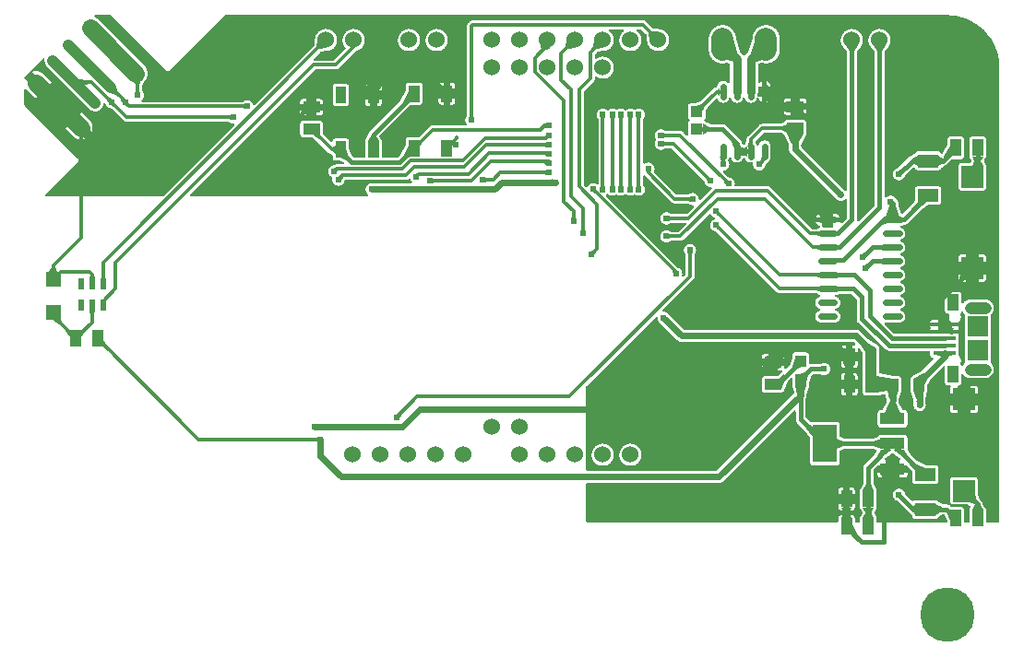
<source format=gtl>
G04 Layer: TopLayer*
G04 EasyEDA v6.3.52, 2020-06-08T18:28:06+08:00*
G04 b620e5eaaf5e4283affdf04958e78c07,0271aa7b776e406f8d319a2d24a91b4c,10*
G04 Gerber Generator version 0.2*
G04 Scale: 100 percent, Rotated: No, Reflected: No *
G04 Dimensions in millimeters *
G04 leading zeros omitted , absolute positions ,3 integer and 3 decimal *
%FSLAX33Y33*%
%MOMM*%
G90*
G71D02*

%ADD10C,0.299999*%
%ADD12C,0.399999*%
%ADD13C,0.599999*%
%ADD14C,0.999998*%
%ADD15C,0.799998*%
%ADD16C,1.599997*%
%ADD17C,0.609600*%
%ADD18R,2.099996X0.399999*%
%ADD19R,0.999998X1.499997*%
%ADD20R,1.899996X1.899996*%
%ADD21R,0.499999X0.999998*%
%ADD22R,0.990600X1.092200*%
%ADD23R,1.399997X1.399997*%
%ADD24R,0.999998X1.550010*%
%ADD25R,1.550010X0.999998*%
%ADD26R,0.999998X0.999998*%
%ADD27R,2.199996X3.499993*%
%ADD28R,2.199996X1.099998*%
%ADD29R,1.099998X0.999998*%
%ADD30R,1.999996X1.999996*%
%ADD31R,1.899996X1.199998*%
%ADD32C,4.999990*%
%ADD33C,1.524000*%
%ADD34C,1.099998*%
%ADD35C,1.999996*%

%LPD*%
G36*
G01X2036Y55773D02*
G01X2021Y55774D01*
G01X2005Y55773D01*
G01X1990Y55769D01*
G01X1975Y55763D01*
G01X1961Y55755D01*
G01X1949Y55745D01*
G01X952Y54747D01*
G01X942Y54735D01*
G01X934Y54722D01*
G01X927Y54707D01*
G01X924Y54692D01*
G01X923Y54676D01*
G01X924Y54661D01*
G01X927Y54647D01*
G01X932Y54633D01*
G01X939Y54621D01*
G01X947Y54609D01*
G01X958Y54599D01*
G01X969Y54590D01*
G01X982Y54583D01*
G01X995Y54578D01*
G01X1010Y54575D01*
G01X1024Y54574D01*
G01X1048Y54577D01*
G01X1096Y54587D01*
G01X1145Y54595D01*
G01X1194Y54601D01*
G01X1244Y54605D01*
G01X1294Y54606D01*
G01X1342Y54605D01*
G01X1391Y54601D01*
G01X1440Y54596D01*
G01X1488Y54588D01*
G01X1535Y54578D01*
G01X1583Y54565D01*
G01X1629Y54551D01*
G01X1675Y54534D01*
G01X1720Y54516D01*
G01X1765Y54495D01*
G01X1808Y54472D01*
G01X1850Y54448D01*
G01X1891Y54421D01*
G01X1930Y54392D01*
G01X1969Y54362D01*
G01X2005Y54330D01*
G01X2041Y54296D01*
G01X2756Y53581D01*
G01X2337Y53162D01*
G01X923Y54575D01*
G01X911Y54585D01*
G01X898Y54594D01*
G01X883Y54600D01*
G01X867Y54603D01*
G01X852Y54605D01*
G01X836Y54603D01*
G01X820Y54600D01*
G01X805Y54594D01*
G01X792Y54585D01*
G01X780Y54575D01*
G01X286Y54081D01*
G01X275Y54069D01*
G01X267Y54055D01*
G01X261Y54041D01*
G01X257Y54025D01*
G01X256Y54009D01*
G01X256Y53973D01*
G01X257Y53958D01*
G01X261Y53942D01*
G01X267Y53927D01*
G01X275Y53914D01*
G01X286Y53902D01*
G01X1681Y52506D01*
G01X1262Y52087D01*
G01X546Y52802D01*
G01X509Y52842D01*
G01X473Y52884D01*
G01X440Y52927D01*
G01X429Y52939D01*
G01X417Y52949D01*
G01X404Y52958D01*
G01X389Y52964D01*
G01X374Y52967D01*
G01X358Y52969D01*
G01X343Y52968D01*
G01X329Y52965D01*
G01X315Y52960D01*
G01X303Y52953D01*
G01X291Y52944D01*
G01X281Y52934D01*
G01X272Y52922D01*
G01X265Y52909D01*
G01X260Y52896D01*
G01X257Y52882D01*
G01X256Y52867D01*
G01X256Y51514D01*
G01X257Y51499D01*
G01X261Y51483D01*
G01X267Y51468D01*
G01X275Y51455D01*
G01X286Y51443D01*
G01X5136Y46595D01*
G01X5153Y46576D01*
G01X5168Y46556D01*
G01X5181Y46534D01*
G01X5192Y46511D01*
G01X5201Y46488D01*
G01X5207Y46463D01*
G01X5210Y46438D01*
G01X5212Y46413D01*
G01X5210Y46388D01*
G01X5207Y46363D01*
G01X5201Y46339D01*
G01X5192Y46315D01*
G01X5181Y46292D01*
G01X5168Y46271D01*
G01X5153Y46250D01*
G01X5136Y46232D01*
G01X5136Y46231D01*
G01X2187Y43282D01*
G01X2176Y43270D01*
G01X2168Y43256D01*
G01X2162Y43242D01*
G01X2158Y43226D01*
G01X2157Y43210D01*
G01X2158Y43196D01*
G01X2161Y43181D01*
G01X2166Y43168D01*
G01X2173Y43155D01*
G01X2182Y43144D01*
G01X2192Y43133D01*
G01X2204Y43125D01*
G01X2216Y43118D01*
G01X2230Y43113D01*
G01X2244Y43110D01*
G01X2259Y43109D01*
G01X12971Y43109D01*
G01X12987Y43110D01*
G01X13003Y43113D01*
G01X13018Y43120D01*
G01X13031Y43128D01*
G01X13043Y43138D01*
G01X19518Y49613D01*
G01X19528Y49625D01*
G01X19537Y49639D01*
G01X19543Y49653D01*
G01X19546Y49669D01*
G01X19548Y49685D01*
G01X19547Y49699D01*
G01X19544Y49713D01*
G01X19539Y49727D01*
G01X19532Y49740D01*
G01X19523Y49751D01*
G01X19513Y49762D01*
G01X19501Y49770D01*
G01X19488Y49777D01*
G01X19475Y49782D01*
G01X19461Y49785D01*
G01X19446Y49786D01*
G01X19431Y49786D01*
G01X19397Y49787D01*
G01X19363Y49790D01*
G01X19330Y49795D01*
G01X19296Y49802D01*
G01X19264Y49811D01*
G01X19232Y49822D01*
G01X19201Y49835D01*
G01X19170Y49850D01*
G01X19141Y49867D01*
G01X19112Y49885D01*
G01X19090Y49897D01*
G01X18987Y49935D01*
G01X18969Y49939D01*
G01X18952Y49941D01*
G01X9652Y49941D01*
G01X9622Y49942D01*
G01X9594Y49945D01*
G01X9565Y49950D01*
G01X9537Y49957D01*
G01X9509Y49967D01*
G01X9483Y49978D01*
G01X9457Y49991D01*
G01X9432Y50005D01*
G01X9408Y50022D01*
G01X9385Y50040D01*
G01X9364Y50060D01*
G01X8306Y51118D01*
G01X8292Y51130D01*
G01X8276Y51139D01*
G01X8177Y51185D01*
G01X8153Y51192D01*
G01X8118Y51200D01*
G01X8084Y51210D01*
G01X8051Y51221D01*
G01X8018Y51235D01*
G01X7987Y51251D01*
G01X7956Y51269D01*
G01X7927Y51289D01*
G01X7899Y51310D01*
G01X7872Y51333D01*
G01X7847Y51358D01*
G01X7824Y51385D01*
G01X7802Y51412D01*
G01X7782Y51442D01*
G01X7764Y51472D01*
G01X7748Y51503D01*
G01X7733Y51536D01*
G01X7721Y51569D01*
G01X7711Y51603D01*
G01X7707Y51617D01*
G01X7700Y51630D01*
G01X7691Y51642D01*
G01X7681Y51653D01*
G01X7669Y51662D01*
G01X7656Y51669D01*
G01X7642Y51674D01*
G01X7628Y51678D01*
G01X7613Y51679D01*
G01X7598Y51678D01*
G01X7584Y51674D01*
G01X7570Y51669D01*
G01X7557Y51662D01*
G01X7545Y51653D01*
G01X7535Y51642D01*
G01X7526Y51630D01*
G01X7520Y51617D01*
G01X7515Y51603D01*
G01X7512Y51589D01*
G01X7507Y51550D01*
G01X7499Y51511D01*
G01X7490Y51473D01*
G01X7478Y51435D01*
G01X7465Y51398D01*
G01X7449Y51362D01*
G01X7432Y51326D01*
G01X7413Y51292D01*
G01X7392Y51259D01*
G01X7370Y51226D01*
G01X7346Y51195D01*
G01X7320Y51165D01*
G01X7293Y51137D01*
G01X7264Y51110D01*
G01X7234Y51085D01*
G01X7203Y51061D01*
G01X7170Y51038D01*
G01X7137Y51018D01*
G01X7102Y50999D01*
G01X7066Y50983D01*
G01X7030Y50968D01*
G01X6993Y50954D01*
G01X6955Y50943D01*
G01X6917Y50934D01*
G01X6878Y50927D01*
G01X6839Y50922D01*
G01X6800Y50919D01*
G01X6760Y50918D01*
G01X6721Y50919D01*
G01X6681Y50922D01*
G01X6642Y50927D01*
G01X6603Y50934D01*
G01X6565Y50944D01*
G01X6527Y50955D01*
G01X6489Y50968D01*
G01X6453Y50983D01*
G01X6417Y51000D01*
G01X6382Y51019D01*
G01X6348Y51040D01*
G01X6316Y51062D01*
G01X6284Y51086D01*
G01X6254Y51112D01*
G01X6225Y51139D01*
G01X2337Y55028D01*
G01X2310Y55056D01*
G01X2284Y55087D01*
G01X2260Y55118D01*
G01X2238Y55151D01*
G01X2217Y55184D01*
G01X2198Y55219D01*
G01X2181Y55255D01*
G01X2166Y55291D01*
G01X2153Y55329D01*
G01X2142Y55367D01*
G01X2132Y55405D01*
G01X2125Y55444D01*
G01X2120Y55484D01*
G01X2117Y55523D01*
G01X2116Y55563D01*
G01X2117Y55611D01*
G01X2122Y55660D01*
G01X2123Y55673D01*
G01X2122Y55687D01*
G01X2119Y55701D01*
G01X2114Y55715D01*
G01X2107Y55728D01*
G01X2098Y55739D01*
G01X2088Y55750D01*
G01X2076Y55758D01*
G01X2063Y55765D01*
G01X2050Y55770D01*
G01X2036Y55773D01*
G37*

%LPC*%
G36*
G01X5809Y48378D02*
G01X4423Y49765D01*
G01X4003Y49346D01*
G01X4718Y48630D01*
G01X4754Y48597D01*
G01X4791Y48565D01*
G01X4829Y48534D01*
G01X4868Y48506D01*
G01X4909Y48479D01*
G01X4951Y48454D01*
G01X4995Y48432D01*
G01X5039Y48411D01*
G01X5084Y48392D01*
G01X5130Y48376D01*
G01X5176Y48361D01*
G01X5224Y48349D01*
G01X5271Y48339D01*
G01X5320Y48331D01*
G01X5368Y48325D01*
G01X5417Y48322D01*
G01X5465Y48321D01*
G01X5515Y48322D01*
G01X5565Y48326D01*
G01X5615Y48331D01*
G01X5664Y48340D01*
G01X5713Y48350D01*
G01X5761Y48363D01*
G01X5809Y48378D01*
G37*
G36*
G01X6213Y50124D02*
G01X5497Y50840D01*
G01X5078Y50420D01*
G01X6465Y49034D01*
G01X6480Y49081D01*
G01X6493Y49130D01*
G01X6503Y49179D01*
G01X6511Y49228D01*
G01X6517Y49278D01*
G01X6521Y49327D01*
G01X6522Y49377D01*
G01X6521Y49426D01*
G01X6518Y49475D01*
G01X6512Y49523D01*
G01X6504Y49572D01*
G01X6494Y49619D01*
G01X6482Y49667D01*
G01X6467Y49713D01*
G01X6451Y49759D01*
G01X6432Y49804D01*
G01X6411Y49848D01*
G01X6388Y49892D01*
G01X6364Y49934D01*
G01X6337Y49974D01*
G01X6309Y50014D01*
G01X6278Y50052D01*
G01X6246Y50089D01*
G01X6213Y50124D01*
G37*

%LPD*%
G36*
G01X69684Y48940D02*
G01X68170Y48940D01*
G01X68154Y48939D01*
G01X68139Y48935D01*
G01X68124Y48929D01*
G01X68110Y48921D01*
G01X68098Y48910D01*
G01X67387Y48199D01*
G01X67377Y48187D01*
G01X67369Y48174D01*
G01X67362Y48159D01*
G01X67359Y48143D01*
G01X67357Y48127D01*
G01X67359Y48111D01*
G01X67363Y48095D01*
G01X67398Y47990D01*
G01X67407Y47970D01*
G01X67425Y47937D01*
G01X67441Y47903D01*
G01X67454Y47868D01*
G01X67466Y47832D01*
G01X67470Y47818D01*
G01X67477Y47805D01*
G01X67486Y47793D01*
G01X67496Y47782D01*
G01X67508Y47773D01*
G01X67521Y47766D01*
G01X67535Y47761D01*
G01X67549Y47758D01*
G01X67564Y47757D01*
G01X67578Y47758D01*
G01X67593Y47761D01*
G01X67606Y47766D01*
G01X67619Y47773D01*
G01X67631Y47782D01*
G01X67641Y47793D01*
G01X67650Y47805D01*
G01X67657Y47818D01*
G01X67662Y47832D01*
G01X67672Y47865D01*
G01X67684Y47897D01*
G01X67698Y47929D01*
G01X67714Y47959D01*
G01X67732Y47989D01*
G01X67752Y48017D01*
G01X67773Y48044D01*
G01X67796Y48070D01*
G01X67821Y48094D01*
G01X67847Y48117D01*
G01X67875Y48138D01*
G01X67903Y48157D01*
G01X67933Y48175D01*
G01X67964Y48190D01*
G01X67996Y48204D01*
G01X68028Y48215D01*
G01X68062Y48225D01*
G01X68095Y48232D01*
G01X68130Y48238D01*
G01X68164Y48241D01*
G01X68199Y48242D01*
G01X68232Y48241D01*
G01X68266Y48238D01*
G01X68299Y48233D01*
G01X68332Y48226D01*
G01X68364Y48217D01*
G01X68396Y48206D01*
G01X68427Y48193D01*
G01X68457Y48178D01*
G01X68487Y48162D01*
G01X68515Y48143D01*
G01X68542Y48124D01*
G01X68568Y48102D01*
G01X68592Y48079D01*
G01X68615Y48055D01*
G01X68637Y48029D01*
G01X68657Y48002D01*
G01X68675Y47973D01*
G01X68691Y47944D01*
G01X68706Y47914D01*
G01X68719Y47883D01*
G01X68730Y47851D01*
G01X68739Y47819D01*
G01X68746Y47786D01*
G01X68751Y47753D01*
G01X68754Y47719D01*
G01X68755Y47685D01*
G01X68755Y46768D01*
G01X68754Y46732D01*
G01X68751Y46696D01*
G01X68745Y46660D01*
G01X68737Y46625D01*
G01X68726Y46591D01*
G01X68714Y46557D01*
G01X68713Y46555D01*
G01X68700Y46526D01*
G01X68699Y46524D01*
G01X68682Y46491D01*
G01X68662Y46460D01*
G01X68641Y46430D01*
G01X68617Y46401D01*
G01X68592Y46374D01*
G01X68565Y46349D01*
G01X68554Y46338D01*
G01X68527Y46299D01*
G01X68508Y46273D01*
G01X68486Y46250D01*
G01X68317Y46081D01*
G01X68305Y46067D01*
G01X68296Y46051D01*
G01X68250Y45952D01*
G01X68243Y45928D01*
G01X68235Y45895D01*
G01X68226Y45862D01*
G01X68215Y45830D01*
G01X68202Y45799D01*
G01X68187Y45768D01*
G01X68171Y45739D01*
G01X68152Y45710D01*
G01X68132Y45683D01*
G01X68110Y45657D01*
G01X68087Y45632D01*
G01X68062Y45609D01*
G01X68036Y45587D01*
G01X68009Y45567D01*
G01X67981Y45549D01*
G01X67951Y45532D01*
G01X67921Y45518D01*
G01X67889Y45505D01*
G01X67857Y45494D01*
G01X67825Y45484D01*
G01X67792Y45477D01*
G01X67758Y45472D01*
G01X67724Y45469D01*
G01X67691Y45468D01*
G01X67657Y45469D01*
G01X67623Y45472D01*
G01X67589Y45477D01*
G01X67556Y45484D01*
G01X67523Y45494D01*
G01X67491Y45505D01*
G01X67460Y45518D01*
G01X67430Y45532D01*
G01X67400Y45549D01*
G01X67372Y45568D01*
G01X67344Y45588D01*
G01X67318Y45609D01*
G01X67270Y45657D01*
G01X67249Y45683D01*
G01X67229Y45711D01*
G01X67210Y45739D01*
G01X67193Y45769D01*
G01X67179Y45799D01*
G01X67166Y45830D01*
G01X67155Y45863D01*
G01X67145Y45895D01*
G01X67138Y45928D01*
G01X67133Y45962D01*
G01X67130Y45996D01*
G01X67129Y46030D01*
G01X67130Y46067D01*
G01X67134Y46104D01*
G01X67135Y46118D01*
G01X67134Y46132D01*
G01X67131Y46146D01*
G01X67126Y46160D01*
G01X67119Y46173D01*
G01X67110Y46184D01*
G01X67100Y46195D01*
G01X67088Y46203D01*
G01X67076Y46210D01*
G01X67062Y46215D01*
G01X67048Y46218D01*
G01X67033Y46219D01*
G01X67017Y46218D01*
G01X66973Y46213D01*
G01X66929Y46211D01*
G01X66894Y46212D01*
G01X66860Y46215D01*
G01X66827Y46220D01*
G01X66793Y46228D01*
G01X66761Y46237D01*
G01X66728Y46248D01*
G01X66697Y46262D01*
G01X66666Y46277D01*
G01X66637Y46294D01*
G01X66608Y46313D01*
G01X66581Y46333D01*
G01X66555Y46355D01*
G01X66530Y46379D01*
G01X66507Y46404D01*
G01X66486Y46431D01*
G01X66466Y46458D01*
G01X66448Y46487D01*
G01X66431Y46517D01*
G01X66417Y46548D01*
G01X66410Y46562D01*
G01X66401Y46574D01*
G01X66390Y46585D01*
G01X66378Y46594D01*
G01X66364Y46602D01*
G01X66334Y46615D01*
G01X66314Y46621D01*
G01X66294Y46623D01*
G01X66273Y46621D01*
G01X66253Y46615D01*
G01X66223Y46602D01*
G01X66210Y46595D01*
G01X66197Y46585D01*
G01X66186Y46575D01*
G01X66177Y46562D01*
G01X66170Y46548D01*
G01X66156Y46517D01*
G01X66140Y46487D01*
G01X66121Y46458D01*
G01X66102Y46431D01*
G01X66080Y46404D01*
G01X66057Y46379D01*
G01X66032Y46355D01*
G01X66006Y46333D01*
G01X65979Y46313D01*
G01X65951Y46294D01*
G01X65921Y46277D01*
G01X65890Y46262D01*
G01X65859Y46248D01*
G01X65827Y46237D01*
G01X65794Y46228D01*
G01X65761Y46220D01*
G01X65727Y46215D01*
G01X65693Y46212D01*
G01X65659Y46211D01*
G01X65624Y46212D01*
G01X65590Y46215D01*
G01X65555Y46221D01*
G01X65522Y46228D01*
G01X65488Y46238D01*
G01X65456Y46249D01*
G01X65424Y46263D01*
G01X65393Y46278D01*
G01X65363Y46296D01*
G01X65335Y46315D01*
G01X65307Y46336D01*
G01X65281Y46359D01*
G01X65256Y46383D01*
G01X65233Y46409D01*
G01X65212Y46436D01*
G01X65192Y46464D01*
G01X65174Y46494D01*
G01X65158Y46524D01*
G01X65144Y46556D01*
G01X65132Y46588D01*
G01X65122Y46621D01*
G01X65117Y46635D01*
G01X65110Y46648D01*
G01X65101Y46660D01*
G01X65091Y46671D01*
G01X65079Y46680D01*
G01X65066Y46687D01*
G01X65053Y46692D01*
G01X65038Y46695D01*
G01X65024Y46696D01*
G01X65009Y46695D01*
G01X64995Y46692D01*
G01X64981Y46687D01*
G01X64968Y46680D01*
G01X64956Y46671D01*
G01X64946Y46660D01*
G01X64937Y46648D01*
G01X64930Y46635D01*
G01X64926Y46621D01*
G01X64914Y46585D01*
G01X64901Y46550D01*
G01X64885Y46516D01*
G01X64867Y46483D01*
G01X64858Y46463D01*
G01X64846Y46427D01*
G01X64842Y46411D01*
G01X64840Y46394D01*
G01X64841Y46380D01*
G01X64845Y46365D01*
G01X64850Y46351D01*
G01X64857Y46338D01*
G01X64876Y46308D01*
G01X64893Y46275D01*
G01X64908Y46242D01*
G01X64921Y46208D01*
G01X64931Y46173D01*
G01X64939Y46138D01*
G01X64945Y46102D01*
G01X64949Y46066D01*
G01X64950Y46030D01*
G01X64949Y45995D01*
G01X64946Y45961D01*
G01X64940Y45927D01*
G01X64933Y45893D01*
G01X64924Y45860D01*
G01X64912Y45827D01*
G01X64899Y45795D01*
G01X64883Y45764D01*
G01X64866Y45735D01*
G01X64847Y45706D01*
G01X64826Y45678D01*
G01X64804Y45652D01*
G01X64780Y45627D01*
G01X64754Y45604D01*
G01X64728Y45582D01*
G01X64699Y45562D01*
G01X64670Y45544D01*
G01X64640Y45528D01*
G01X64608Y45513D01*
G01X64576Y45501D01*
G01X64543Y45490D01*
G01X64510Y45481D01*
G01X64476Y45475D01*
G01X64462Y45472D01*
G01X64449Y45467D01*
G01X64436Y45460D01*
G01X64425Y45451D01*
G01X64415Y45441D01*
G01X64406Y45429D01*
G01X64399Y45417D01*
G01X64394Y45403D01*
G01X64391Y45389D01*
G01X64390Y45375D01*
G01X64392Y45359D01*
G01X64395Y45343D01*
G01X64401Y45329D01*
G01X64410Y45315D01*
G01X64420Y45303D01*
G01X64845Y44878D01*
G01X64859Y44866D01*
G01X64875Y44857D01*
G01X64974Y44811D01*
G01X64998Y44804D01*
G01X65031Y44796D01*
G01X65064Y44787D01*
G01X65096Y44776D01*
G01X65127Y44763D01*
G01X65158Y44748D01*
G01X65187Y44732D01*
G01X65216Y44713D01*
G01X65243Y44693D01*
G01X65269Y44671D01*
G01X65294Y44648D01*
G01X65317Y44623D01*
G01X65339Y44597D01*
G01X65359Y44570D01*
G01X65377Y44542D01*
G01X65394Y44512D01*
G01X65408Y44482D01*
G01X65421Y44450D01*
G01X65432Y44418D01*
G01X65442Y44386D01*
G01X65449Y44353D01*
G01X65454Y44319D01*
G01X65457Y44285D01*
G01X65458Y44252D01*
G01X65457Y44216D01*
G01X65453Y44180D01*
G01X65447Y44144D01*
G01X65446Y44125D01*
G01X65447Y44110D01*
G01X65450Y44096D01*
G01X65455Y44082D01*
G01X65462Y44070D01*
G01X65470Y44058D01*
G01X65481Y44048D01*
G01X65492Y44039D01*
G01X65505Y44032D01*
G01X65519Y44027D01*
G01X65533Y44024D01*
G01X65547Y44023D01*
G01X68453Y44023D01*
G01X68482Y44022D01*
G01X68510Y44019D01*
G01X68539Y44014D01*
G01X68567Y44007D01*
G01X68595Y43997D01*
G01X68621Y43986D01*
G01X68647Y43973D01*
G01X68672Y43959D01*
G01X68696Y43942D01*
G01X68719Y43924D01*
G01X68740Y43904D01*
G01X72528Y40116D01*
G01X72540Y40105D01*
G01X72554Y40097D01*
G01X72569Y40091D01*
G01X72584Y40087D01*
G01X72600Y40086D01*
G01X72882Y40086D01*
G01X72898Y40087D01*
G01X72914Y40091D01*
G01X73087Y40149D01*
G01X73106Y40158D01*
G01X73139Y40176D01*
G01X73173Y40192D01*
G01X73209Y40205D01*
G01X73244Y40216D01*
G01X73258Y40221D01*
G01X73271Y40228D01*
G01X73283Y40237D01*
G01X73294Y40247D01*
G01X73303Y40259D01*
G01X73310Y40272D01*
G01X73315Y40285D01*
G01X73318Y40300D01*
G01X73319Y40315D01*
G01X73318Y40329D01*
G01X73315Y40344D01*
G01X73310Y40357D01*
G01X73303Y40370D01*
G01X73294Y40382D01*
G01X73283Y40392D01*
G01X73271Y40401D01*
G01X73258Y40408D01*
G01X73244Y40413D01*
G01X73212Y40422D01*
G01X73180Y40434D01*
G01X73150Y40448D01*
G01X73120Y40464D01*
G01X73091Y40481D01*
G01X73063Y40500D01*
G01X73036Y40521D01*
G01X73011Y40543D01*
G01X72987Y40567D01*
G01X72964Y40592D01*
G01X72943Y40619D01*
G01X72924Y40646D01*
G01X72906Y40675D01*
G01X72891Y40705D01*
G01X72877Y40736D01*
G01X73477Y40736D01*
G01X73477Y40338D01*
G01X73478Y40323D01*
G01X73481Y40309D01*
G01X73486Y40295D01*
G01X73493Y40283D01*
G01X73502Y40271D01*
G01X73512Y40261D01*
G01X73523Y40252D01*
G01X73536Y40245D01*
G01X73550Y40240D01*
G01X73564Y40237D01*
G01X73578Y40236D01*
G01X74401Y40236D01*
G01X74416Y40237D01*
G01X74430Y40240D01*
G01X74443Y40245D01*
G01X74456Y40252D01*
G01X74468Y40261D01*
G01X74478Y40271D01*
G01X74487Y40283D01*
G01X74494Y40295D01*
G01X74499Y40309D01*
G01X74502Y40323D01*
G01X74503Y40338D01*
G01X74503Y40736D01*
G01X75119Y40736D01*
G01X75123Y40721D01*
G01X75130Y40707D01*
G01X75138Y40695D01*
G01X75149Y40683D01*
G01X75161Y40674D01*
G01X75174Y40666D01*
G01X75188Y40661D01*
G01X75203Y40657D01*
G01X75218Y40656D01*
G01X75234Y40657D01*
G01X75250Y40661D01*
G01X75264Y40667D01*
G01X75278Y40675D01*
G01X75290Y40686D01*
G01X75713Y41109D01*
G01X75724Y41121D01*
G01X75732Y41135D01*
G01X75738Y41149D01*
G01X75742Y41165D01*
G01X75743Y41181D01*
G01X75743Y42756D01*
G01X75742Y42771D01*
G01X75739Y42785D01*
G01X75734Y42798D01*
G01X75727Y42811D01*
G01X75718Y42823D01*
G01X75708Y42833D01*
G01X75696Y42842D01*
G01X75684Y42848D01*
G01X75670Y42854D01*
G01X75656Y42857D01*
G01X75641Y42858D01*
G01X75626Y42856D01*
G01X75611Y42853D01*
G01X75596Y42847D01*
G01X75583Y42839D01*
G01X75571Y42830D01*
G01X75545Y42806D01*
G01X75517Y42784D01*
G01X75487Y42763D01*
G01X75457Y42745D01*
G01X75425Y42729D01*
G01X75392Y42714D01*
G01X75359Y42702D01*
G01X75325Y42692D01*
G01X75290Y42684D01*
G01X75255Y42679D01*
G01X75219Y42675D01*
G01X75184Y42674D01*
G01X75150Y42675D01*
G01X75116Y42678D01*
G01X75082Y42683D01*
G01X75049Y42690D01*
G01X75017Y42700D01*
G01X74985Y42711D01*
G01X74953Y42724D01*
G01X74923Y42738D01*
G01X74893Y42755D01*
G01X74865Y42773D01*
G01X74837Y42794D01*
G01X74811Y42815D01*
G01X74787Y42838D01*
G01X74763Y42863D01*
G01X74742Y42889D01*
G01X74734Y42898D01*
G01X70599Y47033D01*
G01X70576Y47057D01*
G01X70554Y47083D01*
G01X70534Y47110D01*
G01X70516Y47139D01*
G01X70500Y47168D01*
G01X70485Y47198D01*
G01X70472Y47229D01*
G01X70461Y47261D01*
G01X70452Y47293D01*
G01X70445Y47326D01*
G01X70440Y47359D01*
G01X70437Y47393D01*
G01X70436Y47427D01*
G01X70436Y47863D01*
G01X70435Y47879D01*
G01X70431Y47894D01*
G01X70425Y47908D01*
G01X70064Y48631D01*
G01X70054Y48647D01*
G01X70042Y48660D01*
G01X70024Y48679D01*
G01X70007Y48701D01*
G01X69993Y48724D01*
G01X69981Y48748D01*
G01X69972Y48773D01*
G01X69966Y48788D01*
G01X69958Y48802D01*
G01X69947Y48815D01*
G01X69934Y48826D01*
G01X69920Y48834D01*
G01X69730Y48929D01*
G01X69715Y48935D01*
G01X69700Y48939D01*
G01X69684Y48940D01*
G37*

%LPC*%
G36*
G01X74589Y41506D02*
G01X74503Y41506D01*
G01X74503Y41163D01*
G01X75103Y41163D01*
G01X75088Y41194D01*
G01X75072Y41225D01*
G01X75054Y41254D01*
G01X75035Y41283D01*
G01X75013Y41310D01*
G01X74990Y41335D01*
G01X74965Y41359D01*
G01X74939Y41382D01*
G01X74912Y41403D01*
G01X74883Y41422D01*
G01X74853Y41439D01*
G01X74823Y41455D01*
G01X74791Y41468D01*
G01X74758Y41480D01*
G01X74725Y41489D01*
G01X74692Y41496D01*
G01X74657Y41502D01*
G01X74623Y41505D01*
G01X74589Y41506D01*
G37*
G36*
G01X73477Y41506D02*
G01X73391Y41506D01*
G01X73356Y41505D01*
G01X73322Y41502D01*
G01X73288Y41496D01*
G01X73254Y41489D01*
G01X73221Y41480D01*
G01X73189Y41468D01*
G01X73157Y41455D01*
G01X73126Y41439D01*
G01X73096Y41422D01*
G01X73068Y41403D01*
G01X73040Y41382D01*
G01X73014Y41359D01*
G01X72989Y41335D01*
G01X72966Y41310D01*
G01X72945Y41283D01*
G01X72925Y41254D01*
G01X72907Y41225D01*
G01X72891Y41194D01*
G01X72877Y41163D01*
G01X73477Y41163D01*
G01X73477Y41506D01*
G37*

%LPD*%
G36*
G01X8126Y59743D02*
G01X6783Y59743D01*
G01X6768Y59742D01*
G01X6754Y59739D01*
G01X6740Y59734D01*
G01X6728Y59727D01*
G01X6716Y59718D01*
G01X6706Y59708D01*
G01X6697Y59696D01*
G01X6690Y59684D01*
G01X6685Y59670D01*
G01X6682Y59656D01*
G01X6681Y59641D01*
G01X6682Y59627D01*
G01X6685Y59612D01*
G01X6690Y59598D01*
G01X6698Y59586D01*
G01X6707Y59574D01*
G01X6717Y59564D01*
G01X6729Y59555D01*
G01X6742Y59548D01*
G01X6787Y59527D01*
G01X6832Y59504D01*
G01X6875Y59479D01*
G01X6917Y59452D01*
G01X6957Y59423D01*
G01X6996Y59393D01*
G01X7034Y59360D01*
G01X7070Y59326D01*
G01X11242Y55154D01*
G01X11275Y55118D01*
G01X11307Y55081D01*
G01X11338Y55043D01*
G01X11366Y55004D01*
G01X11393Y54963D01*
G01X11418Y54921D01*
G01X11440Y54877D01*
G01X11461Y54833D01*
G01X11480Y54788D01*
G01X11496Y54742D01*
G01X11511Y54696D01*
G01X11523Y54648D01*
G01X11533Y54601D01*
G01X11541Y54553D01*
G01X11547Y54504D01*
G01X11550Y54455D01*
G01X11551Y54407D01*
G01X11550Y54358D01*
G01X11547Y54310D01*
G01X11541Y54262D01*
G01X11533Y54214D01*
G01X11524Y54166D01*
G01X11511Y54120D01*
G01X11497Y54073D01*
G01X11481Y54028D01*
G01X11463Y53983D01*
G01X11442Y53939D01*
G01X11420Y53896D01*
G01X11395Y53854D01*
G01X11369Y53813D01*
G01X11341Y53774D01*
G01X11311Y53736D01*
G01X11279Y53699D01*
G01X11246Y53664D01*
G01X11211Y53630D01*
G01X11200Y53617D01*
G01X11190Y53603D01*
G01X11184Y53587D01*
G01X11079Y53260D01*
G01X11075Y53245D01*
G01X11074Y53229D01*
G01X11074Y52858D01*
G01X11076Y52841D01*
G01X11080Y52823D01*
G01X11118Y52720D01*
G01X11130Y52698D01*
G01X11148Y52669D01*
G01X11165Y52640D01*
G01X11180Y52609D01*
G01X11193Y52578D01*
G01X11204Y52546D01*
G01X11213Y52514D01*
G01X11220Y52480D01*
G01X11225Y52447D01*
G01X11228Y52413D01*
G01X11229Y52380D01*
G01X11228Y52345D01*
G01X11224Y52310D01*
G01X11219Y52275D01*
G01X11211Y52241D01*
G01X11202Y52207D01*
G01X11190Y52174D01*
G01X11176Y52142D01*
G01X11160Y52111D01*
G01X11143Y52081D01*
G01X11123Y52052D01*
G01X11102Y52024D01*
G01X11079Y51998D01*
G01X11054Y51973D01*
G01X11028Y51949D01*
G01X11018Y51939D01*
G01X11009Y51927D01*
G01X11002Y51915D01*
G01X10996Y51901D01*
G01X10993Y51886D01*
G01X10992Y51872D01*
G01X10993Y51857D01*
G01X10996Y51843D01*
G01X11001Y51829D01*
G01X11008Y51817D01*
G01X11017Y51805D01*
G01X11027Y51795D01*
G01X11039Y51786D01*
G01X11051Y51779D01*
G01X11065Y51774D01*
G01X11079Y51771D01*
G01X11094Y51770D01*
G01X20222Y51770D01*
G01X20239Y51772D01*
G01X20257Y51776D01*
G01X20360Y51814D01*
G01X20382Y51826D01*
G01X20411Y51844D01*
G01X20440Y51861D01*
G01X20471Y51876D01*
G01X20502Y51889D01*
G01X20534Y51900D01*
G01X20566Y51909D01*
G01X20600Y51916D01*
G01X20633Y51921D01*
G01X20667Y51924D01*
G01X20701Y51925D01*
G01X20736Y51924D01*
G01X20771Y51920D01*
G01X20806Y51915D01*
G01X20840Y51907D01*
G01X20874Y51897D01*
G01X20907Y51886D01*
G01X20939Y51872D01*
G01X20971Y51856D01*
G01X21001Y51838D01*
G01X21030Y51818D01*
G01X21058Y51796D01*
G01X21084Y51773D01*
G01X21109Y51748D01*
G01X21133Y51722D01*
G01X21154Y51694D01*
G01X21174Y51665D01*
G01X21192Y51635D01*
G01X21208Y51603D01*
G01X21222Y51571D01*
G01X21234Y51538D01*
G01X21240Y51523D01*
G01X21249Y51510D01*
G01X21259Y51497D01*
G01X21271Y51487D01*
G01X21285Y51479D01*
G01X21299Y51473D01*
G01X21315Y51469D01*
G01X21331Y51468D01*
G01X21347Y51469D01*
G01X21362Y51473D01*
G01X21377Y51479D01*
G01X21390Y51487D01*
G01X21403Y51497D01*
G01X26830Y56925D01*
G01X26841Y56938D01*
G01X26850Y56953D01*
G01X26856Y56969D01*
G01X26860Y56985D01*
G01X26923Y57528D01*
G01X26924Y57533D01*
G01X26928Y57579D01*
G01X26934Y57625D01*
G01X26943Y57670D01*
G01X26954Y57715D01*
G01X26966Y57760D01*
G01X26981Y57804D01*
G01X26997Y57847D01*
G01X27016Y57889D01*
G01X27036Y57931D01*
G01X27059Y57971D01*
G01X27083Y58011D01*
G01X27109Y58049D01*
G01X27136Y58086D01*
G01X27166Y58122D01*
G01X27197Y58156D01*
G01X27229Y58189D01*
G01X27263Y58221D01*
G01X27298Y58251D01*
G01X27335Y58279D01*
G01X27372Y58306D01*
G01X27411Y58330D01*
G01X27452Y58354D01*
G01X27493Y58375D01*
G01X27535Y58394D01*
G01X27578Y58412D01*
G01X27621Y58427D01*
G01X27665Y58440D01*
G01X27710Y58452D01*
G01X27756Y58461D01*
G01X27801Y58469D01*
G01X27847Y58474D01*
G01X27893Y58477D01*
G01X27940Y58478D01*
G01X27985Y58477D01*
G01X28031Y58474D01*
G01X28076Y58469D01*
G01X28121Y58462D01*
G01X28166Y58453D01*
G01X28210Y58441D01*
G01X28254Y58428D01*
G01X28297Y58413D01*
G01X28340Y58396D01*
G01X28381Y58377D01*
G01X28422Y58356D01*
G01X28462Y58334D01*
G01X28501Y58310D01*
G01X28538Y58284D01*
G01X28575Y58256D01*
G01X28610Y58227D01*
G01X28643Y58196D01*
G01X28676Y58163D01*
G01X28707Y58130D01*
G01X28736Y58095D01*
G01X28764Y58058D01*
G01X28790Y58021D01*
G01X28814Y57982D01*
G01X28836Y57942D01*
G01X28857Y57901D01*
G01X28876Y57860D01*
G01X28893Y57817D01*
G01X28908Y57774D01*
G01X28921Y57730D01*
G01X28933Y57686D01*
G01X28942Y57641D01*
G01X28949Y57596D01*
G01X28954Y57551D01*
G01X28957Y57505D01*
G01X28958Y57460D01*
G01X28957Y57413D01*
G01X28954Y57367D01*
G01X28949Y57321D01*
G01X28941Y57276D01*
G01X28932Y57230D01*
G01X28920Y57185D01*
G01X28907Y57141D01*
G01X28892Y57098D01*
G01X28874Y57055D01*
G01X28855Y57013D01*
G01X28834Y56972D01*
G01X28810Y56931D01*
G01X28786Y56893D01*
G01X28759Y56855D01*
G01X28731Y56818D01*
G01X28701Y56783D01*
G01X28669Y56749D01*
G01X28636Y56717D01*
G01X28602Y56686D01*
G01X28566Y56656D01*
G01X28529Y56629D01*
G01X28491Y56603D01*
G01X28451Y56579D01*
G01X28411Y56556D01*
G01X28369Y56536D01*
G01X28327Y56517D01*
G01X28284Y56501D01*
G01X28240Y56486D01*
G01X28195Y56474D01*
G01X28150Y56463D01*
G01X28105Y56454D01*
G01X28059Y56448D01*
G01X28013Y56444D01*
G01X28008Y56443D01*
G01X27465Y56380D01*
G01X27449Y56376D01*
G01X27433Y56370D01*
G01X27418Y56361D01*
G01X27405Y56350D01*
G01X26808Y55753D01*
G01X26798Y55741D01*
G01X26790Y55728D01*
G01X26784Y55713D01*
G01X26780Y55698D01*
G01X26779Y55682D01*
G01X26780Y55667D01*
G01X26783Y55653D01*
G01X26788Y55639D01*
G01X26795Y55627D01*
G01X26803Y55615D01*
G01X26814Y55605D01*
G01X26825Y55596D01*
G01X26838Y55589D01*
G01X26852Y55584D01*
G01X26866Y55581D01*
G01X26880Y55580D01*
G01X28618Y55580D01*
G01X28634Y55581D01*
G01X28649Y55585D01*
G01X28664Y55591D01*
G01X28678Y55599D01*
G01X28690Y55610D01*
G01X29719Y56639D01*
G01X29729Y56651D01*
G01X29737Y56664D01*
G01X29743Y56679D01*
G01X29747Y56694D01*
G01X29748Y56710D01*
G01X29747Y56725D01*
G01X29744Y56740D01*
G01X29739Y56754D01*
G01X29731Y56767D01*
G01X29722Y56778D01*
G01X29692Y56814D01*
G01X29663Y56850D01*
G01X29636Y56888D01*
G01X29611Y56928D01*
G01X29587Y56968D01*
G01X29566Y57009D01*
G01X29546Y57052D01*
G01X29529Y57095D01*
G01X29513Y57139D01*
G01X29499Y57183D01*
G01X29488Y57228D01*
G01X29478Y57274D01*
G01X29471Y57320D01*
G01X29465Y57366D01*
G01X29462Y57413D01*
G01X29461Y57460D01*
G01X29462Y57505D01*
G01X29465Y57551D01*
G01X29470Y57596D01*
G01X29477Y57641D01*
G01X29486Y57686D01*
G01X29498Y57730D01*
G01X29511Y57774D01*
G01X29526Y57817D01*
G01X29543Y57860D01*
G01X29562Y57901D01*
G01X29583Y57942D01*
G01X29605Y57982D01*
G01X29629Y58021D01*
G01X29655Y58058D01*
G01X29683Y58095D01*
G01X29712Y58130D01*
G01X29743Y58163D01*
G01X29776Y58196D01*
G01X29809Y58227D01*
G01X29844Y58256D01*
G01X29881Y58284D01*
G01X29918Y58310D01*
G01X29957Y58334D01*
G01X29997Y58356D01*
G01X30038Y58377D01*
G01X30079Y58396D01*
G01X30122Y58413D01*
G01X30165Y58428D01*
G01X30209Y58441D01*
G01X30253Y58453D01*
G01X30298Y58462D01*
G01X30343Y58469D01*
G01X30388Y58474D01*
G01X30434Y58477D01*
G01X30480Y58478D01*
G01X30525Y58477D01*
G01X30571Y58474D01*
G01X30616Y58469D01*
G01X30661Y58462D01*
G01X30706Y58453D01*
G01X30750Y58441D01*
G01X30794Y58428D01*
G01X30837Y58413D01*
G01X30880Y58396D01*
G01X30921Y58377D01*
G01X30962Y58356D01*
G01X31002Y58334D01*
G01X31041Y58310D01*
G01X31078Y58284D01*
G01X31115Y58256D01*
G01X31150Y58227D01*
G01X31183Y58196D01*
G01X31216Y58163D01*
G01X31247Y58130D01*
G01X31276Y58095D01*
G01X31304Y58058D01*
G01X31330Y58021D01*
G01X31354Y57982D01*
G01X31376Y57942D01*
G01X31397Y57901D01*
G01X31416Y57860D01*
G01X31433Y57817D01*
G01X31448Y57774D01*
G01X31461Y57730D01*
G01X31473Y57686D01*
G01X31482Y57641D01*
G01X31489Y57596D01*
G01X31494Y57551D01*
G01X31497Y57505D01*
G01X31498Y57460D01*
G01X31497Y57413D01*
G01X31494Y57366D01*
G01X31488Y57320D01*
G01X31481Y57273D01*
G01X31471Y57228D01*
G01X31460Y57182D01*
G01X31446Y57138D01*
G01X31430Y57094D01*
G01X31412Y57050D01*
G01X31393Y57008D01*
G01X31371Y56967D01*
G01X31347Y56926D01*
G01X31322Y56887D01*
G01X31295Y56849D01*
G01X31266Y56812D01*
G01X31235Y56777D01*
G01X31203Y56743D01*
G01X31169Y56710D01*
G01X31134Y56679D01*
G01X31098Y56650D01*
G01X31060Y56623D01*
G01X31021Y56597D01*
G01X30981Y56573D01*
G01X30940Y56551D01*
G01X30897Y56531D01*
G01X30854Y56512D01*
G01X30811Y56496D01*
G01X30766Y56482D01*
G01X30721Y56470D01*
G01X30703Y56464D01*
G01X30687Y56455D01*
G01X30673Y56443D01*
G01X29116Y54886D01*
G01X29095Y54866D01*
G01X29072Y54848D01*
G01X29048Y54831D01*
G01X29023Y54817D01*
G01X28997Y54804D01*
G01X28971Y54793D01*
G01X28943Y54783D01*
G01X28915Y54776D01*
G01X28886Y54771D01*
G01X28858Y54768D01*
G01X28829Y54767D01*
G01X27007Y54767D01*
G01X26991Y54766D01*
G01X26976Y54762D01*
G01X26961Y54756D01*
G01X26947Y54748D01*
G01X26935Y54737D01*
G01X15480Y43282D01*
G01X15470Y43270D01*
G01X15461Y43256D01*
G01X15455Y43242D01*
G01X15451Y43226D01*
G01X15450Y43210D01*
G01X15451Y43196D01*
G01X15454Y43181D01*
G01X15459Y43168D01*
G01X15466Y43155D01*
G01X15475Y43144D01*
G01X15485Y43133D01*
G01X15497Y43125D01*
G01X15510Y43118D01*
G01X15523Y43113D01*
G01X15537Y43110D01*
G01X15552Y43109D01*
G01X31737Y43109D01*
G01X31751Y43110D01*
G01X31765Y43113D01*
G01X31779Y43118D01*
G01X31792Y43125D01*
G01X31803Y43133D01*
G01X31814Y43144D01*
G01X31822Y43155D01*
G01X31829Y43168D01*
G01X31834Y43181D01*
G01X31837Y43196D01*
G01X31838Y43210D01*
G01X31837Y43226D01*
G01X31834Y43241D01*
G01X31828Y43256D01*
G01X31819Y43269D01*
G01X31809Y43282D01*
G01X31797Y43292D01*
G01X31770Y43313D01*
G01X31744Y43337D01*
G01X31719Y43362D01*
G01X31696Y43388D01*
G01X31675Y43416D01*
G01X31655Y43445D01*
G01X31638Y43475D01*
G01X31622Y43506D01*
G01X31608Y43538D01*
G01X31596Y43571D01*
G01X31587Y43605D01*
G01X31579Y43639D01*
G01X31574Y43674D01*
G01X31570Y43709D01*
G01X31569Y43744D01*
G01X31570Y43777D01*
G01X31573Y43811D01*
G01X31578Y43845D01*
G01X31585Y43878D01*
G01X31595Y43911D01*
G01X31606Y43943D01*
G01X31619Y43974D01*
G01X31633Y44004D01*
G01X31650Y44034D01*
G01X31669Y44062D01*
G01X31689Y44090D01*
G01X31710Y44116D01*
G01X31758Y44164D01*
G01X31784Y44185D01*
G01X31812Y44205D01*
G01X31840Y44224D01*
G01X31870Y44241D01*
G01X31900Y44255D01*
G01X31931Y44268D01*
G01X31963Y44279D01*
G01X31996Y44289D01*
G01X32029Y44296D01*
G01X32063Y44301D01*
G01X32097Y44304D01*
G01X32131Y44305D01*
G01X32164Y44304D01*
G01X32198Y44301D01*
G01X32210Y44300D01*
G01X35742Y44300D01*
G01X35757Y44301D01*
G01X35771Y44304D01*
G01X35785Y44309D01*
G01X35797Y44316D01*
G01X35809Y44325D01*
G01X35819Y44335D01*
G01X35828Y44347D01*
G01X35835Y44359D01*
G01X35840Y44373D01*
G01X35843Y44387D01*
G01X35844Y44402D01*
G01X35843Y44418D01*
G01X35839Y44434D01*
G01X35832Y44450D01*
G01X35823Y44464D01*
G01X35812Y44476D01*
G01X35787Y44500D01*
G01X35764Y44526D01*
G01X35743Y44553D01*
G01X35723Y44582D01*
G01X35705Y44611D01*
G01X35689Y44642D01*
G01X35681Y44656D01*
G01X35671Y44669D01*
G01X35658Y44679D01*
G01X35645Y44688D01*
G01X35630Y44694D01*
G01X35614Y44698D01*
G01X35598Y44699D01*
G01X35582Y44698D01*
G01X35567Y44695D01*
G01X35553Y44689D01*
G01X35539Y44681D01*
G01X35513Y44664D01*
G01X35486Y44649D01*
G01X35457Y44636D01*
G01X35428Y44626D01*
G01X35398Y44618D01*
G01X35368Y44612D01*
G01X35337Y44608D01*
G01X35306Y44607D01*
G01X29733Y44607D01*
G01X29718Y44606D01*
G01X29703Y44602D01*
G01X29688Y44596D01*
G01X29675Y44589D01*
G01X29663Y44579D01*
G01X29652Y44567D01*
G01X29644Y44554D01*
G01X29638Y44540D01*
G01X29633Y44525D01*
G01X29626Y44491D01*
G01X29616Y44457D01*
G01X29604Y44424D01*
G01X29590Y44392D01*
G01X29573Y44360D01*
G01X29555Y44330D01*
G01X29536Y44301D01*
G01X29514Y44273D01*
G01X29491Y44247D01*
G01X29466Y44222D01*
G01X29439Y44199D01*
G01X29412Y44178D01*
G01X29382Y44158D01*
G01X29352Y44140D01*
G01X29321Y44124D01*
G01X29288Y44110D01*
G01X29255Y44098D01*
G01X29222Y44089D01*
G01X29187Y44081D01*
G01X29153Y44076D01*
G01X29118Y44072D01*
G01X29083Y44071D01*
G01X29049Y44072D01*
G01X29015Y44075D01*
G01X28981Y44080D01*
G01X28948Y44087D01*
G01X28915Y44097D01*
G01X28883Y44108D01*
G01X28852Y44121D01*
G01X28822Y44135D01*
G01X28792Y44152D01*
G01X28764Y44171D01*
G01X28736Y44191D01*
G01X28710Y44212D01*
G01X28662Y44260D01*
G01X28641Y44286D01*
G01X28621Y44314D01*
G01X28602Y44342D01*
G01X28585Y44372D01*
G01X28571Y44402D01*
G01X28558Y44433D01*
G01X28547Y44466D01*
G01X28537Y44498D01*
G01X28530Y44531D01*
G01X28525Y44565D01*
G01X28522Y44599D01*
G01X28521Y44633D01*
G01X28523Y44676D01*
G01X28528Y44720D01*
G01X28536Y44763D01*
G01X28539Y44786D01*
G01X28538Y44801D01*
G01X28535Y44815D01*
G01X28530Y44829D01*
G01X28523Y44842D01*
G01X28514Y44854D01*
G01X28503Y44864D01*
G01X28491Y44873D01*
G01X28478Y44880D01*
G01X28447Y44894D01*
G01X28417Y44911D01*
G01X28388Y44929D01*
G01X28360Y44949D01*
G01X28333Y44971D01*
G01X28308Y44994D01*
G01X28285Y45019D01*
G01X28262Y45045D01*
G01X28242Y45072D01*
G01X28223Y45101D01*
G01X28206Y45131D01*
G01X28191Y45162D01*
G01X28177Y45193D01*
G01X28166Y45226D01*
G01X28157Y45259D01*
G01X28150Y45292D01*
G01X28144Y45326D01*
G01X28141Y45360D01*
G01X28140Y45395D01*
G01X28141Y45429D01*
G01X28144Y45464D01*
G01X28150Y45498D01*
G01X28157Y45532D01*
G01X28167Y45566D01*
G01X28178Y45598D01*
G01X28192Y45630D01*
G01X28208Y45661D01*
G01X28225Y45691D01*
G01X28244Y45720D01*
G01X28265Y45748D01*
G01X28288Y45774D01*
G01X28312Y45799D01*
G01X28338Y45822D01*
G01X28365Y45844D01*
G01X28394Y45864D01*
G01X28423Y45882D01*
G01X28454Y45898D01*
G01X28486Y45913D01*
G01X28518Y45925D01*
G01X28552Y45935D01*
G01X28585Y45944D01*
G01X28619Y45950D01*
G01X28637Y45954D01*
G01X28712Y45979D01*
G01X28735Y45990D01*
G01X28760Y46005D01*
G01X28786Y46018D01*
G01X28813Y46029D01*
G01X28841Y46038D01*
G01X28869Y46046D01*
G01X28898Y46051D01*
G01X28926Y46054D01*
G01X28956Y46055D01*
G01X29504Y46055D01*
G01X29519Y46056D01*
G01X29533Y46059D01*
G01X29547Y46064D01*
G01X29559Y46071D01*
G01X29571Y46080D01*
G01X29581Y46090D01*
G01X29590Y46102D01*
G01X29597Y46114D01*
G01X29602Y46128D01*
G01X29605Y46142D01*
G01X29606Y46157D01*
G01X29605Y46171D01*
G01X29602Y46186D01*
G01X29596Y46200D01*
G01X29589Y46213D01*
G01X29580Y46225D01*
G01X29569Y46235D01*
G01X29557Y46243D01*
G01X29544Y46250D01*
G01X29215Y46389D01*
G01X29196Y46395D01*
G01X29176Y46397D01*
G01X28798Y46397D01*
G01X28774Y46398D01*
G01X28751Y46402D01*
G01X28728Y46407D01*
G01X28705Y46415D01*
G01X28684Y46424D01*
G01X28663Y46436D01*
G01X28643Y46449D01*
G01X28625Y46464D01*
G01X28608Y46481D01*
G01X28593Y46499D01*
G01X28580Y46519D01*
G01X28568Y46540D01*
G01X28559Y46561D01*
G01X28551Y46584D01*
G01X28546Y46607D01*
G01X28543Y46630D01*
G01X28542Y46654D01*
G01X28542Y46845D01*
G01X28540Y46861D01*
G01X28537Y46877D01*
G01X28530Y46891D01*
G01X28522Y46905D01*
G01X28512Y46917D01*
G01X28499Y46927D01*
G01X28399Y47000D01*
G01X28385Y47009D01*
G01X28369Y47015D01*
G01X28338Y47026D01*
G01X28308Y47039D01*
G01X28279Y47055D01*
G01X28251Y47073D01*
G01X28225Y47094D01*
G01X28201Y47116D01*
G01X27183Y48132D01*
G01X27171Y48142D01*
G01X26674Y48508D01*
G01X26660Y48516D01*
G01X26645Y48522D01*
G01X26630Y48526D01*
G01X26614Y48528D01*
G01X25831Y48528D01*
G01X25807Y48529D01*
G01X25784Y48532D01*
G01X25761Y48537D01*
G01X25738Y48545D01*
G01X25717Y48554D01*
G01X25696Y48566D01*
G01X25676Y48579D01*
G01X25658Y48595D01*
G01X25641Y48611D01*
G01X25626Y48629D01*
G01X25613Y48649D01*
G01X25601Y48670D01*
G01X25592Y48691D01*
G01X25584Y48714D01*
G01X25579Y48737D01*
G01X25576Y48760D01*
G01X25574Y48784D01*
G01X25574Y49784D01*
G01X25576Y49808D01*
G01X25579Y49831D01*
G01X25584Y49854D01*
G01X25592Y49877D01*
G01X25601Y49898D01*
G01X25613Y49919D01*
G01X25626Y49939D01*
G01X25641Y49957D01*
G01X25658Y49974D01*
G01X25676Y49989D01*
G01X25696Y50002D01*
G01X25717Y50014D01*
G01X25738Y50023D01*
G01X25761Y50031D01*
G01X25784Y50036D01*
G01X25807Y50040D01*
G01X25831Y50041D01*
G01X27381Y50041D01*
G01X27405Y50040D01*
G01X27428Y50036D01*
G01X27451Y50031D01*
G01X27474Y50023D01*
G01X27495Y50014D01*
G01X27516Y50002D01*
G01X27536Y49989D01*
G01X27554Y49974D01*
G01X27571Y49957D01*
G01X27586Y49939D01*
G01X27599Y49919D01*
G01X27611Y49898D01*
G01X27620Y49877D01*
G01X27628Y49854D01*
G01X27633Y49831D01*
G01X27636Y49808D01*
G01X27638Y49784D01*
G01X27638Y48917D01*
G01X27639Y48903D01*
G01X27642Y48888D01*
G01X27647Y48875D01*
G01X27654Y48862D01*
G01X27662Y48851D01*
G01X27950Y48516D01*
G01X27955Y48511D01*
G01X28369Y48098D01*
G01X28381Y48087D01*
G01X28394Y48079D01*
G01X28409Y48073D01*
G01X28424Y48069D01*
G01X28440Y48068D01*
G01X28456Y48069D01*
G01X28471Y48073D01*
G01X28485Y48078D01*
G01X28498Y48086D01*
G01X28510Y48096D01*
G01X28521Y48107D01*
G01X28529Y48120D01*
G01X28536Y48134D01*
G01X28540Y48149D01*
G01X28542Y48165D01*
G01X28544Y48188D01*
G01X28548Y48210D01*
G01X28554Y48232D01*
G01X28562Y48254D01*
G01X28572Y48274D01*
G01X28584Y48294D01*
G01X28598Y48313D01*
G01X28613Y48330D01*
G01X28630Y48346D01*
G01X28648Y48360D01*
G01X28667Y48373D01*
G01X28687Y48384D01*
G01X28708Y48393D01*
G01X28730Y48400D01*
G01X28752Y48405D01*
G01X28775Y48408D01*
G01X28798Y48409D01*
G01X29796Y48409D01*
G01X29820Y48408D01*
G01X29843Y48405D01*
G01X29866Y48399D01*
G01X29889Y48392D01*
G01X29911Y48382D01*
G01X29931Y48371D01*
G01X29951Y48357D01*
G01X29969Y48342D01*
G01X29986Y48325D01*
G01X30001Y48307D01*
G01X30014Y48288D01*
G01X30026Y48267D01*
G01X30036Y48245D01*
G01X30043Y48223D01*
G01X30048Y48200D01*
G01X30052Y48176D01*
G01X30053Y48152D01*
G01X30053Y47547D01*
G01X30054Y47531D01*
G01X30058Y47516D01*
G01X30251Y46919D01*
G01X30257Y46904D01*
G01X30266Y46891D01*
G01X30276Y46879D01*
G01X30448Y46706D01*
G01X30460Y46696D01*
G01X30474Y46688D01*
G01X30489Y46682D01*
G01X30504Y46678D01*
G01X30520Y46677D01*
G01X31440Y46677D01*
G01X31454Y46678D01*
G01X31468Y46681D01*
G01X31482Y46686D01*
G01X31495Y46693D01*
G01X31506Y46701D01*
G01X31516Y46712D01*
G01X31525Y46723D01*
G01X31532Y46736D01*
G01X31537Y46750D01*
G01X31540Y46764D01*
G01X31541Y46778D01*
G01X31541Y48152D01*
G01X31542Y48177D01*
G01X31546Y48201D01*
G01X31552Y48225D01*
G01X31560Y48248D01*
G01X31570Y48270D01*
G01X31571Y48272D01*
G01X31830Y48792D01*
G01X31837Y48810D01*
G01X31840Y48830D01*
G01X31844Y48862D01*
G01X31849Y48895D01*
G01X31857Y48926D01*
G01X31868Y48957D01*
G01X31880Y48987D01*
G01X31895Y49017D01*
G01X31911Y49045D01*
G01X31930Y49072D01*
G01X31951Y49097D01*
G01X31973Y49121D01*
G01X34767Y51913D01*
G01X34777Y51925D01*
G01X34785Y51937D01*
G01X35260Y52820D01*
G01X35267Y52835D01*
G01X35271Y52851D01*
G01X35273Y52868D01*
G01X35273Y53281D01*
G01X35274Y53304D01*
G01X35277Y53328D01*
G01X35282Y53351D01*
G01X35290Y53373D01*
G01X35299Y53395D01*
G01X35311Y53416D01*
G01X35324Y53435D01*
G01X35340Y53454D01*
G01X35356Y53470D01*
G01X35374Y53485D01*
G01X35394Y53499D01*
G01X35415Y53510D01*
G01X35436Y53520D01*
G01X35459Y53527D01*
G01X35482Y53533D01*
G01X35505Y53536D01*
G01X35529Y53537D01*
G01X36527Y53537D01*
G01X36551Y53536D01*
G01X36574Y53533D01*
G01X36598Y53527D01*
G01X36620Y53520D01*
G01X36642Y53510D01*
G01X36662Y53499D01*
G01X36682Y53485D01*
G01X36700Y53470D01*
G01X36717Y53454D01*
G01X36732Y53435D01*
G01X36745Y53416D01*
G01X36757Y53395D01*
G01X36767Y53373D01*
G01X36774Y53351D01*
G01X36779Y53328D01*
G01X36783Y53304D01*
G01X36784Y53281D01*
G01X36784Y51780D01*
G01X36783Y51756D01*
G01X36779Y51732D01*
G01X36774Y51709D01*
G01X36767Y51687D01*
G01X36757Y51665D01*
G01X36745Y51645D01*
G01X36732Y51625D01*
G01X36717Y51607D01*
G01X36700Y51590D01*
G01X36682Y51575D01*
G01X36662Y51561D01*
G01X36642Y51550D01*
G01X36620Y51540D01*
G01X36598Y51533D01*
G01X36574Y51527D01*
G01X36551Y51524D01*
G01X36527Y51523D01*
G01X35731Y51523D01*
G01X35716Y51522D01*
G01X35701Y51518D01*
G01X35686Y51513D01*
G01X35673Y51505D01*
G01X35661Y51495D01*
G01X35222Y51077D01*
G01X35219Y51074D01*
G01X35220Y51076D01*
G01X32873Y48729D01*
G01X32862Y48717D01*
G01X32854Y48704D01*
G01X32848Y48689D01*
G01X32844Y48673D01*
G01X32843Y48657D01*
G01X32844Y48642D01*
G01X32848Y48627D01*
G01X32853Y48612D01*
G01X33024Y48270D01*
G01X33034Y48248D01*
G01X33042Y48225D01*
G01X33048Y48201D01*
G01X33051Y48177D01*
G01X33053Y48152D01*
G01X33053Y46778D01*
G01X33054Y46764D01*
G01X33057Y46750D01*
G01X33062Y46736D01*
G01X33069Y46723D01*
G01X33077Y46712D01*
G01X33088Y46701D01*
G01X33099Y46693D01*
G01X33112Y46686D01*
G01X33126Y46681D01*
G01X33140Y46678D01*
G01X33154Y46677D01*
G01X34488Y46677D01*
G01X34503Y46678D01*
G01X34519Y46682D01*
G01X34534Y46688D01*
G01X34547Y46696D01*
G01X34559Y46706D01*
G01X34772Y46919D01*
G01X34782Y46930D01*
G01X34790Y46943D01*
G01X35260Y47821D01*
G01X35267Y47836D01*
G01X35271Y47852D01*
G01X35273Y47869D01*
G01X35273Y48279D01*
G01X35274Y48303D01*
G01X35277Y48327D01*
G01X35282Y48350D01*
G01X35290Y48372D01*
G01X35299Y48394D01*
G01X35311Y48415D01*
G01X35324Y48434D01*
G01X35339Y48452D01*
G01X35356Y48469D01*
G01X35374Y48484D01*
G01X35394Y48498D01*
G01X35415Y48509D01*
G01X35436Y48519D01*
G01X35459Y48526D01*
G01X35482Y48532D01*
G01X35505Y48535D01*
G01X35529Y48536D01*
G01X36388Y48536D01*
G01X36403Y48537D01*
G01X36418Y48540D01*
G01X36432Y48546D01*
G01X36445Y48553D01*
G01X36457Y48563D01*
G01X36798Y48875D01*
G01X36801Y48878D01*
G01X37416Y49492D01*
G01X37437Y49512D01*
G01X37460Y49530D01*
G01X37483Y49547D01*
G01X37508Y49561D01*
G01X37534Y49574D01*
G01X37561Y49585D01*
G01X37589Y49595D01*
G01X37617Y49602D01*
G01X37645Y49607D01*
G01X37674Y49610D01*
G01X37703Y49611D01*
G01X40732Y49611D01*
G01X40746Y49612D01*
G01X40761Y49615D01*
G01X40774Y49620D01*
G01X40787Y49627D01*
G01X40798Y49636D01*
G01X40809Y49646D01*
G01X40817Y49658D01*
G01X40824Y49670D01*
G01X40829Y49684D01*
G01X40832Y49698D01*
G01X40833Y49713D01*
G01X40832Y49728D01*
G01X40829Y49743D01*
G01X40823Y49758D01*
G01X40815Y49771D01*
G01X40796Y49800D01*
G01X40779Y49830D01*
G01X40764Y49860D01*
G01X40751Y49892D01*
G01X40739Y49924D01*
G01X40730Y49957D01*
G01X40723Y49991D01*
G01X40717Y50025D01*
G01X40714Y50059D01*
G01X40713Y50094D01*
G01X40714Y50127D01*
G01X40717Y50161D01*
G01X40722Y50194D01*
G01X40729Y50228D01*
G01X40738Y50260D01*
G01X40749Y50292D01*
G01X40762Y50323D01*
G01X40777Y50354D01*
G01X40794Y50383D01*
G01X40812Y50412D01*
G01X40824Y50434D01*
G01X40862Y50537D01*
G01X40866Y50555D01*
G01X40868Y50572D01*
G01X40868Y58730D01*
G01X40869Y58759D01*
G01X40872Y58787D01*
G01X40877Y58816D01*
G01X40884Y58844D01*
G01X40894Y58872D01*
G01X40905Y58898D01*
G01X40918Y58924D01*
G01X40932Y58949D01*
G01X40949Y58973D01*
G01X40967Y58996D01*
G01X40987Y59017D01*
G01X41114Y59144D01*
G01X41135Y59164D01*
G01X41158Y59182D01*
G01X41182Y59199D01*
G01X41207Y59213D01*
G01X41233Y59226D01*
G01X41259Y59237D01*
G01X41287Y59247D01*
G01X41315Y59254D01*
G01X41344Y59259D01*
G01X41372Y59262D01*
G01X41402Y59263D01*
G01X57023Y59263D01*
G01X57052Y59262D01*
G01X57080Y59259D01*
G01X57109Y59254D01*
G01X57137Y59247D01*
G01X57165Y59237D01*
G01X57191Y59226D01*
G01X57217Y59213D01*
G01X57242Y59199D01*
G01X57266Y59182D01*
G01X57289Y59164D01*
G01X57310Y59144D01*
G01X57885Y58569D01*
G01X57898Y58558D01*
G01X57913Y58549D01*
G01X57929Y58543D01*
G01X57945Y58539D01*
G01X58488Y58476D01*
G01X58493Y58475D01*
G01X58539Y58471D01*
G01X58585Y58465D01*
G01X58630Y58456D01*
G01X58675Y58445D01*
G01X58720Y58433D01*
G01X58764Y58418D01*
G01X58807Y58402D01*
G01X58849Y58383D01*
G01X58891Y58363D01*
G01X58931Y58340D01*
G01X58971Y58316D01*
G01X59009Y58290D01*
G01X59046Y58263D01*
G01X59082Y58233D01*
G01X59116Y58202D01*
G01X59149Y58170D01*
G01X59181Y58136D01*
G01X59211Y58101D01*
G01X59239Y58064D01*
G01X59266Y58027D01*
G01X59290Y57988D01*
G01X59314Y57947D01*
G01X59335Y57906D01*
G01X59354Y57864D01*
G01X59372Y57821D01*
G01X59387Y57778D01*
G01X59400Y57734D01*
G01X59412Y57689D01*
G01X59421Y57644D01*
G01X59429Y57598D01*
G01X59434Y57552D01*
G01X59437Y57506D01*
G01X59438Y57460D01*
G01X59437Y57414D01*
G01X59434Y57368D01*
G01X59429Y57323D01*
G01X59422Y57278D01*
G01X59413Y57233D01*
G01X59401Y57189D01*
G01X59388Y57145D01*
G01X59373Y57102D01*
G01X59356Y57059D01*
G01X59337Y57018D01*
G01X59316Y56977D01*
G01X59294Y56937D01*
G01X59270Y56898D01*
G01X59244Y56861D01*
G01X59216Y56824D01*
G01X59187Y56789D01*
G01X59156Y56756D01*
G01X59123Y56723D01*
G01X59090Y56692D01*
G01X59055Y56663D01*
G01X59018Y56635D01*
G01X58981Y56609D01*
G01X58942Y56585D01*
G01X58902Y56563D01*
G01X58861Y56542D01*
G01X58820Y56523D01*
G01X58777Y56506D01*
G01X58734Y56491D01*
G01X58690Y56478D01*
G01X58646Y56466D01*
G01X58601Y56457D01*
G01X58556Y56450D01*
G01X58511Y56445D01*
G01X58465Y56442D01*
G01X58420Y56441D01*
G01X58373Y56442D01*
G01X58327Y56445D01*
G01X58281Y56450D01*
G01X58236Y56458D01*
G01X58190Y56467D01*
G01X58145Y56479D01*
G01X58101Y56492D01*
G01X58058Y56507D01*
G01X58015Y56525D01*
G01X57973Y56544D01*
G01X57932Y56565D01*
G01X57891Y56589D01*
G01X57852Y56613D01*
G01X57815Y56640D01*
G01X57778Y56668D01*
G01X57743Y56698D01*
G01X57709Y56730D01*
G01X57677Y56763D01*
G01X57646Y56797D01*
G01X57616Y56833D01*
G01X57589Y56870D01*
G01X57563Y56908D01*
G01X57539Y56948D01*
G01X57516Y56988D01*
G01X57496Y57030D01*
G01X57477Y57072D01*
G01X57461Y57115D01*
G01X57446Y57159D01*
G01X57434Y57204D01*
G01X57423Y57249D01*
G01X57414Y57294D01*
G01X57408Y57340D01*
G01X57404Y57386D01*
G01X57403Y57391D01*
G01X57340Y57934D01*
G01X57336Y57950D01*
G01X57330Y57966D01*
G01X57321Y57981D01*
G01X57310Y57994D01*
G01X56884Y58420D01*
G01X56872Y58431D01*
G01X56858Y58439D01*
G01X56843Y58445D01*
G01X56828Y58449D01*
G01X56812Y58450D01*
G01X56561Y58450D01*
G01X56547Y58449D01*
G01X56533Y58446D01*
G01X56519Y58441D01*
G01X56506Y58434D01*
G01X56495Y58425D01*
G01X56484Y58415D01*
G01X56476Y58403D01*
G01X56469Y58391D01*
G01X56464Y58377D01*
G01X56461Y58363D01*
G01X56460Y58348D01*
G01X56461Y58333D01*
G01X56464Y58318D01*
G01X56470Y58303D01*
G01X56478Y58290D01*
G01X56488Y58278D01*
G01X56499Y58268D01*
G01X56536Y58238D01*
G01X56571Y58208D01*
G01X56604Y58175D01*
G01X56636Y58141D01*
G01X56667Y58106D01*
G01X56696Y58069D01*
G01X56723Y58031D01*
G01X56748Y57992D01*
G01X56771Y57952D01*
G01X56793Y57910D01*
G01X56813Y57868D01*
G01X56830Y57825D01*
G01X56846Y57781D01*
G01X56860Y57736D01*
G01X56871Y57691D01*
G01X56881Y57645D01*
G01X56888Y57599D01*
G01X56894Y57553D01*
G01X56897Y57506D01*
G01X56898Y57460D01*
G01X56897Y57414D01*
G01X56894Y57368D01*
G01X56889Y57323D01*
G01X56882Y57278D01*
G01X56873Y57233D01*
G01X56861Y57189D01*
G01X56848Y57145D01*
G01X56833Y57102D01*
G01X56816Y57059D01*
G01X56797Y57018D01*
G01X56776Y56977D01*
G01X56754Y56937D01*
G01X56730Y56898D01*
G01X56704Y56861D01*
G01X56676Y56824D01*
G01X56647Y56789D01*
G01X56616Y56756D01*
G01X56583Y56723D01*
G01X56550Y56692D01*
G01X56515Y56663D01*
G01X56478Y56635D01*
G01X56441Y56609D01*
G01X56402Y56585D01*
G01X56362Y56563D01*
G01X56321Y56542D01*
G01X56280Y56523D01*
G01X56237Y56506D01*
G01X56194Y56491D01*
G01X56150Y56478D01*
G01X56106Y56466D01*
G01X56061Y56457D01*
G01X56016Y56450D01*
G01X55971Y56445D01*
G01X55925Y56442D01*
G01X55880Y56441D01*
G01X55834Y56442D01*
G01X55788Y56445D01*
G01X55743Y56450D01*
G01X55698Y56457D01*
G01X55653Y56466D01*
G01X55609Y56478D01*
G01X55565Y56491D01*
G01X55522Y56506D01*
G01X55479Y56523D01*
G01X55438Y56542D01*
G01X55397Y56563D01*
G01X55357Y56585D01*
G01X55318Y56609D01*
G01X55281Y56635D01*
G01X55244Y56663D01*
G01X55209Y56692D01*
G01X55176Y56723D01*
G01X55143Y56756D01*
G01X55112Y56789D01*
G01X55083Y56824D01*
G01X55055Y56861D01*
G01X55029Y56898D01*
G01X55005Y56937D01*
G01X54983Y56977D01*
G01X54962Y57018D01*
G01X54943Y57059D01*
G01X54926Y57102D01*
G01X54911Y57145D01*
G01X54898Y57189D01*
G01X54886Y57233D01*
G01X54877Y57278D01*
G01X54870Y57323D01*
G01X54865Y57368D01*
G01X54862Y57414D01*
G01X54861Y57460D01*
G01X54862Y57506D01*
G01X54865Y57553D01*
G01X54871Y57599D01*
G01X54878Y57645D01*
G01X54888Y57691D01*
G01X54899Y57736D01*
G01X54913Y57781D01*
G01X54929Y57825D01*
G01X54946Y57868D01*
G01X54966Y57910D01*
G01X54988Y57952D01*
G01X55011Y57992D01*
G01X55036Y58031D01*
G01X55063Y58069D01*
G01X55092Y58106D01*
G01X55123Y58141D01*
G01X55155Y58175D01*
G01X55188Y58208D01*
G01X55223Y58238D01*
G01X55260Y58268D01*
G01X55271Y58278D01*
G01X55281Y58290D01*
G01X55289Y58303D01*
G01X55295Y58318D01*
G01X55298Y58333D01*
G01X55299Y58348D01*
G01X55298Y58363D01*
G01X55295Y58377D01*
G01X55290Y58391D01*
G01X55283Y58403D01*
G01X55275Y58415D01*
G01X55264Y58425D01*
G01X55253Y58434D01*
G01X55240Y58441D01*
G01X55226Y58446D01*
G01X55212Y58449D01*
G01X55198Y58450D01*
G01X54021Y58450D01*
G01X54007Y58449D01*
G01X53993Y58446D01*
G01X53979Y58441D01*
G01X53966Y58434D01*
G01X53955Y58425D01*
G01X53944Y58415D01*
G01X53936Y58403D01*
G01X53929Y58391D01*
G01X53924Y58377D01*
G01X53921Y58363D01*
G01X53920Y58348D01*
G01X53921Y58333D01*
G01X53924Y58318D01*
G01X53930Y58303D01*
G01X53938Y58290D01*
G01X53948Y58278D01*
G01X53959Y58268D01*
G01X53996Y58238D01*
G01X54031Y58208D01*
G01X54064Y58175D01*
G01X54096Y58141D01*
G01X54127Y58106D01*
G01X54156Y58069D01*
G01X54183Y58031D01*
G01X54208Y57992D01*
G01X54231Y57952D01*
G01X54253Y57910D01*
G01X54273Y57868D01*
G01X54290Y57825D01*
G01X54306Y57781D01*
G01X54320Y57736D01*
G01X54331Y57691D01*
G01X54341Y57645D01*
G01X54348Y57599D01*
G01X54354Y57553D01*
G01X54357Y57506D01*
G01X54358Y57460D01*
G01X54357Y57413D01*
G01X54354Y57367D01*
G01X54349Y57321D01*
G01X54341Y57276D01*
G01X54332Y57230D01*
G01X54320Y57185D01*
G01X54307Y57141D01*
G01X54292Y57098D01*
G01X54274Y57055D01*
G01X54255Y57013D01*
G01X54234Y56972D01*
G01X54210Y56931D01*
G01X54186Y56893D01*
G01X54159Y56855D01*
G01X54131Y56818D01*
G01X54101Y56783D01*
G01X54069Y56749D01*
G01X54036Y56717D01*
G01X54002Y56686D01*
G01X53966Y56656D01*
G01X53929Y56629D01*
G01X53891Y56603D01*
G01X53851Y56579D01*
G01X53811Y56556D01*
G01X53769Y56536D01*
G01X53727Y56517D01*
G01X53684Y56501D01*
G01X53640Y56486D01*
G01X53595Y56474D01*
G01X53550Y56463D01*
G01X53505Y56454D01*
G01X53459Y56448D01*
G01X53413Y56444D01*
G01X53408Y56443D01*
G01X52865Y56380D01*
G01X52849Y56376D01*
G01X52833Y56370D01*
G01X52818Y56361D01*
G01X52805Y56350D01*
G01X52633Y56178D01*
G01X52622Y56166D01*
G01X52614Y56152D01*
G01X52608Y56137D01*
G01X52604Y56122D01*
G01X52603Y56106D01*
G01X52603Y55842D01*
G01X52604Y55828D01*
G01X52607Y55814D01*
G01X52612Y55800D01*
G01X52619Y55787D01*
G01X52628Y55776D01*
G01X52638Y55766D01*
G01X52650Y55757D01*
G01X52662Y55750D01*
G01X52676Y55745D01*
G01X52690Y55742D01*
G01X52705Y55741D01*
G01X52720Y55742D01*
G01X52735Y55745D01*
G01X52749Y55751D01*
G01X52762Y55759D01*
G01X52802Y55785D01*
G01X52842Y55809D01*
G01X52884Y55831D01*
G01X52927Y55851D01*
G01X52970Y55869D01*
G01X53015Y55885D01*
G01X53060Y55899D01*
G01X53106Y55911D01*
G01X53152Y55921D01*
G01X53198Y55928D01*
G01X53245Y55934D01*
G01X53292Y55937D01*
G01X53340Y55938D01*
G01X53385Y55937D01*
G01X53431Y55934D01*
G01X53476Y55929D01*
G01X53521Y55922D01*
G01X53566Y55913D01*
G01X53610Y55901D01*
G01X53654Y55888D01*
G01X53697Y55873D01*
G01X53740Y55856D01*
G01X53781Y55837D01*
G01X53822Y55816D01*
G01X53862Y55794D01*
G01X53901Y55770D01*
G01X53938Y55744D01*
G01X53975Y55716D01*
G01X54010Y55687D01*
G01X54043Y55656D01*
G01X54076Y55623D01*
G01X54107Y55590D01*
G01X54136Y55555D01*
G01X54164Y55518D01*
G01X54190Y55481D01*
G01X54214Y55442D01*
G01X54236Y55402D01*
G01X54257Y55361D01*
G01X54276Y55320D01*
G01X54293Y55277D01*
G01X54308Y55234D01*
G01X54321Y55190D01*
G01X54333Y55146D01*
G01X54342Y55101D01*
G01X54349Y55056D01*
G01X54354Y55011D01*
G01X54357Y54965D01*
G01X54358Y54920D01*
G01X54357Y54874D01*
G01X54354Y54828D01*
G01X54349Y54783D01*
G01X54342Y54738D01*
G01X54333Y54693D01*
G01X54321Y54649D01*
G01X54308Y54605D01*
G01X54293Y54562D01*
G01X54276Y54519D01*
G01X54257Y54478D01*
G01X54236Y54437D01*
G01X54214Y54397D01*
G01X54190Y54358D01*
G01X54164Y54321D01*
G01X54136Y54284D01*
G01X54107Y54249D01*
G01X54076Y54216D01*
G01X54043Y54183D01*
G01X54010Y54152D01*
G01X53975Y54123D01*
G01X53938Y54095D01*
G01X53901Y54069D01*
G01X53862Y54045D01*
G01X53822Y54023D01*
G01X53781Y54002D01*
G01X53740Y53983D01*
G01X53697Y53966D01*
G01X53654Y53951D01*
G01X53610Y53938D01*
G01X53566Y53926D01*
G01X53521Y53917D01*
G01X53476Y53910D01*
G01X53431Y53905D01*
G01X53385Y53902D01*
G01X53340Y53901D01*
G01X53292Y53902D01*
G01X53245Y53905D01*
G01X53198Y53911D01*
G01X53152Y53918D01*
G01X53106Y53928D01*
G01X53060Y53940D01*
G01X53015Y53954D01*
G01X52970Y53970D01*
G01X52927Y53988D01*
G01X52884Y54008D01*
G01X52842Y54031D01*
G01X52802Y54055D01*
G01X52762Y54080D01*
G01X52749Y54088D01*
G01X52735Y54094D01*
G01X52720Y54097D01*
G01X52705Y54098D01*
G01X52690Y54097D01*
G01X52676Y54094D01*
G01X52662Y54089D01*
G01X52650Y54082D01*
G01X52638Y54073D01*
G01X52628Y54063D01*
G01X52619Y54052D01*
G01X52612Y54039D01*
G01X52607Y54025D01*
G01X52604Y54011D01*
G01X52603Y53997D01*
G01X52603Y53904D01*
G01X52602Y53875D01*
G01X52599Y53846D01*
G01X52594Y53817D01*
G01X52587Y53789D01*
G01X52577Y53761D01*
G01X52566Y53735D01*
G01X52553Y53709D01*
G01X52539Y53684D01*
G01X52522Y53660D01*
G01X52504Y53637D01*
G01X52484Y53616D01*
G01X51617Y52749D01*
G01X51606Y52737D01*
G01X51598Y52723D01*
G01X51592Y52708D01*
G01X51588Y52693D01*
G01X51587Y52677D01*
G01X51587Y44208D01*
G01X51588Y44192D01*
G01X51592Y44177D01*
G01X51598Y44162D01*
G01X51606Y44148D01*
G01X51617Y44136D01*
G01X51785Y43968D01*
G01X51798Y43957D01*
G01X51811Y43949D01*
G01X51826Y43943D01*
G01X51841Y43939D01*
G01X51857Y43938D01*
G01X51873Y43939D01*
G01X51889Y43943D01*
G01X51904Y43949D01*
G01X51917Y43957D01*
G01X51930Y43968D01*
G01X51940Y43980D01*
G01X51948Y43994D01*
G01X51965Y44024D01*
G01X51983Y44054D01*
G01X52003Y44082D01*
G01X52024Y44109D01*
G01X52048Y44134D01*
G01X52072Y44158D01*
G01X52099Y44181D01*
G01X52126Y44202D01*
G01X52155Y44221D01*
G01X52185Y44238D01*
G01X52216Y44254D01*
G01X52248Y44267D01*
G01X52280Y44278D01*
G01X52314Y44288D01*
G01X52347Y44295D01*
G01X52382Y44301D01*
G01X52416Y44304D01*
G01X52451Y44305D01*
G01X52485Y44304D01*
G01X52519Y44301D01*
G01X52553Y44295D01*
G01X52587Y44288D01*
G01X52620Y44279D01*
G01X52652Y44267D01*
G01X52684Y44254D01*
G01X52714Y44239D01*
G01X52744Y44222D01*
G01X52773Y44203D01*
G01X52786Y44195D01*
G01X52801Y44189D01*
G01X52816Y44186D01*
G01X52831Y44185D01*
G01X52846Y44186D01*
G01X52860Y44189D01*
G01X52874Y44194D01*
G01X52886Y44201D01*
G01X52898Y44209D01*
G01X52908Y44220D01*
G01X52917Y44231D01*
G01X52924Y44244D01*
G01X52929Y44258D01*
G01X52932Y44272D01*
G01X52933Y44286D01*
G01X52933Y50123D01*
G01X52931Y50140D01*
G01X52927Y50158D01*
G01X52889Y50261D01*
G01X52877Y50283D01*
G01X52859Y50312D01*
G01X52842Y50341D01*
G01X52827Y50372D01*
G01X52814Y50403D01*
G01X52803Y50435D01*
G01X52794Y50467D01*
G01X52787Y50501D01*
G01X52782Y50534D01*
G01X52779Y50568D01*
G01X52778Y50602D01*
G01X52779Y50635D01*
G01X52782Y50669D01*
G01X52787Y50703D01*
G01X52794Y50736D01*
G01X52804Y50769D01*
G01X52815Y50801D01*
G01X52828Y50832D01*
G01X52842Y50862D01*
G01X52859Y50892D01*
G01X52878Y50920D01*
G01X52898Y50948D01*
G01X52919Y50974D01*
G01X52967Y51022D01*
G01X52993Y51043D01*
G01X53021Y51063D01*
G01X53049Y51082D01*
G01X53079Y51099D01*
G01X53109Y51113D01*
G01X53140Y51126D01*
G01X53172Y51137D01*
G01X53205Y51147D01*
G01X53238Y51154D01*
G01X53272Y51159D01*
G01X53306Y51162D01*
G01X53340Y51163D01*
G01X53374Y51162D01*
G01X53408Y51159D01*
G01X53442Y51153D01*
G01X53476Y51146D01*
G01X53509Y51137D01*
G01X53541Y51125D01*
G01X53573Y51112D01*
G01X53604Y51097D01*
G01X53633Y51080D01*
G01X53662Y51061D01*
G01X53690Y51040D01*
G01X53716Y51018D01*
G01X53728Y51009D01*
G01X53741Y51001D01*
G01X53755Y50996D01*
G01X53769Y50993D01*
G01X53784Y50992D01*
G01X53799Y50993D01*
G01X53813Y50996D01*
G01X53827Y51001D01*
G01X53840Y51009D01*
G01X53852Y51018D01*
G01X53878Y51040D01*
G01X53906Y51061D01*
G01X53935Y51080D01*
G01X53964Y51097D01*
G01X53995Y51112D01*
G01X54027Y51125D01*
G01X54059Y51137D01*
G01X54092Y51146D01*
G01X54126Y51153D01*
G01X54160Y51159D01*
G01X54194Y51162D01*
G01X54229Y51163D01*
G01X54263Y51162D01*
G01X54297Y51159D01*
G01X54331Y51153D01*
G01X54365Y51146D01*
G01X54398Y51137D01*
G01X54430Y51125D01*
G01X54462Y51112D01*
G01X54493Y51097D01*
G01X54522Y51080D01*
G01X54551Y51061D01*
G01X54564Y51053D01*
G01X54579Y51047D01*
G01X54594Y51044D01*
G01X54610Y51042D01*
G01X54625Y51044D01*
G01X54640Y51047D01*
G01X54655Y51053D01*
G01X54668Y51061D01*
G01X54697Y51080D01*
G01X54726Y51097D01*
G01X54757Y51112D01*
G01X54789Y51125D01*
G01X54821Y51137D01*
G01X54854Y51146D01*
G01X54888Y51153D01*
G01X54922Y51159D01*
G01X54956Y51162D01*
G01X54991Y51163D01*
G01X55025Y51162D01*
G01X55059Y51159D01*
G01X55093Y51153D01*
G01X55127Y51146D01*
G01X55160Y51137D01*
G01X55192Y51125D01*
G01X55224Y51112D01*
G01X55255Y51097D01*
G01X55284Y51080D01*
G01X55313Y51061D01*
G01X55341Y51040D01*
G01X55367Y51018D01*
G01X55379Y51009D01*
G01X55392Y51001D01*
G01X55406Y50996D01*
G01X55420Y50993D01*
G01X55435Y50992D01*
G01X55450Y50993D01*
G01X55464Y50996D01*
G01X55478Y51001D01*
G01X55491Y51009D01*
G01X55503Y51018D01*
G01X55529Y51040D01*
G01X55557Y51061D01*
G01X55586Y51080D01*
G01X55615Y51097D01*
G01X55646Y51112D01*
G01X55678Y51125D01*
G01X55710Y51137D01*
G01X55743Y51146D01*
G01X55777Y51153D01*
G01X55811Y51159D01*
G01X55845Y51162D01*
G01X55880Y51163D01*
G01X55914Y51162D01*
G01X55948Y51159D01*
G01X55982Y51153D01*
G01X56016Y51146D01*
G01X56049Y51137D01*
G01X56081Y51125D01*
G01X56113Y51112D01*
G01X56144Y51097D01*
G01X56173Y51080D01*
G01X56202Y51061D01*
G01X56215Y51053D01*
G01X56230Y51047D01*
G01X56245Y51044D01*
G01X56261Y51042D01*
G01X56276Y51044D01*
G01X56291Y51047D01*
G01X56306Y51053D01*
G01X56319Y51061D01*
G01X56348Y51080D01*
G01X56377Y51097D01*
G01X56408Y51112D01*
G01X56440Y51125D01*
G01X56472Y51137D01*
G01X56505Y51146D01*
G01X56539Y51153D01*
G01X56573Y51159D01*
G01X56607Y51162D01*
G01X56642Y51163D01*
G01X56675Y51162D01*
G01X56709Y51159D01*
G01X56743Y51154D01*
G01X56776Y51147D01*
G01X56809Y51137D01*
G01X56841Y51126D01*
G01X56872Y51113D01*
G01X56902Y51099D01*
G01X56932Y51082D01*
G01X56960Y51063D01*
G01X56988Y51043D01*
G01X57014Y51022D01*
G01X57062Y50974D01*
G01X57083Y50948D01*
G01X57103Y50920D01*
G01X57122Y50892D01*
G01X57139Y50862D01*
G01X57153Y50832D01*
G01X57166Y50801D01*
G01X57177Y50769D01*
G01X57187Y50736D01*
G01X57194Y50703D01*
G01X57199Y50669D01*
G01X57202Y50635D01*
G01X57203Y50602D01*
G01X57202Y50568D01*
G01X57199Y50534D01*
G01X57194Y50501D01*
G01X57187Y50467D01*
G01X57178Y50435D01*
G01X57166Y50403D01*
G01X57154Y50372D01*
G01X57139Y50341D01*
G01X57122Y50312D01*
G01X57104Y50283D01*
G01X57092Y50261D01*
G01X57054Y50158D01*
G01X57050Y50141D01*
G01X57048Y50123D01*
G01X57048Y46191D01*
G01X57049Y46177D01*
G01X57052Y46163D01*
G01X57057Y46149D01*
G01X57064Y46136D01*
G01X57073Y46125D01*
G01X57083Y46114D01*
G01X57095Y46106D01*
G01X57107Y46099D01*
G01X57121Y46094D01*
G01X57135Y46091D01*
G01X57150Y46090D01*
G01X57165Y46091D01*
G01X57180Y46094D01*
G01X57195Y46100D01*
G01X57208Y46108D01*
G01X57237Y46127D01*
G01X57267Y46144D01*
G01X57297Y46159D01*
G01X57329Y46172D01*
G01X57361Y46184D01*
G01X57394Y46193D01*
G01X57428Y46200D01*
G01X57462Y46206D01*
G01X57496Y46209D01*
G01X57531Y46210D01*
G01X57564Y46209D01*
G01X57598Y46206D01*
G01X57632Y46201D01*
G01X57665Y46194D01*
G01X57698Y46184D01*
G01X57730Y46173D01*
G01X57761Y46160D01*
G01X57791Y46146D01*
G01X57821Y46129D01*
G01X57849Y46110D01*
G01X57877Y46090D01*
G01X57903Y46069D01*
G01X57951Y46021D01*
G01X57972Y45995D01*
G01X57992Y45967D01*
G01X58011Y45939D01*
G01X58028Y45909D01*
G01X58042Y45879D01*
G01X58055Y45848D01*
G01X58066Y45816D01*
G01X58076Y45783D01*
G01X58083Y45750D01*
G01X58088Y45716D01*
G01X58091Y45682D01*
G01X58092Y45649D01*
G01X58090Y45610D01*
G01X58086Y45571D01*
G01X58080Y45532D01*
G01X58070Y45494D01*
G01X58058Y45457D01*
G01X58044Y45421D01*
G01X58037Y45401D01*
G01X58035Y45380D01*
G01X58036Y45364D01*
G01X58040Y45349D01*
G01X58046Y45334D01*
G01X58054Y45320D01*
G01X58065Y45308D01*
G01X60082Y43291D01*
G01X60094Y43280D01*
G01X60108Y43272D01*
G01X60123Y43266D01*
G01X60138Y43262D01*
G01X60154Y43261D01*
G01X61116Y43261D01*
G01X61133Y43263D01*
G01X61151Y43267D01*
G01X61254Y43305D01*
G01X61276Y43317D01*
G01X61305Y43335D01*
G01X61334Y43352D01*
G01X61365Y43367D01*
G01X61396Y43380D01*
G01X61428Y43391D01*
G01X61460Y43400D01*
G01X61494Y43407D01*
G01X61527Y43412D01*
G01X61561Y43415D01*
G01X61595Y43416D01*
G01X61628Y43415D01*
G01X61662Y43412D01*
G01X61696Y43407D01*
G01X61729Y43400D01*
G01X61762Y43390D01*
G01X61794Y43379D01*
G01X61825Y43366D01*
G01X61855Y43352D01*
G01X61885Y43335D01*
G01X61913Y43316D01*
G01X61941Y43296D01*
G01X61967Y43275D01*
G01X62015Y43227D01*
G01X62036Y43201D01*
G01X62056Y43173D01*
G01X62075Y43145D01*
G01X62092Y43115D01*
G01X62106Y43085D01*
G01X62119Y43054D01*
G01X62130Y43022D01*
G01X62140Y42989D01*
G01X62147Y42956D01*
G01X62152Y42922D01*
G01X62155Y42888D01*
G01X62156Y42855D01*
G01X62156Y42839D01*
G01X62157Y42824D01*
G01X62160Y42810D01*
G01X62165Y42797D01*
G01X62172Y42784D01*
G01X62180Y42772D01*
G01X62191Y42762D01*
G01X62202Y42753D01*
G01X62215Y42746D01*
G01X62229Y42741D01*
G01X62243Y42738D01*
G01X62257Y42737D01*
G01X62273Y42739D01*
G01X62289Y42742D01*
G01X62303Y42748D01*
G01X62317Y42757D01*
G01X62329Y42767D01*
G01X63333Y43771D01*
G01X63343Y43783D01*
G01X63352Y43797D01*
G01X63358Y43811D01*
G01X63361Y43827D01*
G01X63363Y43843D01*
G01X63362Y43857D01*
G01X63359Y43871D01*
G01X63354Y43885D01*
G01X63347Y43898D01*
G01X63338Y43909D01*
G01X63328Y43920D01*
G01X63316Y43928D01*
G01X63303Y43935D01*
G01X63290Y43940D01*
G01X63276Y43943D01*
G01X63261Y43944D01*
G01X63246Y43944D01*
G01X63212Y43945D01*
G01X63178Y43948D01*
G01X63144Y43953D01*
G01X63111Y43960D01*
G01X63079Y43970D01*
G01X63047Y43981D01*
G01X63015Y43994D01*
G01X62985Y44008D01*
G01X62955Y44025D01*
G01X62927Y44043D01*
G01X62900Y44063D01*
G01X62874Y44085D01*
G01X62849Y44108D01*
G01X62826Y44133D01*
G01X62804Y44159D01*
G01X62784Y44186D01*
G01X62765Y44215D01*
G01X62749Y44244D01*
G01X62734Y44275D01*
G01X62721Y44306D01*
G01X62710Y44338D01*
G01X62701Y44371D01*
G01X62693Y44404D01*
G01X62686Y44428D01*
G01X62640Y44527D01*
G01X62631Y44543D01*
G01X62619Y44557D01*
G01X59678Y47498D01*
G01X59666Y47509D01*
G01X59652Y47517D01*
G01X59637Y47523D01*
G01X59622Y47527D01*
G01X59606Y47528D01*
G01X59152Y47528D01*
G01X59135Y47526D01*
G01X59117Y47522D01*
G01X59014Y47484D01*
G01X58992Y47472D01*
G01X58963Y47454D01*
G01X58934Y47437D01*
G01X58903Y47422D01*
G01X58872Y47409D01*
G01X58840Y47398D01*
G01X58808Y47389D01*
G01X58774Y47382D01*
G01X58741Y47377D01*
G01X58707Y47374D01*
G01X58674Y47373D01*
G01X58640Y47374D01*
G01X58606Y47377D01*
G01X58572Y47382D01*
G01X58539Y47389D01*
G01X58506Y47399D01*
G01X58474Y47410D01*
G01X58443Y47423D01*
G01X58413Y47437D01*
G01X58383Y47454D01*
G01X58355Y47473D01*
G01X58327Y47493D01*
G01X58301Y47514D01*
G01X58253Y47562D01*
G01X58232Y47588D01*
G01X58212Y47616D01*
G01X58193Y47644D01*
G01X58176Y47674D01*
G01X58162Y47704D01*
G01X58149Y47735D01*
G01X58138Y47768D01*
G01X58128Y47800D01*
G01X58121Y47833D01*
G01X58116Y47867D01*
G01X58113Y47901D01*
G01X58112Y47935D01*
G01X58113Y47969D01*
G01X58116Y48003D01*
G01X58122Y48037D01*
G01X58129Y48071D01*
G01X58138Y48104D01*
G01X58150Y48136D01*
G01X58163Y48168D01*
G01X58178Y48199D01*
G01X58195Y48228D01*
G01X58214Y48257D01*
G01X58222Y48270D01*
G01X58228Y48285D01*
G01X58231Y48300D01*
G01X58233Y48316D01*
G01X58231Y48331D01*
G01X58228Y48346D01*
G01X58222Y48361D01*
G01X58214Y48374D01*
G01X58195Y48403D01*
G01X58178Y48432D01*
G01X58163Y48463D01*
G01X58150Y48495D01*
G01X58138Y48527D01*
G01X58129Y48560D01*
G01X58122Y48594D01*
G01X58116Y48628D01*
G01X58113Y48662D01*
G01X58112Y48697D01*
G01X58113Y48730D01*
G01X58116Y48764D01*
G01X58121Y48798D01*
G01X58128Y48831D01*
G01X58138Y48864D01*
G01X58149Y48896D01*
G01X58162Y48927D01*
G01X58176Y48957D01*
G01X58193Y48987D01*
G01X58212Y49015D01*
G01X58232Y49043D01*
G01X58253Y49069D01*
G01X58301Y49117D01*
G01X58327Y49138D01*
G01X58355Y49158D01*
G01X58383Y49177D01*
G01X58413Y49194D01*
G01X58443Y49208D01*
G01X58474Y49221D01*
G01X58506Y49232D01*
G01X58539Y49242D01*
G01X58572Y49249D01*
G01X58606Y49254D01*
G01X58640Y49257D01*
G01X58674Y49258D01*
G01X58707Y49257D01*
G01X58741Y49254D01*
G01X58774Y49249D01*
G01X58808Y49242D01*
G01X58840Y49233D01*
G01X58872Y49222D01*
G01X58903Y49209D01*
G01X58934Y49194D01*
G01X58963Y49177D01*
G01X58992Y49159D01*
G01X59014Y49147D01*
G01X59117Y49109D01*
G01X59135Y49105D01*
G01X59152Y49103D01*
G01X60452Y49103D01*
G01X60481Y49102D01*
G01X60509Y49099D01*
G01X60538Y49094D01*
G01X60566Y49087D01*
G01X60594Y49077D01*
G01X60620Y49066D01*
G01X60646Y49053D01*
G01X60671Y49039D01*
G01X60695Y49022D01*
G01X60718Y49004D01*
G01X60739Y48984D01*
G01X60996Y48727D01*
G01X61008Y48717D01*
G01X61021Y48709D01*
G01X61036Y48703D01*
G01X61051Y48699D01*
G01X61067Y48698D01*
G01X61082Y48699D01*
G01X61096Y48702D01*
G01X61110Y48707D01*
G01X61122Y48714D01*
G01X61134Y48722D01*
G01X61144Y48733D01*
G01X61153Y48744D01*
G01X61160Y48757D01*
G01X61165Y48771D01*
G01X61168Y48785D01*
G01X61169Y48799D01*
G01X61169Y49794D01*
G01X61170Y49817D01*
G01X61173Y49840D01*
G01X61178Y49862D01*
G01X61185Y49884D01*
G01X61195Y49905D01*
G01X61206Y49926D01*
G01X61218Y49945D01*
G01X61233Y49963D01*
G01X61249Y49980D01*
G01X61266Y49995D01*
G01X61285Y50008D01*
G01X61297Y50017D01*
G01X61307Y50027D01*
G01X61315Y50039D01*
G01X61322Y50052D01*
G01X61327Y50065D01*
G01X61330Y50079D01*
G01X61331Y50094D01*
G01X61330Y50108D01*
G01X61327Y50122D01*
G01X61322Y50135D01*
G01X61315Y50148D01*
G01X61307Y50160D01*
G01X61297Y50170D01*
G01X61285Y50179D01*
G01X61266Y50192D01*
G01X61249Y50207D01*
G01X61233Y50224D01*
G01X61218Y50242D01*
G01X61206Y50261D01*
G01X61195Y50282D01*
G01X61185Y50303D01*
G01X61178Y50325D01*
G01X61173Y50347D01*
G01X61170Y50370D01*
G01X61169Y50393D01*
G01X61169Y51393D01*
G01X61170Y51417D01*
G01X61173Y51441D01*
G01X61179Y51464D01*
G01X61186Y51486D01*
G01X61196Y51508D01*
G01X61207Y51529D01*
G01X61221Y51548D01*
G01X61236Y51566D01*
G01X61253Y51583D01*
G01X61271Y51598D01*
G01X61290Y51612D01*
G01X61311Y51623D01*
G01X61333Y51633D01*
G01X61355Y51640D01*
G01X61378Y51646D01*
G01X61402Y51649D01*
G01X61425Y51650D01*
G01X61830Y51650D01*
G01X61846Y51651D01*
G01X61862Y51655D01*
G01X62285Y51794D01*
G01X62300Y51800D01*
G01X62314Y51808D01*
G01X62326Y51819D01*
G01X63502Y52995D01*
G01X63526Y53017D01*
G01X63552Y53037D01*
G01X63580Y53056D01*
G01X63609Y53072D01*
G01X63639Y53085D01*
G01X63670Y53096D01*
G01X63686Y53103D01*
G01X63701Y53112D01*
G01X63799Y53185D01*
G01X63811Y53195D01*
G01X63821Y53207D01*
G01X63829Y53221D01*
G01X63835Y53235D01*
G01X63839Y53251D01*
G01X63845Y53284D01*
G01X63853Y53318D01*
G01X63864Y53350D01*
G01X63876Y53382D01*
G01X63890Y53413D01*
G01X63907Y53444D01*
G01X63925Y53473D01*
G01X63944Y53501D01*
G01X63966Y53527D01*
G01X63989Y53553D01*
G01X64014Y53577D01*
G01X64040Y53599D01*
G01X64067Y53620D01*
G01X64096Y53639D01*
G01X64125Y53656D01*
G01X64156Y53671D01*
G01X64187Y53684D01*
G01X64220Y53696D01*
G01X64253Y53705D01*
G01X64286Y53712D01*
G01X64320Y53718D01*
G01X64354Y53721D01*
G01X64389Y53722D01*
G01X64424Y53721D01*
G01X64459Y53717D01*
G01X64494Y53712D01*
G01X64529Y53704D01*
G01X64563Y53694D01*
G01X64596Y53682D01*
G01X64628Y53668D01*
G01X64660Y53651D01*
G01X64690Y53633D01*
G01X64719Y53613D01*
G01X64747Y53591D01*
G01X64773Y53567D01*
G01X64798Y53542D01*
G01X64821Y53515D01*
G01X64832Y53504D01*
G01X64843Y53495D01*
G01X64857Y53487D01*
G01X64871Y53482D01*
G01X64885Y53479D01*
G01X64900Y53477D01*
G01X64915Y53479D01*
G01X64929Y53482D01*
G01X64943Y53487D01*
G01X64955Y53494D01*
G01X64967Y53502D01*
G01X64977Y53513D01*
G01X64986Y53524D01*
G01X64993Y53537D01*
G01X64998Y53550D01*
G01X65001Y53565D01*
G01X65002Y53579D01*
G01X65002Y55237D01*
G01X65001Y55253D01*
G01X64997Y55268D01*
G01X64991Y55283D01*
G01X64982Y55297D01*
G01X64972Y55309D01*
G01X64959Y55319D01*
G01X64946Y55327D01*
G01X64931Y55333D01*
G01X64773Y55383D01*
G01X64758Y55386D01*
G01X64743Y55388D01*
G01X64727Y55386D01*
G01X64712Y55383D01*
G01X64658Y55367D01*
G01X64603Y55353D01*
G01X64549Y55342D01*
G01X64493Y55333D01*
G01X64437Y55327D01*
G01X64382Y55323D01*
G01X64326Y55322D01*
G01X64275Y55323D01*
G01X64224Y55326D01*
G01X64174Y55331D01*
G01X64124Y55338D01*
G01X64074Y55347D01*
G01X64025Y55358D01*
G01X63976Y55372D01*
G01X63928Y55387D01*
G01X63880Y55404D01*
G01X63833Y55423D01*
G01X63787Y55443D01*
G01X63742Y55466D01*
G01X63697Y55490D01*
G01X63654Y55516D01*
G01X63612Y55544D01*
G01X63571Y55574D01*
G01X63531Y55605D01*
G01X63492Y55638D01*
G01X63455Y55672D01*
G01X63419Y55708D01*
G01X63385Y55745D01*
G01X63352Y55784D01*
G01X63321Y55824D01*
G01X63291Y55865D01*
G01X63263Y55907D01*
G01X63237Y55950D01*
G01X63213Y55995D01*
G01X63190Y56040D01*
G01X63170Y56086D01*
G01X63151Y56133D01*
G01X63134Y56181D01*
G01X63119Y56229D01*
G01X63105Y56278D01*
G01X63094Y56327D01*
G01X63085Y56377D01*
G01X63078Y56427D01*
G01X63073Y56477D01*
G01X63070Y56528D01*
G01X63069Y56579D01*
G01X63069Y57579D01*
G01X63070Y57629D01*
G01X63073Y57680D01*
G01X63078Y57730D01*
G01X63085Y57780D01*
G01X63094Y57830D01*
G01X63105Y57879D01*
G01X63119Y57928D01*
G01X63134Y57976D01*
G01X63151Y58024D01*
G01X63170Y58071D01*
G01X63190Y58117D01*
G01X63213Y58162D01*
G01X63237Y58207D01*
G01X63263Y58250D01*
G01X63291Y58292D01*
G01X63321Y58333D01*
G01X63352Y58373D01*
G01X63385Y58412D01*
G01X63419Y58449D01*
G01X63455Y58485D01*
G01X63492Y58519D01*
G01X63531Y58552D01*
G01X63571Y58583D01*
G01X63612Y58613D01*
G01X63654Y58641D01*
G01X63697Y58667D01*
G01X63742Y58691D01*
G01X63787Y58714D01*
G01X63833Y58734D01*
G01X63880Y58753D01*
G01X63928Y58770D01*
G01X63976Y58785D01*
G01X64025Y58799D01*
G01X64074Y58810D01*
G01X64124Y58819D01*
G01X64174Y58826D01*
G01X64224Y58831D01*
G01X64275Y58834D01*
G01X64326Y58835D01*
G01X64376Y58834D01*
G01X64427Y58831D01*
G01X64477Y58826D01*
G01X64528Y58819D01*
G01X64578Y58810D01*
G01X64627Y58798D01*
G01X64676Y58785D01*
G01X64724Y58770D01*
G01X64772Y58753D01*
G01X64819Y58734D01*
G01X64866Y58713D01*
G01X64911Y58690D01*
G01X64955Y58666D01*
G01X64999Y58639D01*
G01X65041Y58611D01*
G01X65082Y58582D01*
G01X65122Y58550D01*
G01X65161Y58517D01*
G01X65198Y58483D01*
G01X65234Y58447D01*
G01X65268Y58410D01*
G01X65301Y58371D01*
G01X65332Y58331D01*
G01X65362Y58290D01*
G01X65416Y58204D01*
G01X65440Y58159D01*
G01X65462Y58114D01*
G01X65483Y58067D01*
G01X65502Y58020D01*
G01X65519Y57972D01*
G01X65534Y57924D01*
G01X65547Y57875D01*
G01X65558Y57825D01*
G01X65567Y57775D01*
G01X65573Y57725D01*
G01X65578Y57674D01*
G01X65581Y57624D01*
G01X65585Y57600D01*
G01X65913Y56437D01*
G01X65919Y56421D01*
G01X65928Y56406D01*
G01X65939Y56393D01*
G01X66123Y56209D01*
G01X66152Y56178D01*
G01X66179Y56145D01*
G01X66204Y56111D01*
G01X66226Y56075D01*
G01X66235Y56062D01*
G01X66245Y56051D01*
G01X66257Y56042D01*
G01X66270Y56034D01*
G01X66284Y56029D01*
G01X66299Y56025D01*
G01X66314Y56024D01*
G01X66330Y56025D01*
G01X66346Y56029D01*
G01X66360Y56035D01*
G01X66374Y56044D01*
G01X66386Y56054D01*
G01X66396Y56066D01*
G01X66429Y56107D01*
G01X66464Y56146D01*
G01X66652Y56334D01*
G01X66663Y56346D01*
G01X66671Y56360D01*
G01X66677Y56375D01*
G01X67065Y57603D01*
G01X67070Y57629D01*
G01X67073Y57680D01*
G01X67078Y57730D01*
G01X67085Y57780D01*
G01X67094Y57830D01*
G01X67106Y57879D01*
G01X67119Y57928D01*
G01X67134Y57977D01*
G01X67151Y58024D01*
G01X67170Y58071D01*
G01X67190Y58117D01*
G01X67213Y58163D01*
G01X67237Y58207D01*
G01X67264Y58250D01*
G01X67291Y58292D01*
G01X67321Y58333D01*
G01X67352Y58373D01*
G01X67385Y58412D01*
G01X67419Y58449D01*
G01X67455Y58485D01*
G01X67492Y58519D01*
G01X67531Y58552D01*
G01X67571Y58583D01*
G01X67612Y58613D01*
G01X67654Y58641D01*
G01X67697Y58667D01*
G01X67742Y58691D01*
G01X67787Y58714D01*
G01X67833Y58735D01*
G01X67880Y58753D01*
G01X67928Y58770D01*
G01X67976Y58785D01*
G01X68025Y58799D01*
G01X68074Y58810D01*
G01X68124Y58819D01*
G01X68174Y58826D01*
G01X68224Y58831D01*
G01X68275Y58834D01*
G01X68326Y58835D01*
G01X68376Y58834D01*
G01X68427Y58831D01*
G01X68477Y58826D01*
G01X68527Y58819D01*
G01X68577Y58810D01*
G01X68626Y58799D01*
G01X68675Y58785D01*
G01X68723Y58770D01*
G01X68771Y58753D01*
G01X68818Y58734D01*
G01X68864Y58714D01*
G01X68909Y58691D01*
G01X68954Y58667D01*
G01X68997Y58641D01*
G01X69039Y58613D01*
G01X69080Y58583D01*
G01X69120Y58552D01*
G01X69159Y58519D01*
G01X69196Y58485D01*
G01X69232Y58449D01*
G01X69266Y58412D01*
G01X69299Y58373D01*
G01X69330Y58333D01*
G01X69360Y58292D01*
G01X69388Y58250D01*
G01X69414Y58207D01*
G01X69438Y58162D01*
G01X69461Y58117D01*
G01X69481Y58071D01*
G01X69500Y58024D01*
G01X69517Y57976D01*
G01X69532Y57928D01*
G01X69546Y57879D01*
G01X69557Y57830D01*
G01X69566Y57780D01*
G01X69573Y57730D01*
G01X69578Y57680D01*
G01X69581Y57629D01*
G01X69582Y57579D01*
G01X69582Y56579D01*
G01X69581Y56528D01*
G01X69578Y56477D01*
G01X69573Y56427D01*
G01X69566Y56377D01*
G01X69557Y56327D01*
G01X69546Y56278D01*
G01X69532Y56229D01*
G01X69517Y56181D01*
G01X69500Y56133D01*
G01X69481Y56086D01*
G01X69461Y56040D01*
G01X69438Y55995D01*
G01X69414Y55950D01*
G01X69388Y55907D01*
G01X69360Y55865D01*
G01X69330Y55824D01*
G01X69299Y55784D01*
G01X69266Y55745D01*
G01X69232Y55708D01*
G01X69196Y55672D01*
G01X69159Y55638D01*
G01X69120Y55605D01*
G01X69080Y55574D01*
G01X69039Y55544D01*
G01X68997Y55516D01*
G01X68954Y55490D01*
G01X68909Y55466D01*
G01X68864Y55443D01*
G01X68818Y55423D01*
G01X68771Y55404D01*
G01X68723Y55387D01*
G01X68675Y55372D01*
G01X68626Y55358D01*
G01X68577Y55347D01*
G01X68527Y55338D01*
G01X68477Y55331D01*
G01X68427Y55326D01*
G01X68376Y55323D01*
G01X68326Y55322D01*
G01X68271Y55323D01*
G01X68217Y55327D01*
G01X68163Y55333D01*
G01X68109Y55341D01*
G01X68055Y55351D01*
G01X68002Y55364D01*
G01X67950Y55379D01*
G01X67935Y55383D01*
G01X67920Y55384D01*
G01X67901Y55382D01*
G01X67884Y55378D01*
G01X67651Y55290D01*
G01X67637Y55283D01*
G01X67624Y55275D01*
G01X67613Y55265D01*
G01X67603Y55253D01*
G01X67595Y55239D01*
G01X67590Y55225D01*
G01X67586Y55210D01*
G01X67585Y55195D01*
G01X67585Y53579D01*
G01X67586Y53565D01*
G01X67589Y53550D01*
G01X67594Y53537D01*
G01X67601Y53524D01*
G01X67610Y53513D01*
G01X67620Y53502D01*
G01X67632Y53494D01*
G01X67644Y53487D01*
G01X67658Y53482D01*
G01X67672Y53479D01*
G01X67687Y53477D01*
G01X67702Y53479D01*
G01X67716Y53482D01*
G01X67730Y53487D01*
G01X67744Y53495D01*
G01X67755Y53504D01*
G01X67766Y53515D01*
G01X67788Y53541D01*
G01X67812Y53566D01*
G01X67838Y53589D01*
G01X67865Y53611D01*
G01X67893Y53631D01*
G01X67923Y53649D01*
G01X67953Y53665D01*
G01X67985Y53679D01*
G01X67985Y53149D01*
G01X67687Y53149D01*
G01X67672Y53148D01*
G01X67658Y53145D01*
G01X67644Y53140D01*
G01X67632Y53133D01*
G01X67620Y53125D01*
G01X67610Y53114D01*
G01X67601Y53103D01*
G01X67594Y53090D01*
G01X67589Y53076D01*
G01X67586Y53062D01*
G01X67585Y53048D01*
G01X67585Y52707D01*
G01X67584Y52669D01*
G01X67581Y52630D01*
G01X67575Y52592D01*
G01X67567Y52555D01*
G01X67557Y52518D01*
G01X67545Y52481D01*
G01X67531Y52446D01*
G01X67514Y52411D01*
G01X67508Y52396D01*
G01X67505Y52381D01*
G01X67503Y52365D01*
G01X67504Y52351D01*
G01X67508Y52336D01*
G01X67513Y52323D01*
G01X67520Y52310D01*
G01X67528Y52298D01*
G01X67539Y52288D01*
G01X67550Y52280D01*
G01X67563Y52273D01*
G01X67576Y52268D01*
G01X67591Y52264D01*
G01X67605Y52263D01*
G01X67985Y52263D01*
G01X67985Y51733D01*
G01X67954Y51747D01*
G01X67924Y51763D01*
G01X67895Y51781D01*
G01X67868Y51800D01*
G01X67841Y51821D01*
G01X67816Y51843D01*
G01X67792Y51867D01*
G01X67770Y51893D01*
G01X67749Y51919D01*
G01X67730Y51947D01*
G01X67712Y51976D01*
G01X67697Y52006D01*
G01X67683Y52037D01*
G01X67671Y52069D01*
G01X67662Y52101D01*
G01X67657Y52115D01*
G01X67650Y52128D01*
G01X67641Y52140D01*
G01X67631Y52150D01*
G01X67619Y52159D01*
G01X67606Y52167D01*
G01X67593Y52172D01*
G01X67578Y52175D01*
G01X67564Y52176D01*
G01X67549Y52175D01*
G01X67534Y52172D01*
G01X67521Y52167D01*
G01X67508Y52159D01*
G01X67496Y52150D01*
G01X67486Y52140D01*
G01X67477Y52128D01*
G01X67470Y52115D01*
G01X67465Y52101D01*
G01X67455Y52068D01*
G01X67443Y52036D01*
G01X67429Y52004D01*
G01X67413Y51974D01*
G01X67395Y51944D01*
G01X67375Y51916D01*
G01X67354Y51888D01*
G01X67331Y51863D01*
G01X67306Y51839D01*
G01X67280Y51816D01*
G01X67252Y51795D01*
G01X67224Y51776D01*
G01X67194Y51758D01*
G01X67163Y51743D01*
G01X67131Y51729D01*
G01X67099Y51718D01*
G01X67065Y51708D01*
G01X67032Y51701D01*
G01X66997Y51695D01*
G01X66963Y51692D01*
G01X66929Y51691D01*
G01X66894Y51692D01*
G01X66860Y51695D01*
G01X66825Y51701D01*
G01X66792Y51708D01*
G01X66758Y51718D01*
G01X66726Y51729D01*
G01X66694Y51743D01*
G01X66663Y51758D01*
G01X66633Y51776D01*
G01X66605Y51795D01*
G01X66577Y51816D01*
G01X66551Y51839D01*
G01X66526Y51863D01*
G01X66503Y51888D01*
G01X66482Y51916D01*
G01X66462Y51944D01*
G01X66444Y51974D01*
G01X66428Y52004D01*
G01X66414Y52036D01*
G01X66402Y52068D01*
G01X66392Y52101D01*
G01X66387Y52115D01*
G01X66380Y52128D01*
G01X66371Y52140D01*
G01X66361Y52150D01*
G01X66349Y52159D01*
G01X66336Y52167D01*
G01X66323Y52172D01*
G01X66308Y52175D01*
G01X66294Y52176D01*
G01X66279Y52175D01*
G01X66264Y52172D01*
G01X66251Y52167D01*
G01X66238Y52159D01*
G01X66226Y52150D01*
G01X66216Y52140D01*
G01X66207Y52128D01*
G01X66200Y52115D01*
G01X66195Y52101D01*
G01X66185Y52068D01*
G01X66173Y52036D01*
G01X66159Y52004D01*
G01X66143Y51974D01*
G01X66125Y51944D01*
G01X66105Y51916D01*
G01X66084Y51888D01*
G01X66061Y51863D01*
G01X66036Y51839D01*
G01X66010Y51816D01*
G01X65982Y51795D01*
G01X65954Y51776D01*
G01X65924Y51758D01*
G01X65893Y51743D01*
G01X65861Y51729D01*
G01X65829Y51718D01*
G01X65795Y51708D01*
G01X65762Y51701D01*
G01X65727Y51695D01*
G01X65693Y51692D01*
G01X65659Y51691D01*
G01X65624Y51692D01*
G01X65590Y51695D01*
G01X65555Y51701D01*
G01X65522Y51708D01*
G01X65488Y51718D01*
G01X65456Y51729D01*
G01X65424Y51743D01*
G01X65393Y51758D01*
G01X65363Y51776D01*
G01X65335Y51795D01*
G01X65307Y51816D01*
G01X65281Y51839D01*
G01X65256Y51863D01*
G01X65233Y51888D01*
G01X65212Y51916D01*
G01X65192Y51944D01*
G01X65174Y51974D01*
G01X65158Y52004D01*
G01X65144Y52036D01*
G01X65132Y52068D01*
G01X65122Y52101D01*
G01X65117Y52115D01*
G01X65110Y52128D01*
G01X65101Y52140D01*
G01X65091Y52150D01*
G01X65079Y52159D01*
G01X65066Y52167D01*
G01X65053Y52172D01*
G01X65038Y52175D01*
G01X65024Y52176D01*
G01X65009Y52175D01*
G01X64994Y52172D01*
G01X64981Y52167D01*
G01X64968Y52159D01*
G01X64956Y52150D01*
G01X64946Y52140D01*
G01X64937Y52128D01*
G01X64930Y52115D01*
G01X64925Y52101D01*
G01X64915Y52068D01*
G01X64903Y52036D01*
G01X64889Y52004D01*
G01X64873Y51974D01*
G01X64855Y51944D01*
G01X64835Y51916D01*
G01X64814Y51888D01*
G01X64791Y51863D01*
G01X64766Y51839D01*
G01X64740Y51816D01*
G01X64712Y51795D01*
G01X64684Y51776D01*
G01X64654Y51758D01*
G01X64623Y51743D01*
G01X64591Y51729D01*
G01X64559Y51718D01*
G01X64525Y51708D01*
G01X64492Y51701D01*
G01X64457Y51695D01*
G01X64423Y51692D01*
G01X64389Y51691D01*
G01X64355Y51692D01*
G01X64321Y51695D01*
G01X64287Y51700D01*
G01X64254Y51707D01*
G01X64221Y51717D01*
G01X64189Y51728D01*
G01X64158Y51741D01*
G01X64127Y51756D01*
G01X64098Y51773D01*
G01X64069Y51791D01*
G01X64042Y51812D01*
G01X64016Y51834D01*
G01X63992Y51857D01*
G01X63969Y51882D01*
G01X63947Y51908D01*
G01X63927Y51936D01*
G01X63909Y51965D01*
G01X63893Y51994D01*
G01X63878Y52025D01*
G01X63871Y52038D01*
G01X63863Y52050D01*
G01X63852Y52061D01*
G01X63841Y52070D01*
G01X63828Y52077D01*
G01X63814Y52082D01*
G01X63800Y52085D01*
G01X63785Y52086D01*
G01X63769Y52085D01*
G01X63754Y52081D01*
G01X63739Y52075D01*
G01X63725Y52067D01*
G01X63713Y52056D01*
G01X62938Y51281D01*
G01X62926Y51266D01*
G01X62917Y51250D01*
G01X62791Y50964D01*
G01X62784Y50944D01*
G01X62782Y50923D01*
G01X62782Y50393D01*
G01X62781Y50371D01*
G01X62778Y50348D01*
G01X62773Y50325D01*
G01X62766Y50304D01*
G01X62757Y50282D01*
G01X62746Y50262D01*
G01X62733Y50243D01*
G01X62719Y50225D01*
G01X62703Y50208D01*
G01X62686Y50193D01*
G01X62667Y50180D01*
G01X62654Y50169D01*
G01X62643Y50157D01*
G01X62634Y50143D01*
G01X62627Y50128D01*
G01X62623Y50112D01*
G01X62622Y50095D01*
G01X62623Y50079D01*
G01X62627Y50063D01*
G01X62633Y50049D01*
G01X62641Y50035D01*
G01X62652Y50023D01*
G01X62664Y50012D01*
G01X62678Y50004D01*
G01X63165Y49761D01*
G01X63179Y49755D01*
G01X63195Y49751D01*
G01X63210Y49750D01*
G01X64300Y49750D01*
G01X64332Y49749D01*
G01X64365Y49745D01*
G01X64397Y49740D01*
G01X64428Y49731D01*
G01X64459Y49721D01*
G01X64489Y49709D01*
G01X64518Y49694D01*
G01X64546Y49677D01*
G01X64573Y49659D01*
G01X64599Y49638D01*
G01X64622Y49616D01*
G01X65981Y48257D01*
G01X66003Y48234D01*
G01X66024Y48208D01*
G01X66042Y48182D01*
G01X66059Y48154D01*
G01X66074Y48125D01*
G01X66086Y48095D01*
G01X66096Y48064D01*
G01X66104Y48033D01*
G01X66110Y48014D01*
G01X66119Y47997D01*
G01X66138Y47968D01*
G01X66140Y47965D01*
G01X66158Y47932D01*
G01X66160Y47928D01*
G01X66159Y47929D01*
G01X66170Y47905D01*
G01X66177Y47891D01*
G01X66186Y47879D01*
G01X66197Y47868D01*
G01X66210Y47859D01*
G01X66223Y47851D01*
G01X66253Y47839D01*
G01X66273Y47832D01*
G01X66294Y47830D01*
G01X66314Y47832D01*
G01X66334Y47839D01*
G01X66364Y47852D01*
G01X66378Y47859D01*
G01X66390Y47868D01*
G01X66401Y47879D01*
G01X66410Y47891D01*
G01X66417Y47905D01*
G01X66432Y47938D01*
G01X66450Y47969D01*
G01X66459Y47989D01*
G01X66517Y48163D01*
G01X66521Y48178D01*
G01X66522Y48195D01*
G01X66522Y48316D01*
G01X66523Y48345D01*
G01X66526Y48373D01*
G01X66531Y48402D01*
G01X66538Y48430D01*
G01X66548Y48458D01*
G01X66559Y48484D01*
G01X66572Y48510D01*
G01X66586Y48535D01*
G01X66603Y48559D01*
G01X66621Y48582D01*
G01X66641Y48603D01*
G01X67672Y49634D01*
G01X67694Y49654D01*
G01X67716Y49672D01*
G01X67740Y49689D01*
G01X67765Y49704D01*
G01X67791Y49717D01*
G01X67818Y49728D01*
G01X67845Y49737D01*
G01X67873Y49744D01*
G01X67902Y49749D01*
G01X67931Y49752D01*
G01X67960Y49753D01*
G01X69681Y49753D01*
G01X69697Y49754D01*
G01X69712Y49758D01*
G01X69727Y49764D01*
G01X69920Y49861D01*
G01X69934Y49869D01*
G01X69947Y49880D01*
G01X69958Y49893D01*
G01X69966Y49907D01*
G01X69972Y49922D01*
G01X69980Y49944D01*
G01X69990Y49965D01*
G01X70001Y49986D01*
G01X70015Y50005D01*
G01X70030Y50022D01*
G01X70047Y50039D01*
G01X70065Y50054D01*
G01X70084Y50067D01*
G01X70105Y50078D01*
G01X70126Y50087D01*
G01X70148Y50095D01*
G01X70171Y50100D01*
G01X70194Y50103D01*
G01X70217Y50104D01*
G01X71768Y50104D01*
G01X71791Y50103D01*
G01X71815Y50100D01*
G01X71838Y50094D01*
G01X71860Y50087D01*
G01X71882Y50077D01*
G01X71903Y50066D01*
G01X71922Y50052D01*
G01X71940Y50037D01*
G01X71957Y50020D01*
G01X71972Y50002D01*
G01X71986Y49983D01*
G01X71997Y49962D01*
G01X72007Y49940D01*
G01X72014Y49918D01*
G01X72020Y49895D01*
G01X72023Y49871D01*
G01X72024Y49848D01*
G01X72024Y48848D01*
G01X72023Y48824D01*
G01X72020Y48801D01*
G01X72015Y48778D01*
G01X72007Y48756D01*
G01X71998Y48735D01*
G01X71987Y48714D01*
G01X71974Y48695D01*
G01X71959Y48677D01*
G01X71943Y48660D01*
G01X71931Y48647D01*
G01X71921Y48631D01*
G01X71560Y47908D01*
G01X71554Y47894D01*
G01X71550Y47879D01*
G01X71549Y47863D01*
G01X71549Y47699D01*
G01X71550Y47683D01*
G01X71554Y47668D01*
G01X71560Y47653D01*
G01X71568Y47639D01*
G01X71579Y47627D01*
G01X75521Y43685D01*
G01X75530Y43677D01*
G01X75571Y43641D01*
G01X75583Y43632D01*
G01X75596Y43624D01*
G01X75611Y43618D01*
G01X75626Y43615D01*
G01X75641Y43613D01*
G01X75656Y43614D01*
G01X75670Y43617D01*
G01X75684Y43623D01*
G01X75696Y43629D01*
G01X75708Y43638D01*
G01X75718Y43648D01*
G01X75727Y43660D01*
G01X75734Y43673D01*
G01X75739Y43686D01*
G01X75742Y43700D01*
G01X75743Y43715D01*
G01X75743Y56310D01*
G01X75742Y56325D01*
G01X75738Y56340D01*
G01X75733Y56354D01*
G01X75725Y56368D01*
G01X75428Y56794D01*
G01X75422Y56801D01*
G01X75392Y56838D01*
G01X75364Y56877D01*
G01X75338Y56917D01*
G01X75313Y56958D01*
G01X75291Y57000D01*
G01X75270Y57043D01*
G01X75252Y57087D01*
G01X75235Y57131D01*
G01X75221Y57177D01*
G01X75209Y57223D01*
G01X75199Y57270D01*
G01X75191Y57317D01*
G01X75185Y57364D01*
G01X75182Y57412D01*
G01X75181Y57460D01*
G01X75182Y57505D01*
G01X75185Y57551D01*
G01X75190Y57596D01*
G01X75197Y57641D01*
G01X75206Y57686D01*
G01X75218Y57730D01*
G01X75231Y57774D01*
G01X75246Y57817D01*
G01X75263Y57860D01*
G01X75282Y57901D01*
G01X75303Y57942D01*
G01X75325Y57982D01*
G01X75349Y58021D01*
G01X75375Y58058D01*
G01X75403Y58095D01*
G01X75432Y58130D01*
G01X75463Y58163D01*
G01X75496Y58196D01*
G01X75529Y58227D01*
G01X75564Y58256D01*
G01X75601Y58284D01*
G01X75638Y58310D01*
G01X75677Y58334D01*
G01X75717Y58356D01*
G01X75758Y58377D01*
G01X75799Y58396D01*
G01X75842Y58413D01*
G01X75885Y58428D01*
G01X75929Y58441D01*
G01X75973Y58453D01*
G01X76018Y58462D01*
G01X76063Y58469D01*
G01X76108Y58474D01*
G01X76154Y58477D01*
G01X76200Y58478D01*
G01X76245Y58477D01*
G01X76291Y58474D01*
G01X76336Y58469D01*
G01X76381Y58462D01*
G01X76426Y58453D01*
G01X76470Y58441D01*
G01X76514Y58428D01*
G01X76557Y58413D01*
G01X76600Y58396D01*
G01X76641Y58377D01*
G01X76682Y58356D01*
G01X76722Y58334D01*
G01X76761Y58310D01*
G01X76798Y58284D01*
G01X76835Y58256D01*
G01X76870Y58227D01*
G01X76903Y58196D01*
G01X76936Y58163D01*
G01X76967Y58130D01*
G01X76996Y58095D01*
G01X77024Y58058D01*
G01X77050Y58021D01*
G01X77074Y57982D01*
G01X77096Y57942D01*
G01X77117Y57901D01*
G01X77136Y57860D01*
G01X77153Y57817D01*
G01X77168Y57774D01*
G01X77181Y57730D01*
G01X77193Y57686D01*
G01X77202Y57641D01*
G01X77209Y57596D01*
G01X77214Y57551D01*
G01X77217Y57505D01*
G01X77218Y57460D01*
G01X77217Y57412D01*
G01X77214Y57364D01*
G01X77208Y57317D01*
G01X77200Y57270D01*
G01X77190Y57223D01*
G01X77178Y57177D01*
G01X77164Y57131D01*
G01X77147Y57087D01*
G01X77129Y57043D01*
G01X77108Y57000D01*
G01X77086Y56958D01*
G01X77061Y56917D01*
G01X77035Y56877D01*
G01X77007Y56838D01*
G01X76977Y56801D01*
G01X76971Y56794D01*
G01X76674Y56368D01*
G01X76666Y56354D01*
G01X76661Y56340D01*
G01X76657Y56325D01*
G01X76656Y56310D01*
G01X76656Y40950D01*
G01X76654Y40907D01*
G01X76654Y40898D01*
G01X76655Y40883D01*
G01X76658Y40869D01*
G01X76663Y40855D01*
G01X76670Y40843D01*
G01X76678Y40831D01*
G01X76689Y40821D01*
G01X76700Y40812D01*
G01X76713Y40805D01*
G01X76727Y40800D01*
G01X76741Y40797D01*
G01X76755Y40796D01*
G01X76771Y40797D01*
G01X76787Y40801D01*
G01X76801Y40807D01*
G01X76815Y40815D01*
G01X76827Y40826D01*
G01X78253Y42252D01*
G01X78264Y42264D01*
G01X78272Y42278D01*
G01X78278Y42292D01*
G01X78282Y42308D01*
G01X78283Y42324D01*
G01X78283Y56310D01*
G01X78282Y56325D01*
G01X78278Y56340D01*
G01X78273Y56354D01*
G01X78265Y56368D01*
G01X77968Y56794D01*
G01X77962Y56801D01*
G01X77932Y56838D01*
G01X77904Y56877D01*
G01X77878Y56917D01*
G01X77853Y56958D01*
G01X77831Y57000D01*
G01X77810Y57043D01*
G01X77792Y57087D01*
G01X77775Y57131D01*
G01X77761Y57177D01*
G01X77749Y57223D01*
G01X77739Y57270D01*
G01X77731Y57317D01*
G01X77725Y57364D01*
G01X77722Y57412D01*
G01X77721Y57460D01*
G01X77722Y57505D01*
G01X77725Y57551D01*
G01X77730Y57596D01*
G01X77737Y57641D01*
G01X77746Y57686D01*
G01X77758Y57730D01*
G01X77771Y57774D01*
G01X77786Y57817D01*
G01X77803Y57860D01*
G01X77822Y57901D01*
G01X77843Y57942D01*
G01X77865Y57982D01*
G01X77889Y58021D01*
G01X77915Y58058D01*
G01X77943Y58095D01*
G01X77972Y58130D01*
G01X78003Y58163D01*
G01X78036Y58196D01*
G01X78069Y58227D01*
G01X78104Y58256D01*
G01X78141Y58284D01*
G01X78178Y58310D01*
G01X78217Y58334D01*
G01X78257Y58356D01*
G01X78298Y58377D01*
G01X78339Y58396D01*
G01X78382Y58413D01*
G01X78425Y58428D01*
G01X78469Y58441D01*
G01X78513Y58453D01*
G01X78558Y58462D01*
G01X78603Y58469D01*
G01X78648Y58474D01*
G01X78694Y58477D01*
G01X78740Y58478D01*
G01X78785Y58477D01*
G01X78831Y58474D01*
G01X78876Y58469D01*
G01X78921Y58462D01*
G01X78966Y58453D01*
G01X79010Y58441D01*
G01X79054Y58428D01*
G01X79097Y58413D01*
G01X79140Y58396D01*
G01X79181Y58377D01*
G01X79222Y58356D01*
G01X79262Y58334D01*
G01X79301Y58310D01*
G01X79338Y58284D01*
G01X79375Y58256D01*
G01X79410Y58227D01*
G01X79443Y58196D01*
G01X79476Y58163D01*
G01X79507Y58130D01*
G01X79536Y58095D01*
G01X79564Y58058D01*
G01X79590Y58021D01*
G01X79614Y57982D01*
G01X79636Y57942D01*
G01X79657Y57901D01*
G01X79676Y57860D01*
G01X79693Y57817D01*
G01X79708Y57774D01*
G01X79721Y57730D01*
G01X79733Y57686D01*
G01X79742Y57641D01*
G01X79749Y57596D01*
G01X79754Y57551D01*
G01X79757Y57505D01*
G01X79758Y57460D01*
G01X79757Y57412D01*
G01X79754Y57364D01*
G01X79748Y57317D01*
G01X79740Y57270D01*
G01X79730Y57223D01*
G01X79718Y57177D01*
G01X79704Y57131D01*
G01X79687Y57087D01*
G01X79669Y57043D01*
G01X79648Y57000D01*
G01X79626Y56958D01*
G01X79601Y56917D01*
G01X79575Y56877D01*
G01X79547Y56838D01*
G01X79517Y56801D01*
G01X79511Y56794D01*
G01X79214Y56368D01*
G01X79206Y56354D01*
G01X79201Y56340D01*
G01X79197Y56325D01*
G01X79196Y56310D01*
G01X79196Y43080D01*
G01X79197Y43065D01*
G01X79200Y43051D01*
G01X79205Y43038D01*
G01X79212Y43025D01*
G01X79221Y43013D01*
G01X79231Y43003D01*
G01X79243Y42994D01*
G01X79255Y42988D01*
G01X79269Y42982D01*
G01X79283Y42979D01*
G01X79298Y42978D01*
G01X79313Y42980D01*
G01X79328Y42983D01*
G01X79343Y42989D01*
G01X79356Y42997D01*
G01X79368Y43006D01*
G01X79394Y43030D01*
G01X79422Y43052D01*
G01X79452Y43073D01*
G01X79482Y43091D01*
G01X79514Y43107D01*
G01X79547Y43122D01*
G01X79580Y43134D01*
G01X79614Y43144D01*
G01X79649Y43152D01*
G01X79684Y43157D01*
G01X79720Y43161D01*
G01X79756Y43162D01*
G01X79789Y43161D01*
G01X79823Y43158D01*
G01X79857Y43153D01*
G01X79890Y43146D01*
G01X79922Y43136D01*
G01X79954Y43125D01*
G01X79986Y43112D01*
G01X80016Y43098D01*
G01X80046Y43081D01*
G01X80074Y43063D01*
G01X80102Y43042D01*
G01X80128Y43021D01*
G01X80152Y42998D01*
G01X80176Y42973D01*
G01X80197Y42947D01*
G01X80205Y42938D01*
G01X80327Y42816D01*
G01X80350Y42792D01*
G01X80371Y42766D01*
G01X80391Y42739D01*
G01X80410Y42711D01*
G01X80426Y42681D01*
G01X80441Y42651D01*
G01X80454Y42620D01*
G01X80465Y42588D01*
G01X80474Y42556D01*
G01X80481Y42523D01*
G01X80486Y42490D01*
G01X80489Y42456D01*
G01X80490Y42423D01*
G01X80490Y42208D01*
G01X80491Y42191D01*
G01X80495Y42176D01*
G01X80708Y41536D01*
G01X80714Y41522D01*
G01X80723Y41508D01*
G01X80733Y41496D01*
G01X80745Y41486D01*
G01X80759Y41478D01*
G01X80773Y41472D01*
G01X80789Y41468D01*
G01X80804Y41467D01*
G01X80820Y41468D01*
G01X80836Y41472D01*
G01X80851Y41478D01*
G01X80864Y41486D01*
G01X80876Y41497D01*
G01X81515Y42136D01*
G01X81952Y42628D01*
G01X81961Y42640D01*
G01X81968Y42653D01*
G01X81974Y42666D01*
G01X81977Y42681D01*
G01X81978Y42695D01*
G01X81978Y43760D01*
G01X81979Y43783D01*
G01X81982Y43807D01*
G01X81988Y43830D01*
G01X81995Y43852D01*
G01X82005Y43874D01*
G01X82016Y43895D01*
G01X82030Y43914D01*
G01X82045Y43932D01*
G01X82062Y43949D01*
G01X82080Y43964D01*
G01X82099Y43978D01*
G01X82120Y43989D01*
G01X82142Y43999D01*
G01X82164Y44006D01*
G01X82187Y44012D01*
G01X82211Y44015D01*
G01X82234Y44016D01*
G01X84134Y44016D01*
G01X84158Y44015D01*
G01X84182Y44012D01*
G01X84205Y44006D01*
G01X84227Y43999D01*
G01X84249Y43989D01*
G01X84269Y43978D01*
G01X84289Y43964D01*
G01X84307Y43949D01*
G01X84324Y43932D01*
G01X84339Y43914D01*
G01X84353Y43895D01*
G01X84364Y43874D01*
G01X84374Y43852D01*
G01X84381Y43830D01*
G01X84387Y43807D01*
G01X84390Y43783D01*
G01X84391Y43760D01*
G01X84391Y42560D01*
G01X84390Y42536D01*
G01X84387Y42512D01*
G01X84381Y42489D01*
G01X84374Y42467D01*
G01X84364Y42445D01*
G01X84353Y42424D01*
G01X84339Y42405D01*
G01X84324Y42387D01*
G01X84307Y42370D01*
G01X84289Y42355D01*
G01X84269Y42341D01*
G01X84249Y42330D01*
G01X84227Y42320D01*
G01X84205Y42313D01*
G01X84182Y42307D01*
G01X84158Y42304D01*
G01X84134Y42303D01*
G01X83202Y42303D01*
G01X83186Y42302D01*
G01X83170Y42298D01*
G01X83155Y42292D01*
G01X83142Y42283D01*
G01X82442Y41769D01*
G01X82430Y41759D01*
G01X81298Y40627D01*
G01X81274Y40605D01*
G01X81250Y40585D01*
G01X81224Y40567D01*
G01X81196Y40550D01*
G01X81168Y40536D01*
G01X81139Y40523D01*
G01X81109Y40513D01*
G01X81078Y40505D01*
G01X81047Y40499D01*
G01X81015Y40495D01*
G01X81002Y40493D01*
G01X80748Y40435D01*
G01X80734Y40431D01*
G01X80679Y40413D01*
G01X80665Y40408D01*
G01X80652Y40401D01*
G01X80640Y40392D01*
G01X80629Y40382D01*
G01X80620Y40370D01*
G01X80613Y40357D01*
G01X80608Y40344D01*
G01X80605Y40329D01*
G01X80604Y40315D01*
G01X80605Y40300D01*
G01X80608Y40285D01*
G01X80613Y40272D01*
G01X80620Y40259D01*
G01X80629Y40247D01*
G01X80640Y40237D01*
G01X80652Y40228D01*
G01X80665Y40221D01*
G01X80679Y40216D01*
G01X80712Y40206D01*
G01X80744Y40194D01*
G01X80776Y40180D01*
G01X80806Y40164D01*
G01X80836Y40146D01*
G01X80864Y40126D01*
G01X80891Y40105D01*
G01X80917Y40082D01*
G01X80941Y40057D01*
G01X80964Y40031D01*
G01X80985Y40003D01*
G01X81004Y39975D01*
G01X81021Y39945D01*
G01X81037Y39914D01*
G01X81051Y39882D01*
G01X81062Y39850D01*
G01X81072Y39816D01*
G01X81079Y39783D01*
G01X81085Y39748D01*
G01X81088Y39714D01*
G01X81089Y39680D01*
G01X81088Y39645D01*
G01X81085Y39611D01*
G01X81079Y39576D01*
G01X81072Y39543D01*
G01X81062Y39509D01*
G01X81051Y39477D01*
G01X81037Y39445D01*
G01X81021Y39414D01*
G01X81004Y39384D01*
G01X80985Y39356D01*
G01X80964Y39328D01*
G01X80941Y39302D01*
G01X80917Y39277D01*
G01X80891Y39254D01*
G01X80864Y39233D01*
G01X80836Y39213D01*
G01X80806Y39195D01*
G01X80776Y39179D01*
G01X80744Y39165D01*
G01X80712Y39153D01*
G01X80679Y39143D01*
G01X80665Y39138D01*
G01X80652Y39131D01*
G01X80640Y39122D01*
G01X80629Y39112D01*
G01X80620Y39100D01*
G01X80613Y39087D01*
G01X80608Y39074D01*
G01X80605Y39059D01*
G01X80604Y39045D01*
G01X80605Y39030D01*
G01X80608Y39015D01*
G01X80613Y39002D01*
G01X80620Y38989D01*
G01X80629Y38977D01*
G01X80640Y38967D01*
G01X80652Y38958D01*
G01X80665Y38951D01*
G01X80679Y38946D01*
G01X80712Y38936D01*
G01X80744Y38924D01*
G01X80776Y38910D01*
G01X80806Y38894D01*
G01X80836Y38876D01*
G01X80864Y38856D01*
G01X80891Y38835D01*
G01X80917Y38812D01*
G01X80941Y38787D01*
G01X80964Y38761D01*
G01X80985Y38733D01*
G01X81004Y38705D01*
G01X81021Y38675D01*
G01X81037Y38644D01*
G01X81051Y38612D01*
G01X81062Y38580D01*
G01X81072Y38546D01*
G01X81079Y38513D01*
G01X81085Y38478D01*
G01X81088Y38444D01*
G01X81089Y38410D01*
G01X81088Y38375D01*
G01X81085Y38341D01*
G01X81079Y38306D01*
G01X81072Y38273D01*
G01X81062Y38239D01*
G01X81051Y38207D01*
G01X81037Y38175D01*
G01X81021Y38144D01*
G01X81004Y38114D01*
G01X80985Y38086D01*
G01X80964Y38058D01*
G01X80941Y38032D01*
G01X80917Y38007D01*
G01X80891Y37984D01*
G01X80864Y37963D01*
G01X80836Y37943D01*
G01X80806Y37925D01*
G01X80776Y37909D01*
G01X80744Y37895D01*
G01X80712Y37883D01*
G01X80679Y37873D01*
G01X80665Y37868D01*
G01X80652Y37861D01*
G01X80640Y37852D01*
G01X80629Y37842D01*
G01X80620Y37830D01*
G01X80613Y37817D01*
G01X80608Y37804D01*
G01X80605Y37789D01*
G01X80604Y37775D01*
G01X80605Y37760D01*
G01X80608Y37745D01*
G01X80613Y37732D01*
G01X80620Y37719D01*
G01X80629Y37707D01*
G01X80640Y37697D01*
G01X80652Y37688D01*
G01X80665Y37681D01*
G01X80679Y37676D01*
G01X80712Y37666D01*
G01X80744Y37654D01*
G01X80776Y37640D01*
G01X80806Y37624D01*
G01X80836Y37606D01*
G01X80864Y37586D01*
G01X80891Y37565D01*
G01X80917Y37542D01*
G01X80941Y37517D01*
G01X80964Y37491D01*
G01X80985Y37463D01*
G01X81004Y37435D01*
G01X81021Y37405D01*
G01X81037Y37374D01*
G01X81051Y37342D01*
G01X81062Y37310D01*
G01X81072Y37276D01*
G01X81079Y37243D01*
G01X81085Y37208D01*
G01X81088Y37174D01*
G01X81089Y37140D01*
G01X81088Y37105D01*
G01X81085Y37071D01*
G01X81079Y37036D01*
G01X81072Y37003D01*
G01X81062Y36969D01*
G01X81051Y36937D01*
G01X81037Y36905D01*
G01X81021Y36874D01*
G01X81004Y36844D01*
G01X80985Y36816D01*
G01X80964Y36788D01*
G01X80941Y36762D01*
G01X80917Y36737D01*
G01X80891Y36714D01*
G01X80864Y36693D01*
G01X80836Y36673D01*
G01X80806Y36655D01*
G01X80776Y36639D01*
G01X80744Y36625D01*
G01X80712Y36613D01*
G01X80679Y36603D01*
G01X80665Y36598D01*
G01X80652Y36591D01*
G01X80640Y36582D01*
G01X80629Y36572D01*
G01X80620Y36560D01*
G01X80613Y36547D01*
G01X80608Y36534D01*
G01X80605Y36519D01*
G01X80604Y36505D01*
G01X80605Y36490D01*
G01X80608Y36475D01*
G01X80613Y36462D01*
G01X80620Y36449D01*
G01X80629Y36437D01*
G01X80640Y36427D01*
G01X80652Y36418D01*
G01X80665Y36411D01*
G01X80679Y36406D01*
G01X80712Y36396D01*
G01X80744Y36384D01*
G01X80776Y36370D01*
G01X80806Y36354D01*
G01X80836Y36336D01*
G01X80864Y36316D01*
G01X80891Y36295D01*
G01X80917Y36272D01*
G01X80941Y36247D01*
G01X80964Y36221D01*
G01X80985Y36193D01*
G01X81004Y36165D01*
G01X81021Y36135D01*
G01X81037Y36104D01*
G01X81051Y36072D01*
G01X81062Y36040D01*
G01X81072Y36006D01*
G01X81079Y35973D01*
G01X81085Y35938D01*
G01X81088Y35904D01*
G01X81089Y35870D01*
G01X81088Y35835D01*
G01X81085Y35801D01*
G01X81079Y35766D01*
G01X81072Y35733D01*
G01X81062Y35699D01*
G01X81051Y35667D01*
G01X81037Y35635D01*
G01X81021Y35604D01*
G01X81004Y35574D01*
G01X80985Y35546D01*
G01X80964Y35518D01*
G01X80941Y35492D01*
G01X80917Y35467D01*
G01X80891Y35444D01*
G01X80864Y35423D01*
G01X80836Y35403D01*
G01X80806Y35385D01*
G01X80776Y35369D01*
G01X80744Y35355D01*
G01X80712Y35343D01*
G01X80679Y35333D01*
G01X80665Y35328D01*
G01X80652Y35321D01*
G01X80640Y35312D01*
G01X80629Y35302D01*
G01X80620Y35290D01*
G01X80613Y35277D01*
G01X80608Y35264D01*
G01X80605Y35249D01*
G01X80604Y35235D01*
G01X80605Y35220D01*
G01X80608Y35205D01*
G01X80613Y35192D01*
G01X80620Y35179D01*
G01X80629Y35167D01*
G01X80640Y35157D01*
G01X80652Y35148D01*
G01X80665Y35141D01*
G01X80679Y35136D01*
G01X80712Y35126D01*
G01X80744Y35114D01*
G01X80776Y35100D01*
G01X80806Y35084D01*
G01X80836Y35066D01*
G01X80864Y35046D01*
G01X80891Y35025D01*
G01X80917Y35002D01*
G01X80941Y34977D01*
G01X80964Y34951D01*
G01X80985Y34923D01*
G01X81004Y34895D01*
G01X81021Y34865D01*
G01X81037Y34834D01*
G01X81051Y34802D01*
G01X81062Y34770D01*
G01X81072Y34736D01*
G01X81079Y34703D01*
G01X81085Y34668D01*
G01X81088Y34634D01*
G01X81089Y34600D01*
G01X81088Y34565D01*
G01X81085Y34531D01*
G01X81079Y34496D01*
G01X81072Y34463D01*
G01X81062Y34429D01*
G01X81051Y34397D01*
G01X81037Y34365D01*
G01X81021Y34334D01*
G01X81004Y34304D01*
G01X80985Y34276D01*
G01X80964Y34248D01*
G01X80941Y34222D01*
G01X80917Y34197D01*
G01X80891Y34174D01*
G01X80864Y34153D01*
G01X80836Y34133D01*
G01X80806Y34115D01*
G01X80776Y34099D01*
G01X80744Y34085D01*
G01X80712Y34073D01*
G01X80679Y34063D01*
G01X80665Y34058D01*
G01X80652Y34051D01*
G01X80640Y34042D01*
G01X80629Y34032D01*
G01X80620Y34020D01*
G01X80613Y34007D01*
G01X80608Y33994D01*
G01X80605Y33979D01*
G01X80604Y33965D01*
G01X80605Y33950D01*
G01X80608Y33935D01*
G01X80613Y33922D01*
G01X80620Y33909D01*
G01X80629Y33897D01*
G01X80640Y33887D01*
G01X80652Y33878D01*
G01X80665Y33871D01*
G01X80679Y33866D01*
G01X80712Y33856D01*
G01X80744Y33844D01*
G01X80776Y33830D01*
G01X80806Y33814D01*
G01X80836Y33796D01*
G01X80864Y33776D01*
G01X80891Y33755D01*
G01X80917Y33732D01*
G01X80941Y33707D01*
G01X80964Y33681D01*
G01X80985Y33653D01*
G01X81004Y33625D01*
G01X81021Y33595D01*
G01X81037Y33564D01*
G01X81051Y33532D01*
G01X81062Y33500D01*
G01X81072Y33466D01*
G01X81079Y33433D01*
G01X81085Y33398D01*
G01X81088Y33364D01*
G01X81089Y33330D01*
G01X81088Y33295D01*
G01X81085Y33261D01*
G01X81079Y33226D01*
G01X81072Y33193D01*
G01X81062Y33159D01*
G01X81051Y33127D01*
G01X81037Y33095D01*
G01X81021Y33064D01*
G01X81004Y33034D01*
G01X80985Y33006D01*
G01X80964Y32978D01*
G01X80941Y32952D01*
G01X80917Y32927D01*
G01X80891Y32904D01*
G01X80864Y32883D01*
G01X80836Y32863D01*
G01X80806Y32845D01*
G01X80776Y32829D01*
G01X80744Y32815D01*
G01X80712Y32803D01*
G01X80679Y32793D01*
G01X80665Y32788D01*
G01X80652Y32781D01*
G01X80640Y32772D01*
G01X80629Y32762D01*
G01X80620Y32750D01*
G01X80613Y32737D01*
G01X80608Y32724D01*
G01X80605Y32709D01*
G01X80604Y32695D01*
G01X80605Y32680D01*
G01X80608Y32665D01*
G01X80613Y32652D01*
G01X80620Y32639D01*
G01X80629Y32627D01*
G01X80640Y32617D01*
G01X80652Y32608D01*
G01X80665Y32601D01*
G01X80679Y32596D01*
G01X80712Y32586D01*
G01X80744Y32574D01*
G01X80776Y32560D01*
G01X80806Y32544D01*
G01X80836Y32526D01*
G01X80864Y32506D01*
G01X80891Y32485D01*
G01X80917Y32462D01*
G01X80941Y32437D01*
G01X80964Y32411D01*
G01X80985Y32383D01*
G01X81004Y32355D01*
G01X81021Y32325D01*
G01X81037Y32294D01*
G01X81051Y32262D01*
G01X81062Y32230D01*
G01X81072Y32196D01*
G01X81079Y32163D01*
G01X81085Y32128D01*
G01X81088Y32094D01*
G01X81089Y32060D01*
G01X81088Y32026D01*
G01X81085Y31992D01*
G01X81080Y31959D01*
G01X81073Y31926D01*
G01X81064Y31894D01*
G01X81053Y31862D01*
G01X81040Y31831D01*
G01X81025Y31801D01*
G01X81009Y31772D01*
G01X80990Y31743D01*
G01X80970Y31716D01*
G01X80949Y31690D01*
G01X80926Y31666D01*
G01X80901Y31643D01*
G01X80876Y31621D01*
G01X80848Y31601D01*
G01X80820Y31583D01*
G01X80791Y31567D01*
G01X80761Y31552D01*
G01X80730Y31539D01*
G01X80698Y31528D01*
G01X80665Y31519D01*
G01X80633Y31512D01*
G01X80599Y31507D01*
G01X80566Y31504D01*
G01X80532Y31503D01*
G01X79334Y31503D01*
G01X79303Y31504D01*
G01X79297Y31504D01*
G01X79282Y31503D01*
G01X79268Y31500D01*
G01X79255Y31495D01*
G01X79242Y31488D01*
G01X79230Y31479D01*
G01X79220Y31469D01*
G01X79211Y31457D01*
G01X79204Y31445D01*
G01X79199Y31431D01*
G01X79196Y31417D01*
G01X79195Y31402D01*
G01X79197Y31387D01*
G01X79200Y31371D01*
G01X79206Y31356D01*
G01X79215Y31343D01*
G01X79225Y31331D01*
G01X80042Y30514D01*
G01X80054Y30503D01*
G01X80068Y30495D01*
G01X80082Y30489D01*
G01X80098Y30485D01*
G01X80114Y30484D01*
G01X83299Y30484D01*
G01X83315Y30485D01*
G01X83331Y30489D01*
G01X83346Y30495D01*
G01X83359Y30504D01*
G01X83371Y30514D01*
G01X84149Y30514D01*
G01X84161Y30504D01*
G01X84174Y30495D01*
G01X84189Y30489D01*
G01X84205Y30485D01*
G01X84221Y30484D01*
G01X85194Y30484D01*
G01X85210Y30485D01*
G01X85226Y30489D01*
G01X85241Y30495D01*
G01X85254Y30504D01*
G01X85266Y30514D01*
G01X86014Y30514D01*
G01X86014Y30477D01*
G01X86013Y30455D01*
G01X86010Y30432D01*
G01X86005Y30410D01*
G01X85998Y30388D01*
G01X85993Y30371D01*
G01X85992Y30352D01*
G01X85993Y30334D01*
G01X85998Y30317D01*
G01X86005Y30295D01*
G01X86010Y30273D01*
G01X86013Y30250D01*
G01X86014Y30228D01*
G01X86014Y29828D01*
G01X86013Y29805D01*
G01X86010Y29782D01*
G01X86005Y29760D01*
G01X85998Y29738D01*
G01X85993Y29720D01*
G01X85992Y29702D01*
G01X85993Y29684D01*
G01X85998Y29667D01*
G01X86005Y29645D01*
G01X86010Y29623D01*
G01X86013Y29600D01*
G01X86014Y29577D01*
G01X86014Y29177D01*
G01X86013Y29155D01*
G01X86010Y29132D01*
G01X86005Y29110D01*
G01X85998Y29088D01*
G01X85993Y29070D01*
G01X85992Y29052D01*
G01X85993Y29034D01*
G01X85998Y29017D01*
G01X86005Y28995D01*
G01X86010Y28973D01*
G01X86013Y28950D01*
G01X86014Y28928D01*
G01X86014Y28528D01*
G01X86013Y28508D01*
G01X86013Y28501D01*
G01X86014Y28485D01*
G01X86018Y28469D01*
G01X86025Y28454D01*
G01X86033Y28440D01*
G01X86044Y28428D01*
G01X86068Y28403D01*
G01X86090Y28377D01*
G01X86111Y28350D01*
G01X86130Y28321D01*
G01X86147Y28291D01*
G01X86163Y28261D01*
G01X86176Y28229D01*
G01X86188Y28197D01*
G01X86197Y28164D01*
G01X86204Y28130D01*
G01X86210Y28096D01*
G01X86213Y28062D01*
G01X86214Y28028D01*
G01X86213Y27992D01*
G01X86209Y27956D01*
G01X86204Y27921D01*
G01X86196Y27886D01*
G01X86185Y27852D01*
G01X86173Y27818D01*
G01X86159Y27785D01*
G01X86153Y27771D01*
G01X86150Y27756D01*
G01X86148Y27741D01*
G01X86150Y27724D01*
G01X86154Y27708D01*
G01X86161Y27693D01*
G01X86170Y27679D01*
G01X86181Y27666D01*
G01X86200Y27647D01*
G01X86217Y27626D01*
G01X86231Y27603D01*
G01X86240Y27591D01*
G01X86250Y27579D01*
G01X86262Y27570D01*
G01X86275Y27562D01*
G01X86289Y27556D01*
G01X86304Y27553D01*
G01X86320Y27552D01*
G01X86335Y27553D01*
G01X86350Y27556D01*
G01X86364Y27562D01*
G01X86377Y27570D01*
G01X86389Y27579D01*
G01X86399Y27590D01*
G01X86408Y27603D01*
G01X86431Y27641D01*
G01X86456Y27678D01*
G01X86483Y27713D01*
G01X86512Y27747D01*
G01X86543Y27779D01*
G01X86554Y27791D01*
G01X86563Y27805D01*
G01X86569Y27819D01*
G01X86573Y27835D01*
G01X86574Y27851D01*
G01X86572Y27869D01*
G01X86567Y27887D01*
G01X86560Y27909D01*
G01X86555Y27931D01*
G01X86552Y27954D01*
G01X86551Y27977D01*
G01X86551Y29877D01*
G01X86552Y29905D01*
G01X86557Y29933D01*
G01X86564Y29959D01*
G01X86575Y29985D01*
G01X86580Y29999D01*
G01X86583Y30013D01*
G01X86584Y30028D01*
G01X86583Y30042D01*
G01X86580Y30057D01*
G01X86575Y30070D01*
G01X86564Y30096D01*
G01X86557Y30123D01*
G01X86553Y30150D01*
G01X86551Y30178D01*
G01X86551Y32078D01*
G01X86552Y32101D01*
G01X86555Y32124D01*
G01X86560Y32146D01*
G01X86568Y32168D01*
G01X86572Y32186D01*
G01X86574Y32204D01*
G01X86573Y32220D01*
G01X86569Y32236D01*
G01X86563Y32251D01*
G01X86554Y32264D01*
G01X86544Y32276D01*
G01X86513Y32308D01*
G01X86483Y32342D01*
G01X86456Y32377D01*
G01X86431Y32414D01*
G01X86408Y32452D01*
G01X86399Y32465D01*
G01X86389Y32476D01*
G01X86377Y32486D01*
G01X86364Y32493D01*
G01X86350Y32499D01*
G01X86335Y32502D01*
G01X86320Y32503D01*
G01X86304Y32502D01*
G01X86289Y32499D01*
G01X86275Y32493D01*
G01X86262Y32485D01*
G01X86250Y32476D01*
G01X86240Y32464D01*
G01X86231Y32452D01*
G01X86217Y32429D01*
G01X86200Y32408D01*
G01X86181Y32389D01*
G01X86170Y32376D01*
G01X86161Y32362D01*
G01X86154Y32347D01*
G01X86150Y32331D01*
G01X86148Y32314D01*
G01X86150Y32299D01*
G01X86153Y32284D01*
G01X86159Y32270D01*
G01X86173Y32237D01*
G01X86185Y32203D01*
G01X86196Y32169D01*
G01X86204Y32134D01*
G01X86209Y32099D01*
G01X86213Y32063D01*
G01X86214Y32028D01*
G01X86213Y31993D01*
G01X86210Y31959D01*
G01X86204Y31925D01*
G01X86197Y31891D01*
G01X86188Y31858D01*
G01X86176Y31826D01*
G01X86163Y31794D01*
G01X86147Y31764D01*
G01X86130Y31734D01*
G01X86111Y31705D01*
G01X86090Y31678D01*
G01X86068Y31652D01*
G01X86044Y31627D01*
G01X86033Y31615D01*
G01X86025Y31601D01*
G01X86018Y31586D01*
G01X86014Y31570D01*
G01X86013Y31554D01*
G01X86013Y31547D01*
G01X86014Y31528D01*
G01X86014Y31491D01*
G01X85819Y31491D01*
G01X85794Y31488D01*
G01X85760Y31481D01*
G01X85726Y31475D01*
G01X85692Y31472D01*
G01X85657Y31471D01*
G01X85623Y31472D01*
G01X85589Y31475D01*
G01X85555Y31481D01*
G01X85521Y31488D01*
G01X85496Y31491D01*
G01X85296Y31491D01*
G01X85296Y31560D01*
G01X85295Y31576D01*
G01X85291Y31591D01*
G01X85285Y31606D01*
G01X85276Y31620D01*
G01X85266Y31632D01*
G01X85242Y31658D01*
G01X85219Y31685D01*
G01X85198Y31714D01*
G01X85179Y31743D01*
G01X85162Y31774D01*
G01X85147Y31807D01*
G01X85134Y31839D01*
G01X85123Y31873D01*
G01X85114Y31908D01*
G01X85107Y31947D01*
G01X85102Y31987D01*
G01X85101Y32028D01*
G01X85102Y32069D01*
G01X85107Y32110D01*
G01X85115Y32150D01*
G01X85125Y32190D01*
G01X85128Y32204D01*
G01X85129Y32219D01*
G01X85128Y32234D01*
G01X85125Y32248D01*
G01X85120Y32262D01*
G01X85113Y32274D01*
G01X85105Y32286D01*
G01X85094Y32296D01*
G01X85083Y32305D01*
G01X85070Y32312D01*
G01X85057Y32317D01*
G01X85042Y32320D01*
G01X85028Y32321D01*
G01X85008Y32321D01*
G01X84984Y32322D01*
G01X84960Y32325D01*
G01X84937Y32331D01*
G01X84915Y32338D01*
G01X84893Y32348D01*
G01X84873Y32359D01*
G01X84853Y32373D01*
G01X84835Y32388D01*
G01X84818Y32405D01*
G01X84803Y32423D01*
G01X84789Y32442D01*
G01X84778Y32463D01*
G01X84768Y32485D01*
G01X84761Y32507D01*
G01X84755Y32530D01*
G01X84752Y32554D01*
G01X84751Y32577D01*
G01X84751Y34077D01*
G01X84752Y34101D01*
G01X84755Y34125D01*
G01X84761Y34148D01*
G01X84768Y34170D01*
G01X84778Y34192D01*
G01X84789Y34213D01*
G01X84803Y34232D01*
G01X84818Y34250D01*
G01X84835Y34267D01*
G01X84853Y34282D01*
G01X84873Y34296D01*
G01X84893Y34307D01*
G01X84915Y34317D01*
G01X84937Y34324D01*
G01X84960Y34330D01*
G01X84984Y34333D01*
G01X85008Y34334D01*
G01X86008Y34334D01*
G01X86031Y34333D01*
G01X86055Y34330D01*
G01X86078Y34324D01*
G01X86100Y34317D01*
G01X86122Y34307D01*
G01X86143Y34296D01*
G01X86162Y34282D01*
G01X86180Y34267D01*
G01X86197Y34250D01*
G01X86212Y34232D01*
G01X86226Y34213D01*
G01X86237Y34192D01*
G01X86247Y34170D01*
G01X86254Y34148D01*
G01X86260Y34125D01*
G01X86263Y34101D01*
G01X86264Y34077D01*
G01X86264Y33376D01*
G01X86265Y33361D01*
G01X86268Y33347D01*
G01X86273Y33334D01*
G01X86280Y33321D01*
G01X86289Y33309D01*
G01X86299Y33299D01*
G01X86311Y33290D01*
G01X86337Y33278D01*
G01X86351Y33275D01*
G01X86366Y33274D01*
G01X86382Y33276D01*
G01X86398Y33279D01*
G01X86412Y33286D01*
G01X86426Y33294D01*
G01X86438Y33305D01*
G01X86449Y33317D01*
G01X86473Y33350D01*
G01X86499Y33381D01*
G01X86526Y33411D01*
G01X86555Y33440D01*
G01X86585Y33467D01*
G01X86617Y33492D01*
G01X86650Y33516D01*
G01X86684Y33539D01*
G01X86719Y33559D01*
G01X86755Y33578D01*
G01X86792Y33595D01*
G01X86829Y33610D01*
G01X86868Y33623D01*
G01X86907Y33634D01*
G01X86947Y33643D01*
G01X86987Y33650D01*
G01X87027Y33655D01*
G01X87067Y33658D01*
G01X87108Y33659D01*
G01X88407Y33659D01*
G01X88448Y33658D01*
G01X88488Y33655D01*
G01X88529Y33650D01*
G01X88569Y33643D01*
G01X88609Y33633D01*
G01X88648Y33622D01*
G01X88687Y33609D01*
G01X88725Y33594D01*
G01X88762Y33577D01*
G01X88798Y33558D01*
G01X88833Y33537D01*
G01X88868Y33515D01*
G01X88932Y33465D01*
G01X88962Y33437D01*
G01X88991Y33408D01*
G01X89019Y33378D01*
G01X89045Y33346D01*
G01X89069Y33313D01*
G01X89091Y33279D01*
G01X89112Y33244D01*
G01X89131Y33208D01*
G01X89148Y33171D01*
G01X89163Y33133D01*
G01X89176Y33094D01*
G01X89188Y33055D01*
G01X89197Y33015D01*
G01X89204Y32975D01*
G01X89209Y32934D01*
G01X89212Y32893D01*
G01X89213Y32853D01*
G01X89212Y32810D01*
G01X89209Y32767D01*
G01X89203Y32725D01*
G01X89195Y32683D01*
G01X89185Y32641D01*
G01X89173Y32600D01*
G01X89158Y32560D01*
G01X89142Y32521D01*
G01X89123Y32482D01*
G01X89103Y32445D01*
G01X89080Y32408D01*
G01X89056Y32373D01*
G01X89029Y32340D01*
G01X89001Y32307D01*
G01X88971Y32277D01*
G01X88961Y32265D01*
G01X88952Y32251D01*
G01X88946Y32236D01*
G01X88942Y32220D01*
G01X88941Y32204D01*
G01X88943Y32186D01*
G01X88948Y32168D01*
G01X88955Y32146D01*
G01X88960Y32124D01*
G01X88963Y32101D01*
G01X88964Y32078D01*
G01X88964Y30178D01*
G01X88963Y30150D01*
G01X88958Y30122D01*
G01X88951Y30096D01*
G01X88940Y30070D01*
G01X88935Y30056D01*
G01X88932Y30042D01*
G01X88931Y30027D01*
G01X88932Y30013D01*
G01X88935Y29999D01*
G01X88940Y29985D01*
G01X88951Y29959D01*
G01X88958Y29932D01*
G01X88962Y29905D01*
G01X88964Y29877D01*
G01X88964Y27977D01*
G01X88963Y27954D01*
G01X88960Y27931D01*
G01X88955Y27909D01*
G01X88948Y27887D01*
G01X88943Y27869D01*
G01X88941Y27851D01*
G01X88942Y27835D01*
G01X88946Y27819D01*
G01X88952Y27805D01*
G01X88961Y27791D01*
G01X88971Y27779D01*
G01X89001Y27748D01*
G01X89029Y27716D01*
G01X89056Y27682D01*
G01X89080Y27647D01*
G01X89103Y27611D01*
G01X89123Y27573D01*
G01X89142Y27535D01*
G01X89159Y27495D01*
G01X89173Y27455D01*
G01X89185Y27414D01*
G01X89195Y27372D01*
G01X89203Y27330D01*
G01X89209Y27288D01*
G01X89212Y27245D01*
G01X89213Y27203D01*
G01X89212Y27162D01*
G01X89209Y27121D01*
G01X89204Y27081D01*
G01X89197Y27040D01*
G01X89188Y27001D01*
G01X89176Y26961D01*
G01X89163Y26923D01*
G01X89148Y26885D01*
G01X89131Y26848D01*
G01X89112Y26811D01*
G01X89091Y26776D01*
G01X89069Y26742D01*
G01X89045Y26709D01*
G01X89019Y26677D01*
G01X88991Y26647D01*
G01X88963Y26618D01*
G01X88932Y26591D01*
G01X88901Y26565D01*
G01X88868Y26541D01*
G01X88834Y26518D01*
G01X88798Y26498D01*
G01X88762Y26479D01*
G01X88725Y26462D01*
G01X88687Y26446D01*
G01X88648Y26433D01*
G01X88609Y26422D01*
G01X88569Y26413D01*
G01X88529Y26405D01*
G01X88488Y26400D01*
G01X88448Y26397D01*
G01X88407Y26396D01*
G01X87108Y26396D01*
G01X87067Y26397D01*
G01X87027Y26400D01*
G01X86987Y26405D01*
G01X86947Y26412D01*
G01X86907Y26422D01*
G01X86868Y26433D01*
G01X86830Y26446D01*
G01X86792Y26461D01*
G01X86755Y26478D01*
G01X86719Y26496D01*
G01X86684Y26517D01*
G01X86650Y26539D01*
G01X86617Y26563D01*
G01X86585Y26588D01*
G01X86555Y26616D01*
G01X86526Y26644D01*
G01X86499Y26674D01*
G01X86473Y26705D01*
G01X86449Y26738D01*
G01X86438Y26750D01*
G01X86426Y26761D01*
G01X86413Y26770D01*
G01X86398Y26776D01*
G01X86382Y26780D01*
G01X86366Y26781D01*
G01X86351Y26780D01*
G01X86337Y26777D01*
G01X86324Y26772D01*
G01X86311Y26765D01*
G01X86299Y26756D01*
G01X86289Y26746D01*
G01X86280Y26734D01*
G01X86273Y26722D01*
G01X86268Y26708D01*
G01X86265Y26694D01*
G01X86264Y26679D01*
G01X86264Y25978D01*
G01X86263Y25952D01*
G01X86259Y25927D01*
G01X86253Y25902D01*
G01X86244Y25878D01*
G01X86233Y25855D01*
G01X86221Y25835D01*
G01X86206Y25815D01*
G01X86190Y25798D01*
G01X86173Y25781D01*
G01X86154Y25767D01*
G01X86134Y25754D01*
G01X86112Y25743D01*
G01X86090Y25735D01*
G01X86067Y25728D01*
G01X86044Y25724D01*
G01X86004Y25719D01*
G01X85990Y25715D01*
G01X85976Y25709D01*
G01X85963Y25700D01*
G01X85951Y25690D01*
G01X85941Y25678D01*
G01X85933Y25665D01*
G01X85928Y25650D01*
G01X85924Y25635D01*
G01X85923Y25620D01*
G01X85923Y25012D01*
G01X85230Y25012D01*
G01X85230Y25448D01*
G01X85231Y25474D01*
G01X85235Y25499D01*
G01X85241Y25524D01*
G01X85250Y25548D01*
G01X85261Y25571D01*
G01X85268Y25586D01*
G01X85272Y25603D01*
G01X85273Y25619D01*
G01X85272Y25634D01*
G01X85269Y25648D01*
G01X85264Y25662D01*
G01X85257Y25674D01*
G01X85249Y25686D01*
G01X85238Y25696D01*
G01X85227Y25705D01*
G01X85214Y25712D01*
G01X85200Y25717D01*
G01X85186Y25720D01*
G01X85172Y25721D01*
G01X85008Y25721D01*
G01X84984Y25722D01*
G01X84960Y25725D01*
G01X84937Y25731D01*
G01X84915Y25738D01*
G01X84893Y25748D01*
G01X84873Y25759D01*
G01X84853Y25773D01*
G01X84835Y25788D01*
G01X84818Y25805D01*
G01X84803Y25823D01*
G01X84789Y25842D01*
G01X84778Y25863D01*
G01X84768Y25885D01*
G01X84761Y25907D01*
G01X84755Y25930D01*
G01X84752Y25954D01*
G01X84751Y25978D01*
G01X84751Y27387D01*
G01X84750Y27401D01*
G01X84747Y27415D01*
G01X84742Y27429D01*
G01X84735Y27442D01*
G01X84726Y27453D01*
G01X84716Y27464D01*
G01X84704Y27472D01*
G01X84692Y27479D01*
G01X84678Y27484D01*
G01X84664Y27487D01*
G01X84649Y27488D01*
G01X84634Y27487D01*
G01X84618Y27483D01*
G01X84603Y27477D01*
G01X84590Y27469D01*
G01X84578Y27459D01*
G01X83527Y26408D01*
G01X83512Y26389D01*
G01X83123Y25739D01*
G01X83116Y25722D01*
G01X83111Y25705D01*
G01X83109Y25687D01*
G01X83109Y25337D01*
G01X83106Y25300D01*
G01X83106Y25297D01*
G01X82980Y24425D01*
G01X82979Y24411D01*
G01X82979Y24011D01*
G01X82980Y23999D01*
G01X82983Y23965D01*
G01X82984Y23932D01*
G01X82983Y23898D01*
G01X82980Y23864D01*
G01X82975Y23830D01*
G01X82968Y23797D01*
G01X82958Y23765D01*
G01X82947Y23732D01*
G01X82934Y23701D01*
G01X82920Y23671D01*
G01X82903Y23641D01*
G01X82884Y23613D01*
G01X82864Y23585D01*
G01X82843Y23559D01*
G01X82795Y23511D01*
G01X82769Y23490D01*
G01X82741Y23470D01*
G01X82713Y23451D01*
G01X82683Y23434D01*
G01X82653Y23420D01*
G01X82622Y23407D01*
G01X82590Y23396D01*
G01X82557Y23386D01*
G01X82524Y23379D01*
G01X82490Y23374D01*
G01X82456Y23371D01*
G01X82423Y23370D01*
G01X82389Y23371D01*
G01X82355Y23374D01*
G01X82321Y23379D01*
G01X82288Y23386D01*
G01X82255Y23396D01*
G01X82223Y23407D01*
G01X82192Y23420D01*
G01X82162Y23434D01*
G01X82132Y23451D01*
G01X82104Y23470D01*
G01X82076Y23490D01*
G01X82050Y23511D01*
G01X82002Y23559D01*
G01X81981Y23585D01*
G01X81961Y23613D01*
G01X81942Y23641D01*
G01X81925Y23671D01*
G01X81911Y23701D01*
G01X81898Y23732D01*
G01X81887Y23765D01*
G01X81877Y23797D01*
G01X81870Y23830D01*
G01X81865Y23864D01*
G01X81862Y23898D01*
G01X81861Y23932D01*
G01X81862Y23965D01*
G01X81865Y23999D01*
G01X81866Y24011D01*
G01X81866Y24384D01*
G01X81865Y24399D01*
G01X81862Y24413D01*
G01X81607Y25263D01*
G01X81601Y25287D01*
G01X81597Y25312D01*
G01X81596Y25337D01*
G01X81596Y26337D01*
G01X81597Y26361D01*
G01X81601Y26385D01*
G01X81606Y26409D01*
G01X81614Y26432D01*
G01X81625Y26454D01*
G01X81637Y26476D01*
G01X81651Y26496D01*
G01X81667Y26514D01*
G01X81685Y26531D01*
G01X81704Y26546D01*
G01X81725Y26559D01*
G01X82599Y27059D01*
G01X82620Y27075D01*
G01X83651Y28106D01*
G01X83661Y28118D01*
G01X83670Y28132D01*
G01X83676Y28147D01*
G01X83680Y28162D01*
G01X83681Y28178D01*
G01X83680Y28193D01*
G01X83676Y28208D01*
G01X83671Y28222D01*
G01X83663Y28235D01*
G01X83654Y28247D01*
G01X83642Y28258D01*
G01X83630Y28266D01*
G01X83616Y28273D01*
G01X83601Y28277D01*
G01X83579Y28283D01*
G01X83558Y28291D01*
G01X83537Y28301D01*
G01X83517Y28313D01*
G01X83498Y28326D01*
G01X83481Y28342D01*
G01X83465Y28358D01*
G01X83450Y28376D01*
G01X83437Y28396D01*
G01X83427Y28416D01*
G01X83417Y28437D01*
G01X83410Y28459D01*
G01X83405Y28482D01*
G01X83402Y28504D01*
G01X83401Y28528D01*
G01X83401Y28819D01*
G01X83400Y28834D01*
G01X83397Y28848D01*
G01X83392Y28861D01*
G01X83385Y28874D01*
G01X83376Y28886D01*
G01X83366Y28896D01*
G01X83354Y28905D01*
G01X83342Y28912D01*
G01X83328Y28917D01*
G01X83314Y28920D01*
G01X83299Y28921D01*
G01X79644Y28921D01*
G01X79611Y28922D01*
G01X79579Y28925D01*
G01X79547Y28931D01*
G01X79515Y28939D01*
G01X79484Y28950D01*
G01X79454Y28962D01*
G01X79425Y28977D01*
G01X79397Y28993D01*
G01X79370Y29012D01*
G01X79345Y29032D01*
G01X79321Y29054D01*
G01X79311Y29065D01*
G01X79307Y29068D01*
G01X76774Y31475D01*
G01X76752Y31497D01*
G01X76732Y31520D01*
G01X76714Y31545D01*
G01X76697Y31571D01*
G01X76682Y31597D01*
G01X76669Y31625D01*
G01X76658Y31654D01*
G01X76649Y31684D01*
G01X76641Y31714D01*
G01X76636Y31744D01*
G01X76633Y31775D01*
G01X76632Y31806D01*
G01X76632Y33606D01*
G01X76631Y33622D01*
G01X76627Y33638D01*
G01X76621Y33652D01*
G01X76613Y33666D01*
G01X76602Y33678D01*
G01X76167Y34113D01*
G01X76155Y34124D01*
G01X76141Y34132D01*
G01X76127Y34138D01*
G01X76111Y34142D01*
G01X76095Y34143D01*
G01X75219Y34143D01*
G01X75203Y34142D01*
G01X74750Y34066D01*
G01X74739Y34064D01*
G01X74735Y34063D01*
G01X74721Y34058D01*
G01X74708Y34051D01*
G01X74696Y34042D01*
G01X74686Y34032D01*
G01X74677Y34020D01*
G01X74670Y34007D01*
G01X74664Y33994D01*
G01X74661Y33979D01*
G01X74660Y33965D01*
G01X74661Y33950D01*
G01X74664Y33935D01*
G01X74670Y33922D01*
G01X74677Y33909D01*
G01X74686Y33897D01*
G01X74696Y33887D01*
G01X74708Y33878D01*
G01X74721Y33871D01*
G01X74735Y33866D01*
G01X74768Y33856D01*
G01X74800Y33844D01*
G01X74832Y33830D01*
G01X74863Y33814D01*
G01X74892Y33796D01*
G01X74920Y33776D01*
G01X74948Y33755D01*
G01X74973Y33732D01*
G01X74998Y33707D01*
G01X75020Y33681D01*
G01X75041Y33653D01*
G01X75060Y33625D01*
G01X75078Y33595D01*
G01X75093Y33564D01*
G01X75107Y33532D01*
G01X75119Y33500D01*
G01X75128Y33466D01*
G01X75136Y33433D01*
G01X75141Y33398D01*
G01X75144Y33364D01*
G01X75145Y33330D01*
G01X75144Y33295D01*
G01X75141Y33261D01*
G01X75136Y33226D01*
G01X75128Y33193D01*
G01X75119Y33159D01*
G01X75107Y33127D01*
G01X75093Y33095D01*
G01X75078Y33064D01*
G01X75060Y33034D01*
G01X75041Y33006D01*
G01X75020Y32978D01*
G01X74998Y32952D01*
G01X74973Y32927D01*
G01X74948Y32904D01*
G01X74920Y32883D01*
G01X74892Y32863D01*
G01X74863Y32845D01*
G01X74832Y32829D01*
G01X74800Y32815D01*
G01X74768Y32803D01*
G01X74735Y32793D01*
G01X74721Y32788D01*
G01X74708Y32781D01*
G01X74696Y32772D01*
G01X74686Y32762D01*
G01X74677Y32750D01*
G01X74670Y32737D01*
G01X74664Y32724D01*
G01X74661Y32709D01*
G01X74660Y32695D01*
G01X74661Y32680D01*
G01X74664Y32665D01*
G01X74670Y32652D01*
G01X74677Y32639D01*
G01X74686Y32627D01*
G01X74696Y32617D01*
G01X74708Y32608D01*
G01X74721Y32601D01*
G01X74735Y32596D01*
G01X74768Y32586D01*
G01X74800Y32574D01*
G01X74832Y32560D01*
G01X74863Y32544D01*
G01X74892Y32526D01*
G01X74920Y32506D01*
G01X74948Y32485D01*
G01X74973Y32462D01*
G01X74998Y32437D01*
G01X75020Y32411D01*
G01X75041Y32383D01*
G01X75060Y32355D01*
G01X75078Y32325D01*
G01X75093Y32294D01*
G01X75107Y32262D01*
G01X75119Y32230D01*
G01X75128Y32196D01*
G01X75136Y32163D01*
G01X75141Y32128D01*
G01X75144Y32094D01*
G01X75145Y32060D01*
G01X75144Y32026D01*
G01X75141Y31992D01*
G01X75136Y31959D01*
G01X75129Y31926D01*
G01X75120Y31894D01*
G01X75109Y31862D01*
G01X75096Y31831D01*
G01X75081Y31801D01*
G01X75065Y31772D01*
G01X75047Y31743D01*
G01X75027Y31716D01*
G01X75005Y31690D01*
G01X74982Y31666D01*
G01X74958Y31643D01*
G01X74932Y31621D01*
G01X74905Y31601D01*
G01X74877Y31583D01*
G01X74847Y31567D01*
G01X74817Y31552D01*
G01X74786Y31539D01*
G01X74754Y31528D01*
G01X74722Y31519D01*
G01X74689Y31512D01*
G01X74656Y31507D01*
G01X74622Y31504D01*
G01X74589Y31503D01*
G01X73391Y31503D01*
G01X73357Y31504D01*
G01X73324Y31507D01*
G01X73290Y31512D01*
G01X73258Y31519D01*
G01X73225Y31528D01*
G01X73193Y31539D01*
G01X73162Y31552D01*
G01X73132Y31567D01*
G01X73103Y31583D01*
G01X73075Y31601D01*
G01X73047Y31621D01*
G01X73022Y31643D01*
G01X72997Y31666D01*
G01X72974Y31690D01*
G01X72953Y31716D01*
G01X72933Y31743D01*
G01X72914Y31772D01*
G01X72898Y31801D01*
G01X72883Y31831D01*
G01X72870Y31862D01*
G01X72859Y31894D01*
G01X72850Y31926D01*
G01X72843Y31959D01*
G01X72838Y31992D01*
G01X72835Y32026D01*
G01X72834Y32060D01*
G01X72835Y32094D01*
G01X72838Y32128D01*
G01X72844Y32163D01*
G01X72851Y32196D01*
G01X72861Y32230D01*
G01X72872Y32262D01*
G01X72886Y32294D01*
G01X72902Y32325D01*
G01X72919Y32355D01*
G01X72938Y32383D01*
G01X72959Y32411D01*
G01X72982Y32437D01*
G01X73006Y32462D01*
G01X73032Y32485D01*
G01X73059Y32506D01*
G01X73087Y32526D01*
G01X73117Y32544D01*
G01X73147Y32560D01*
G01X73179Y32574D01*
G01X73211Y32586D01*
G01X73244Y32596D01*
G01X73258Y32601D01*
G01X73271Y32608D01*
G01X73283Y32617D01*
G01X73294Y32627D01*
G01X73303Y32639D01*
G01X73310Y32652D01*
G01X73315Y32665D01*
G01X73318Y32680D01*
G01X73319Y32695D01*
G01X73318Y32709D01*
G01X73315Y32724D01*
G01X73310Y32737D01*
G01X73303Y32750D01*
G01X73294Y32762D01*
G01X73283Y32772D01*
G01X73271Y32781D01*
G01X73258Y32788D01*
G01X73244Y32793D01*
G01X73211Y32803D01*
G01X73179Y32815D01*
G01X73147Y32829D01*
G01X73117Y32845D01*
G01X73087Y32863D01*
G01X73059Y32883D01*
G01X73032Y32904D01*
G01X73006Y32927D01*
G01X72982Y32952D01*
G01X72959Y32978D01*
G01X72938Y33006D01*
G01X72919Y33034D01*
G01X72902Y33064D01*
G01X72886Y33095D01*
G01X72872Y33127D01*
G01X72861Y33159D01*
G01X72851Y33193D01*
G01X72844Y33226D01*
G01X72838Y33261D01*
G01X72835Y33295D01*
G01X72834Y33330D01*
G01X72835Y33364D01*
G01X72838Y33398D01*
G01X72844Y33433D01*
G01X72851Y33466D01*
G01X72861Y33500D01*
G01X72872Y33532D01*
G01X72886Y33564D01*
G01X72902Y33595D01*
G01X72919Y33625D01*
G01X72938Y33653D01*
G01X72959Y33681D01*
G01X72982Y33707D01*
G01X73006Y33732D01*
G01X73032Y33755D01*
G01X73059Y33776D01*
G01X73087Y33796D01*
G01X73117Y33814D01*
G01X73147Y33830D01*
G01X73179Y33844D01*
G01X73211Y33856D01*
G01X73244Y33866D01*
G01X73258Y33871D01*
G01X73271Y33878D01*
G01X73283Y33887D01*
G01X73294Y33897D01*
G01X73303Y33909D01*
G01X73310Y33922D01*
G01X73315Y33935D01*
G01X73318Y33950D01*
G01X73319Y33965D01*
G01X73318Y33979D01*
G01X73315Y33994D01*
G01X73310Y34007D01*
G01X73303Y34020D01*
G01X73294Y34032D01*
G01X73283Y34042D01*
G01X73271Y34051D01*
G01X73258Y34058D01*
G01X73244Y34063D01*
G01X73209Y34074D01*
G01X73173Y34087D01*
G01X73139Y34103D01*
G01X73106Y34121D01*
G01X73087Y34130D01*
G01X72914Y34188D01*
G01X72898Y34192D01*
G01X72882Y34193D01*
G01X69596Y34193D01*
G01X69566Y34194D01*
G01X69538Y34197D01*
G01X69509Y34202D01*
G01X69481Y34209D01*
G01X69453Y34219D01*
G01X69427Y34230D01*
G01X69401Y34243D01*
G01X69376Y34257D01*
G01X69352Y34274D01*
G01X69329Y34292D01*
G01X69308Y34312D01*
G01X63805Y39815D01*
G01X63791Y39827D01*
G01X63775Y39836D01*
G01X63676Y39882D01*
G01X63652Y39889D01*
G01X63619Y39897D01*
G01X63586Y39906D01*
G01X63554Y39917D01*
G01X63523Y39930D01*
G01X63492Y39945D01*
G01X63463Y39961D01*
G01X63434Y39980D01*
G01X63407Y40000D01*
G01X63381Y40022D01*
G01X63356Y40045D01*
G01X63333Y40070D01*
G01X63311Y40096D01*
G01X63291Y40123D01*
G01X63273Y40151D01*
G01X63256Y40181D01*
G01X63242Y40211D01*
G01X63229Y40243D01*
G01X63218Y40275D01*
G01X63208Y40307D01*
G01X63201Y40340D01*
G01X63196Y40374D01*
G01X63193Y40408D01*
G01X63192Y40442D01*
G01X63193Y40476D01*
G01X63196Y40510D01*
G01X63202Y40544D01*
G01X63209Y40577D01*
G01X63218Y40610D01*
G01X63229Y40642D01*
G01X63242Y40674D01*
G01X63274Y40734D01*
G01X63293Y40763D01*
G01X63314Y40790D01*
G01X63336Y40816D01*
G01X63359Y40841D01*
G01X63384Y40864D01*
G01X63411Y40886D01*
G01X63438Y40906D01*
G01X63467Y40924D01*
G01X63497Y40941D01*
G01X63528Y40956D01*
G01X63560Y40968D01*
G01X63592Y40979D01*
G01X63606Y40984D01*
G01X63618Y40991D01*
G01X63630Y41000D01*
G01X63640Y41010D01*
G01X63649Y41022D01*
G01X63656Y41034D01*
G01X63661Y41048D01*
G01X63664Y41062D01*
G01X63665Y41077D01*
G01X63664Y41091D01*
G01X63661Y41105D01*
G01X63656Y41119D01*
G01X63649Y41131D01*
G01X63640Y41143D01*
G01X63630Y41153D01*
G01X63618Y41162D01*
G01X63606Y41169D01*
G01X63592Y41174D01*
G01X63559Y41185D01*
G01X63526Y41198D01*
G01X63494Y41214D01*
G01X63464Y41231D01*
G01X63434Y41250D01*
G01X63406Y41271D01*
G01X63379Y41294D01*
G01X63353Y41318D01*
G01X63329Y41344D01*
G01X63307Y41371D01*
G01X63287Y41400D01*
G01X63268Y41430D01*
G01X63251Y41461D01*
G01X63243Y41475D01*
G01X63233Y41487D01*
G01X63220Y41498D01*
G01X63207Y41506D01*
G01X63192Y41512D01*
G01X63176Y41516D01*
G01X63160Y41517D01*
G01X63144Y41516D01*
G01X63129Y41512D01*
G01X63114Y41506D01*
G01X63101Y41498D01*
G01X63088Y41487D01*
G01X60739Y39138D01*
G01X60718Y39118D01*
G01X60695Y39100D01*
G01X60671Y39083D01*
G01X60646Y39069D01*
G01X60620Y39056D01*
G01X60594Y39045D01*
G01X60566Y39035D01*
G01X60538Y39028D01*
G01X60509Y39023D01*
G01X60481Y39020D01*
G01X60452Y39019D01*
G01X59660Y39019D01*
G01X59643Y39017D01*
G01X59625Y39013D01*
G01X59522Y38975D01*
G01X59500Y38963D01*
G01X59471Y38945D01*
G01X59442Y38928D01*
G01X59411Y38913D01*
G01X59380Y38900D01*
G01X59348Y38889D01*
G01X59316Y38880D01*
G01X59282Y38873D01*
G01X59249Y38868D01*
G01X59215Y38865D01*
G01X59182Y38864D01*
G01X59148Y38865D01*
G01X59114Y38868D01*
G01X59080Y38873D01*
G01X59047Y38880D01*
G01X59014Y38890D01*
G01X58982Y38901D01*
G01X58951Y38914D01*
G01X58921Y38928D01*
G01X58891Y38945D01*
G01X58863Y38964D01*
G01X58835Y38984D01*
G01X58809Y39005D01*
G01X58761Y39053D01*
G01X58740Y39079D01*
G01X58720Y39107D01*
G01X58701Y39135D01*
G01X58684Y39165D01*
G01X58670Y39195D01*
G01X58657Y39226D01*
G01X58646Y39259D01*
G01X58636Y39291D01*
G01X58629Y39324D01*
G01X58624Y39358D01*
G01X58621Y39392D01*
G01X58620Y39426D01*
G01X58621Y39459D01*
G01X58624Y39493D01*
G01X58629Y39527D01*
G01X58636Y39560D01*
G01X58646Y39593D01*
G01X58657Y39625D01*
G01X58670Y39656D01*
G01X58684Y39686D01*
G01X58701Y39716D01*
G01X58720Y39744D01*
G01X58740Y39772D01*
G01X58761Y39798D01*
G01X58809Y39846D01*
G01X58835Y39867D01*
G01X58863Y39887D01*
G01X58891Y39906D01*
G01X58921Y39923D01*
G01X58951Y39937D01*
G01X58982Y39950D01*
G01X59014Y39961D01*
G01X59047Y39971D01*
G01X59080Y39978D01*
G01X59114Y39983D01*
G01X59148Y39986D01*
G01X59182Y39987D01*
G01X59215Y39986D01*
G01X59249Y39983D01*
G01X59282Y39978D01*
G01X59316Y39971D01*
G01X59348Y39962D01*
G01X59380Y39951D01*
G01X59411Y39938D01*
G01X59442Y39923D01*
G01X59471Y39906D01*
G01X59500Y39888D01*
G01X59522Y39876D01*
G01X59625Y39838D01*
G01X59643Y39834D01*
G01X59660Y39832D01*
G01X60241Y39832D01*
G01X60257Y39833D01*
G01X60272Y39837D01*
G01X60287Y39843D01*
G01X60301Y39851D01*
G01X60313Y39862D01*
G01X60948Y40497D01*
G01X60958Y40509D01*
G01X60966Y40522D01*
G01X60972Y40537D01*
G01X60976Y40552D01*
G01X60977Y40568D01*
G01X60976Y40583D01*
G01X60973Y40597D01*
G01X60968Y40611D01*
G01X60961Y40623D01*
G01X60953Y40635D01*
G01X60942Y40645D01*
G01X60931Y40654D01*
G01X60918Y40661D01*
G01X60904Y40666D01*
G01X60890Y40669D01*
G01X60876Y40670D01*
G01X59660Y40670D01*
G01X59643Y40668D01*
G01X59625Y40664D01*
G01X59522Y40626D01*
G01X59500Y40614D01*
G01X59471Y40596D01*
G01X59442Y40579D01*
G01X59411Y40564D01*
G01X59380Y40551D01*
G01X59348Y40540D01*
G01X59316Y40531D01*
G01X59282Y40524D01*
G01X59249Y40519D01*
G01X59215Y40516D01*
G01X59182Y40515D01*
G01X59148Y40516D01*
G01X59114Y40519D01*
G01X59080Y40524D01*
G01X59047Y40531D01*
G01X59014Y40541D01*
G01X58982Y40552D01*
G01X58951Y40565D01*
G01X58921Y40579D01*
G01X58891Y40596D01*
G01X58863Y40615D01*
G01X58835Y40635D01*
G01X58809Y40656D01*
G01X58761Y40704D01*
G01X58740Y40730D01*
G01X58720Y40758D01*
G01X58701Y40786D01*
G01X58684Y40816D01*
G01X58670Y40846D01*
G01X58657Y40877D01*
G01X58646Y40910D01*
G01X58636Y40942D01*
G01X58629Y40975D01*
G01X58624Y41009D01*
G01X58621Y41043D01*
G01X58620Y41077D01*
G01X58621Y41110D01*
G01X58624Y41144D01*
G01X58629Y41178D01*
G01X58636Y41211D01*
G01X58646Y41244D01*
G01X58657Y41276D01*
G01X58670Y41307D01*
G01X58684Y41337D01*
G01X58701Y41367D01*
G01X58720Y41395D01*
G01X58740Y41423D01*
G01X58761Y41449D01*
G01X58809Y41497D01*
G01X58835Y41518D01*
G01X58863Y41538D01*
G01X58891Y41557D01*
G01X58921Y41574D01*
G01X58951Y41588D01*
G01X58982Y41601D01*
G01X59014Y41612D01*
G01X59047Y41622D01*
G01X59080Y41629D01*
G01X59114Y41634D01*
G01X59148Y41637D01*
G01X59182Y41638D01*
G01X59215Y41637D01*
G01X59249Y41634D01*
G01X59282Y41629D01*
G01X59316Y41622D01*
G01X59348Y41613D01*
G01X59380Y41602D01*
G01X59411Y41589D01*
G01X59442Y41574D01*
G01X59471Y41557D01*
G01X59500Y41539D01*
G01X59522Y41527D01*
G01X59625Y41489D01*
G01X59643Y41485D01*
G01X59660Y41483D01*
G01X61003Y41483D01*
G01X61019Y41484D01*
G01X61034Y41488D01*
G01X61049Y41494D01*
G01X61063Y41502D01*
G01X61075Y41513D01*
G01X61682Y42120D01*
G01X61692Y42132D01*
G01X61701Y42146D01*
G01X61707Y42160D01*
G01X61710Y42176D01*
G01X61712Y42192D01*
G01X61711Y42206D01*
G01X61708Y42220D01*
G01X61703Y42234D01*
G01X61696Y42247D01*
G01X61687Y42258D01*
G01X61677Y42269D01*
G01X61665Y42277D01*
G01X61652Y42284D01*
G01X61639Y42289D01*
G01X61625Y42292D01*
G01X61610Y42293D01*
G01X61595Y42293D01*
G01X61561Y42294D01*
G01X61527Y42297D01*
G01X61494Y42302D01*
G01X61460Y42309D01*
G01X61428Y42318D01*
G01X61396Y42329D01*
G01X61365Y42342D01*
G01X61334Y42357D01*
G01X61305Y42374D01*
G01X61276Y42392D01*
G01X61254Y42404D01*
G01X61151Y42442D01*
G01X61133Y42446D01*
G01X61116Y42448D01*
G01X59944Y42448D01*
G01X59914Y42449D01*
G01X59886Y42452D01*
G01X59857Y42457D01*
G01X59829Y42464D01*
G01X59801Y42474D01*
G01X59775Y42485D01*
G01X59749Y42498D01*
G01X59724Y42512D01*
G01X59700Y42529D01*
G01X59677Y42547D01*
G01X59656Y42567D01*
G01X57243Y44980D01*
G01X57226Y44998D01*
G01X57213Y45010D01*
G01X57199Y45020D01*
G01X57183Y45027D01*
G01X57167Y45031D01*
G01X57150Y45033D01*
G01X57135Y45032D01*
G01X57121Y45029D01*
G01X57107Y45024D01*
G01X57095Y45017D01*
G01X57083Y45008D01*
G01X57073Y44998D01*
G01X57064Y44986D01*
G01X57057Y44973D01*
G01X57052Y44960D01*
G01X57049Y44946D01*
G01X57048Y44931D01*
G01X57048Y44195D01*
G01X57050Y44177D01*
G01X57054Y44159D01*
G01X57092Y44056D01*
G01X57104Y44034D01*
G01X57122Y44005D01*
G01X57139Y43976D01*
G01X57154Y43945D01*
G01X57167Y43914D01*
G01X57178Y43882D01*
G01X57187Y43850D01*
G01X57194Y43817D01*
G01X57199Y43783D01*
G01X57202Y43749D01*
G01X57203Y43716D01*
G01X57202Y43682D01*
G01X57199Y43648D01*
G01X57194Y43614D01*
G01X57187Y43581D01*
G01X57177Y43549D01*
G01X57166Y43517D01*
G01X57153Y43485D01*
G01X57139Y43455D01*
G01X57122Y43425D01*
G01X57103Y43397D01*
G01X57083Y43369D01*
G01X57062Y43343D01*
G01X57014Y43295D01*
G01X56988Y43274D01*
G01X56960Y43254D01*
G01X56932Y43235D01*
G01X56902Y43219D01*
G01X56872Y43204D01*
G01X56841Y43191D01*
G01X56809Y43180D01*
G01X56776Y43171D01*
G01X56743Y43163D01*
G01X56709Y43158D01*
G01X56675Y43155D01*
G01X56642Y43154D01*
G01X56607Y43155D01*
G01X56573Y43158D01*
G01X56539Y43164D01*
G01X56505Y43171D01*
G01X56472Y43180D01*
G01X56440Y43192D01*
G01X56408Y43205D01*
G01X56377Y43220D01*
G01X56348Y43237D01*
G01X56319Y43256D01*
G01X56306Y43264D01*
G01X56291Y43270D01*
G01X56276Y43273D01*
G01X56261Y43275D01*
G01X56245Y43273D01*
G01X56230Y43270D01*
G01X56215Y43264D01*
G01X56202Y43256D01*
G01X56173Y43237D01*
G01X56144Y43220D01*
G01X56113Y43205D01*
G01X56081Y43192D01*
G01X56049Y43180D01*
G01X56016Y43171D01*
G01X55982Y43164D01*
G01X55948Y43158D01*
G01X55914Y43155D01*
G01X55880Y43154D01*
G01X55845Y43155D01*
G01X55811Y43158D01*
G01X55777Y43164D01*
G01X55743Y43171D01*
G01X55710Y43180D01*
G01X55678Y43192D01*
G01X55646Y43205D01*
G01X55615Y43220D01*
G01X55586Y43237D01*
G01X55557Y43256D01*
G01X55529Y43277D01*
G01X55503Y43299D01*
G01X55491Y43308D01*
G01X55478Y43316D01*
G01X55464Y43321D01*
G01X55450Y43324D01*
G01X55435Y43325D01*
G01X55420Y43324D01*
G01X55406Y43321D01*
G01X55392Y43316D01*
G01X55379Y43308D01*
G01X55367Y43299D01*
G01X55341Y43277D01*
G01X55313Y43256D01*
G01X55284Y43237D01*
G01X55255Y43220D01*
G01X55224Y43205D01*
G01X55192Y43192D01*
G01X55160Y43180D01*
G01X55127Y43171D01*
G01X55093Y43164D01*
G01X55059Y43158D01*
G01X55025Y43155D01*
G01X54991Y43154D01*
G01X54956Y43155D01*
G01X54922Y43158D01*
G01X54888Y43164D01*
G01X54854Y43171D01*
G01X54821Y43180D01*
G01X54789Y43192D01*
G01X54757Y43205D01*
G01X54726Y43220D01*
G01X54697Y43237D01*
G01X54668Y43256D01*
G01X54655Y43264D01*
G01X54640Y43270D01*
G01X54625Y43273D01*
G01X54610Y43275D01*
G01X54594Y43273D01*
G01X54579Y43270D01*
G01X54564Y43264D01*
G01X54551Y43256D01*
G01X54522Y43237D01*
G01X54493Y43220D01*
G01X54462Y43205D01*
G01X54430Y43192D01*
G01X54398Y43180D01*
G01X54365Y43171D01*
G01X54331Y43164D01*
G01X54297Y43158D01*
G01X54263Y43155D01*
G01X54229Y43154D01*
G01X54194Y43155D01*
G01X54160Y43158D01*
G01X54126Y43164D01*
G01X54092Y43171D01*
G01X54059Y43180D01*
G01X54027Y43192D01*
G01X53995Y43205D01*
G01X53964Y43220D01*
G01X53935Y43237D01*
G01X53906Y43256D01*
G01X53878Y43277D01*
G01X53852Y43299D01*
G01X53840Y43308D01*
G01X53827Y43316D01*
G01X53813Y43321D01*
G01X53799Y43324D01*
G01X53784Y43325D01*
G01X53769Y43324D01*
G01X53755Y43321D01*
G01X53741Y43316D01*
G01X53728Y43308D01*
G01X53716Y43299D01*
G01X53672Y43263D01*
G01X53659Y43253D01*
G01X53649Y43240D01*
G01X53641Y43227D01*
G01X53635Y43212D01*
G01X53631Y43197D01*
G01X53630Y43181D01*
G01X53631Y43165D01*
G01X53635Y43150D01*
G01X53641Y43135D01*
G01X53649Y43121D01*
G01X53660Y43109D01*
G01X60143Y36626D01*
G01X60152Y36618D01*
G01X60269Y36526D01*
G01X60292Y36512D01*
G01X60323Y36498D01*
G01X60353Y36481D01*
G01X60383Y36463D01*
G01X60411Y36443D01*
G01X60437Y36421D01*
G01X60463Y36398D01*
G01X60487Y36373D01*
G01X60509Y36347D01*
G01X60530Y36320D01*
G01X60548Y36291D01*
G01X60566Y36261D01*
G01X60581Y36230D01*
G01X60594Y36198D01*
G01X60606Y36166D01*
G01X60615Y36133D01*
G01X60622Y36099D01*
G01X60628Y36065D01*
G01X60631Y36031D01*
G01X60632Y35997D01*
G01X60631Y35962D01*
G01X60628Y35927D01*
G01X60622Y35893D01*
G01X60615Y35859D01*
G01X60612Y35834D01*
G01X60613Y35819D01*
G01X60616Y35805D01*
G01X60621Y35792D01*
G01X60628Y35779D01*
G01X60636Y35767D01*
G01X60647Y35757D01*
G01X60658Y35748D01*
G01X60671Y35741D01*
G01X60685Y35736D01*
G01X60699Y35733D01*
G01X60713Y35732D01*
G01X60729Y35733D01*
G01X60745Y35737D01*
G01X60759Y35743D01*
G01X60773Y35752D01*
G01X60785Y35762D01*
G01X60904Y35881D01*
G01X60915Y35893D01*
G01X60923Y35907D01*
G01X60929Y35922D01*
G01X60933Y35937D01*
G01X60934Y35953D01*
G01X60934Y37677D01*
G01X60932Y37694D01*
G01X60928Y37712D01*
G01X60890Y37815D01*
G01X60878Y37837D01*
G01X60860Y37866D01*
G01X60843Y37895D01*
G01X60828Y37926D01*
G01X60815Y37957D01*
G01X60804Y37989D01*
G01X60795Y38021D01*
G01X60788Y38055D01*
G01X60783Y38088D01*
G01X60780Y38122D01*
G01X60779Y38156D01*
G01X60780Y38189D01*
G01X60783Y38223D01*
G01X60788Y38257D01*
G01X60795Y38290D01*
G01X60805Y38323D01*
G01X60816Y38355D01*
G01X60829Y38386D01*
G01X60843Y38416D01*
G01X60860Y38446D01*
G01X60879Y38474D01*
G01X60899Y38502D01*
G01X60920Y38528D01*
G01X60968Y38576D01*
G01X60994Y38597D01*
G01X61022Y38617D01*
G01X61050Y38636D01*
G01X61080Y38653D01*
G01X61110Y38667D01*
G01X61141Y38680D01*
G01X61173Y38691D01*
G01X61206Y38701D01*
G01X61239Y38708D01*
G01X61273Y38713D01*
G01X61307Y38716D01*
G01X61341Y38717D01*
G01X61374Y38716D01*
G01X61408Y38713D01*
G01X61442Y38708D01*
G01X61475Y38701D01*
G01X61508Y38691D01*
G01X61540Y38680D01*
G01X61571Y38667D01*
G01X61601Y38653D01*
G01X61631Y38636D01*
G01X61659Y38617D01*
G01X61687Y38597D01*
G01X61713Y38576D01*
G01X61761Y38528D01*
G01X61782Y38502D01*
G01X61802Y38474D01*
G01X61821Y38446D01*
G01X61838Y38416D01*
G01X61852Y38386D01*
G01X61865Y38355D01*
G01X61876Y38323D01*
G01X61886Y38290D01*
G01X61893Y38257D01*
G01X61898Y38223D01*
G01X61901Y38189D01*
G01X61902Y38156D01*
G01X61901Y38122D01*
G01X61898Y38088D01*
G01X61893Y38055D01*
G01X61886Y38021D01*
G01X61877Y37989D01*
G01X61866Y37957D01*
G01X61853Y37926D01*
G01X61838Y37895D01*
G01X61821Y37866D01*
G01X61803Y37837D01*
G01X61791Y37815D01*
G01X61753Y37712D01*
G01X61749Y37694D01*
G01X61747Y37677D01*
G01X61747Y35743D01*
G01X61746Y35714D01*
G01X61743Y35685D01*
G01X61738Y35656D01*
G01X61731Y35628D01*
G01X61721Y35600D01*
G01X61710Y35574D01*
G01X61697Y35548D01*
G01X61683Y35523D01*
G01X61666Y35499D01*
G01X61648Y35476D01*
G01X61628Y35455D01*
G01X58840Y32667D01*
G01X58830Y32655D01*
G01X58821Y32641D01*
G01X58815Y32627D01*
G01X58812Y32611D01*
G01X58810Y32595D01*
G01X58811Y32581D01*
G01X58814Y32567D01*
G01X58819Y32553D01*
G01X58826Y32540D01*
G01X58835Y32529D01*
G01X58845Y32518D01*
G01X58857Y32510D01*
G01X58870Y32503D01*
G01X58883Y32498D01*
G01X58897Y32495D01*
G01X58912Y32494D01*
G01X58928Y32494D01*
G01X58961Y32493D01*
G01X58995Y32490D01*
G01X59029Y32485D01*
G01X59062Y32478D01*
G01X59094Y32468D01*
G01X59126Y32457D01*
G01X59158Y32444D01*
G01X59188Y32430D01*
G01X59218Y32413D01*
G01X59246Y32395D01*
G01X59274Y32374D01*
G01X59300Y32353D01*
G01X59324Y32330D01*
G01X59348Y32305D01*
G01X59369Y32279D01*
G01X59377Y32270D01*
G01X60779Y30868D01*
G01X60791Y30857D01*
G01X60805Y30849D01*
G01X60820Y30843D01*
G01X60835Y30839D01*
G01X60851Y30838D01*
G01X76581Y30838D01*
G01X76614Y30837D01*
G01X76648Y30834D01*
G01X76681Y30829D01*
G01X76714Y30822D01*
G01X76746Y30813D01*
G01X76778Y30802D01*
G01X76809Y30789D01*
G01X76839Y30774D01*
G01X76868Y30758D01*
G01X76897Y30740D01*
G01X76924Y30720D01*
G01X76950Y30698D01*
G01X76974Y30675D01*
G01X77681Y29968D01*
G01X77697Y29955D01*
G01X78598Y29368D01*
G01X78599Y29368D01*
G01X78618Y29354D01*
G01X78636Y29339D01*
G01X78653Y29323D01*
G01X78681Y29285D01*
G01X78692Y29265D01*
G01X78701Y29243D01*
G01X78708Y29221D01*
G01X78714Y29198D01*
G01X78717Y29175D01*
G01X78718Y29152D01*
G01X78718Y28408D01*
G01X78719Y28377D01*
G01X78719Y26910D01*
G01X78720Y26894D01*
G01X78724Y26879D01*
G01X78729Y26864D01*
G01X78738Y26851D01*
G01X78748Y26839D01*
G01X78759Y26828D01*
G01X78772Y26820D01*
G01X78787Y26814D01*
G01X78802Y26810D01*
G01X79967Y26595D01*
G01X79985Y26593D01*
G01X80453Y26593D01*
G01X80476Y26592D01*
G01X80500Y26589D01*
G01X80523Y26583D01*
G01X80545Y26576D01*
G01X80567Y26566D01*
G01X80588Y26555D01*
G01X80607Y26541D01*
G01X80625Y26526D01*
G01X80642Y26509D01*
G01X80657Y26491D01*
G01X80671Y26472D01*
G01X80682Y26451D01*
G01X80692Y26429D01*
G01X80699Y26407D01*
G01X80705Y26384D01*
G01X80708Y26360D01*
G01X80709Y26337D01*
G01X80709Y25875D01*
G01X80710Y25837D01*
G01X80709Y25798D01*
G01X80709Y25337D01*
G01X80707Y25307D01*
G01X80702Y25279D01*
G01X80504Y24420D01*
G01X80501Y24398D01*
G01X80500Y24208D01*
G01X80500Y24207D01*
G01X80501Y24192D01*
G01X80504Y24177D01*
G01X80510Y24162D01*
G01X80818Y23539D01*
G01X80826Y23525D01*
G01X80837Y23512D01*
G01X80849Y23502D01*
G01X80863Y23493D01*
G01X80878Y23487D01*
G01X80893Y23483D01*
G01X80909Y23482D01*
G01X81033Y23482D01*
G01X81057Y23481D01*
G01X81080Y23478D01*
G01X81103Y23472D01*
G01X81126Y23465D01*
G01X81148Y23455D01*
G01X81168Y23444D01*
G01X81188Y23430D01*
G01X81206Y23415D01*
G01X81223Y23398D01*
G01X81238Y23380D01*
G01X81251Y23361D01*
G01X81263Y23340D01*
G01X81272Y23318D01*
G01X81280Y23296D01*
G01X81285Y23273D01*
G01X81289Y23249D01*
G01X81290Y23225D01*
G01X81290Y22125D01*
G01X81289Y22102D01*
G01X81285Y22078D01*
G01X81280Y22055D01*
G01X81272Y22033D01*
G01X81263Y22011D01*
G01X81251Y21990D01*
G01X81238Y21971D01*
G01X81223Y21953D01*
G01X81206Y21936D01*
G01X81188Y21921D01*
G01X81168Y21907D01*
G01X81148Y21896D01*
G01X81126Y21886D01*
G01X81103Y21879D01*
G01X81080Y21873D01*
G01X81057Y21870D01*
G01X81033Y21869D01*
G01X78833Y21869D01*
G01X78810Y21870D01*
G01X78786Y21873D01*
G01X78763Y21879D01*
G01X78741Y21886D01*
G01X78719Y21896D01*
G01X78698Y21907D01*
G01X78679Y21921D01*
G01X78660Y21936D01*
G01X78644Y21953D01*
G01X78629Y21971D01*
G01X78615Y21990D01*
G01X78604Y22011D01*
G01X78594Y22033D01*
G01X78587Y22055D01*
G01X78581Y22078D01*
G01X78578Y22102D01*
G01X78577Y22125D01*
G01X78577Y23225D01*
G01X78578Y23249D01*
G01X78581Y23273D01*
G01X78587Y23296D01*
G01X78594Y23318D01*
G01X78604Y23340D01*
G01X78615Y23361D01*
G01X78629Y23380D01*
G01X78644Y23398D01*
G01X78660Y23415D01*
G01X78679Y23430D01*
G01X78698Y23444D01*
G01X78719Y23455D01*
G01X78741Y23465D01*
G01X78763Y23472D01*
G01X78786Y23478D01*
G01X78810Y23481D01*
G01X78833Y23482D01*
G01X78967Y23482D01*
G01X78982Y23483D01*
G01X78998Y23487D01*
G01X79013Y23493D01*
G01X79026Y23502D01*
G01X79039Y23512D01*
G01X79049Y23524D01*
G01X79057Y23538D01*
G01X79376Y24167D01*
G01X79382Y24182D01*
G01X79385Y24197D01*
G01X79387Y24212D01*
G01X79388Y24397D01*
G01X79386Y24419D01*
G01X79293Y24854D01*
G01X79289Y24868D01*
G01X79282Y24882D01*
G01X79274Y24895D01*
G01X79263Y24906D01*
G01X79251Y24916D01*
G01X79238Y24924D01*
G01X79224Y24929D01*
G01X79209Y24933D01*
G01X79194Y24934D01*
G01X79175Y24932D01*
G01X78508Y24809D01*
G01X78485Y24806D01*
G01X78461Y24805D01*
G01X77461Y24805D01*
G01X77438Y24806D01*
G01X77414Y24809D01*
G01X77391Y24815D01*
G01X77369Y24822D01*
G01X77347Y24832D01*
G01X77326Y24843D01*
G01X77307Y24857D01*
G01X77289Y24872D01*
G01X77272Y24889D01*
G01X77257Y24907D01*
G01X77243Y24926D01*
G01X77232Y24947D01*
G01X77222Y24969D01*
G01X77215Y24991D01*
G01X77209Y25014D01*
G01X77206Y25038D01*
G01X77205Y25062D01*
G01X77205Y28657D01*
G01X77204Y28673D01*
G01X77200Y28688D01*
G01X77194Y28703D01*
G01X77185Y28717D01*
G01X76902Y29105D01*
G01X76891Y29117D01*
G01X76879Y29127D01*
G01X76866Y29135D01*
G01X76851Y29141D01*
G01X76835Y29145D01*
G01X76820Y29146D01*
G01X76805Y29145D01*
G01X76791Y29142D01*
G01X76777Y29137D01*
G01X76765Y29130D01*
G01X76753Y29121D01*
G01X76743Y29111D01*
G01X76734Y29100D01*
G01X76727Y29087D01*
G01X76722Y29073D01*
G01X76719Y29059D01*
G01X76718Y29045D01*
G01X76718Y28828D01*
G01X76275Y28828D01*
G01X76275Y29408D01*
G01X76422Y29408D01*
G01X76436Y29409D01*
G01X76450Y29412D01*
G01X76464Y29417D01*
G01X76477Y29424D01*
G01X76488Y29433D01*
G01X76498Y29443D01*
G01X76507Y29455D01*
G01X76514Y29467D01*
G01X76519Y29481D01*
G01X76522Y29495D01*
G01X76523Y29510D01*
G01X76522Y29526D01*
G01X76518Y29541D01*
G01X76512Y29556D01*
G01X76504Y29569D01*
G01X76493Y29581D01*
G01X76380Y29695D01*
G01X76368Y29706D01*
G01X76354Y29714D01*
G01X76339Y29720D01*
G01X76324Y29724D01*
G01X76308Y29725D01*
G01X60579Y29725D01*
G01X60545Y29726D01*
G01X60511Y29729D01*
G01X60478Y29734D01*
G01X60445Y29741D01*
G01X60413Y29750D01*
G01X60381Y29761D01*
G01X60350Y29774D01*
G01X60320Y29789D01*
G01X60291Y29805D01*
G01X60262Y29823D01*
G01X60235Y29843D01*
G01X60209Y29865D01*
G01X60185Y29888D01*
G01X58590Y31483D01*
G01X58581Y31491D01*
G01X58555Y31512D01*
G01X58530Y31536D01*
G01X58507Y31560D01*
G01X58486Y31586D01*
G01X58465Y31614D01*
G01X58447Y31642D01*
G01X58430Y31672D01*
G01X58416Y31702D01*
G01X58403Y31734D01*
G01X58392Y31766D01*
G01X58382Y31798D01*
G01X58375Y31831D01*
G01X58370Y31865D01*
G01X58367Y31899D01*
G01X58366Y31933D01*
G01X58366Y31948D01*
G01X58365Y31963D01*
G01X58362Y31977D01*
G01X58357Y31990D01*
G01X58350Y32003D01*
G01X58342Y32015D01*
G01X58331Y32025D01*
G01X58320Y32034D01*
G01X58307Y32041D01*
G01X58293Y32046D01*
G01X58279Y32049D01*
G01X58265Y32050D01*
G01X58249Y32048D01*
G01X58233Y32045D01*
G01X58219Y32039D01*
G01X58205Y32030D01*
G01X58193Y32020D01*
G01X51845Y25672D01*
G01X51835Y25660D01*
G01X51827Y25647D01*
G01X51820Y25632D01*
G01X51817Y25616D01*
G01X51816Y25600D01*
G01X51816Y19428D01*
G01X51818Y19360D01*
G01X51816Y19291D01*
G01X51816Y17986D01*
G01X51817Y17971D01*
G01X51820Y17957D01*
G01X51825Y17943D01*
G01X51832Y17931D01*
G01X51840Y17919D01*
G01X51851Y17909D01*
G01X51862Y17900D01*
G01X51875Y17893D01*
G01X51888Y17888D01*
G01X51903Y17885D01*
G01X51917Y17884D01*
G01X63735Y17884D01*
G01X63751Y17885D01*
G01X63766Y17889D01*
G01X63781Y17895D01*
G01X63795Y17903D01*
G01X63807Y17914D01*
G01X70858Y24965D01*
G01X70868Y24977D01*
G01X70877Y24991D01*
G01X70883Y25006D01*
G01X70887Y25021D01*
G01X70888Y25037D01*
G01X70885Y25059D01*
G01X70755Y25654D01*
G01X70750Y25682D01*
G01X70749Y25710D01*
G01X70749Y26315D01*
G01X70748Y26329D01*
G01X70745Y26343D01*
G01X70739Y26357D01*
G01X70733Y26370D01*
G01X70724Y26381D01*
G01X70714Y26391D01*
G01X70702Y26400D01*
G01X70689Y26407D01*
G01X70676Y26412D01*
G01X70662Y26415D01*
G01X70647Y26416D01*
G01X70631Y26415D01*
G01X70616Y26411D01*
G01X70601Y26405D01*
G01X70587Y26397D01*
G01X70575Y26386D01*
G01X70341Y26153D01*
G01X70329Y26137D01*
G01X70319Y26120D01*
G01X69998Y25350D01*
G01X69990Y25323D01*
G01X69987Y25300D01*
G01X69981Y25277D01*
G01X69973Y25255D01*
G01X69963Y25234D01*
G01X69951Y25214D01*
G01X69938Y25195D01*
G01X69923Y25177D01*
G01X69906Y25161D01*
G01X69888Y25146D01*
G01X69869Y25133D01*
G01X69848Y25122D01*
G01X69827Y25113D01*
G01X69805Y25105D01*
G01X69782Y25100D01*
G01X69759Y25097D01*
G01X69736Y25096D01*
G01X68185Y25096D01*
G01X68162Y25097D01*
G01X68138Y25100D01*
G01X68115Y25106D01*
G01X68093Y25113D01*
G01X68071Y25123D01*
G01X68050Y25134D01*
G01X68031Y25148D01*
G01X68013Y25163D01*
G01X67996Y25180D01*
G01X67981Y25198D01*
G01X67967Y25217D01*
G01X67956Y25238D01*
G01X67946Y25260D01*
G01X67939Y25282D01*
G01X67933Y25305D01*
G01X67930Y25329D01*
G01X67929Y25353D01*
G01X67929Y26353D01*
G01X67930Y26376D01*
G01X67933Y26400D01*
G01X67939Y26423D01*
G01X67946Y26445D01*
G01X67956Y26467D01*
G01X67967Y26488D01*
G01X67981Y26507D01*
G01X67996Y26525D01*
G01X68013Y26542D01*
G01X68031Y26557D01*
G01X68050Y26571D01*
G01X68071Y26582D01*
G01X68093Y26592D01*
G01X68115Y26599D01*
G01X68138Y26605D01*
G01X68162Y26608D01*
G01X68185Y26609D01*
G01X69353Y26609D01*
G01X69368Y26610D01*
G01X69384Y26614D01*
G01X69399Y26620D01*
G01X69412Y26628D01*
G01X69805Y26912D01*
G01X69818Y26922D01*
G01X69828Y26935D01*
G01X69836Y26948D01*
G01X69843Y26963D01*
G01X69846Y26979D01*
G01X69848Y26995D01*
G01X69847Y27009D01*
G01X69843Y27023D01*
G01X69838Y27037D01*
G01X69831Y27049D01*
G01X69823Y27061D01*
G01X69812Y27071D01*
G01X69801Y27080D01*
G01X69788Y27087D01*
G01X69775Y27092D01*
G01X69760Y27095D01*
G01X69746Y27096D01*
G01X69412Y27096D01*
G01X69412Y27539D01*
G01X69992Y27539D01*
G01X69992Y27340D01*
G01X69993Y27325D01*
G01X69996Y27311D01*
G01X70001Y27297D01*
G01X70008Y27285D01*
G01X70017Y27273D01*
G01X70027Y27263D01*
G01X70038Y27254D01*
G01X70051Y27247D01*
G01X70065Y27242D01*
G01X70079Y27239D01*
G01X70093Y27238D01*
G01X70109Y27239D01*
G01X70125Y27243D01*
G01X70140Y27249D01*
G01X70153Y27257D01*
G01X70165Y27268D01*
G01X70531Y27634D01*
G01X70542Y27646D01*
G01X70550Y27660D01*
G01X70556Y27675D01*
G01X70744Y28257D01*
G01X70747Y28273D01*
G01X70749Y28289D01*
G01X70749Y28504D01*
G01X70750Y28527D01*
G01X70753Y28551D01*
G01X70758Y28574D01*
G01X70766Y28596D01*
G01X70776Y28618D01*
G01X70787Y28639D01*
G01X70800Y28658D01*
G01X70816Y28676D01*
G01X70832Y28693D01*
G01X70851Y28708D01*
G01X70870Y28722D01*
G01X70891Y28733D01*
G01X70913Y28743D01*
G01X70935Y28750D01*
G01X70958Y28756D01*
G01X70982Y28759D01*
G01X71005Y28760D01*
G01X71996Y28760D01*
G01X72019Y28759D01*
G01X72043Y28756D01*
G01X72066Y28750D01*
G01X72088Y28743D01*
G01X72110Y28733D01*
G01X72131Y28722D01*
G01X72150Y28708D01*
G01X72169Y28693D01*
G01X72185Y28676D01*
G01X72201Y28658D01*
G01X72214Y28639D01*
G01X72225Y28618D01*
G01X72235Y28596D01*
G01X72243Y28574D01*
G01X72248Y28551D01*
G01X72251Y28527D01*
G01X72252Y28504D01*
G01X72252Y27778D01*
G01X72253Y27763D01*
G01X72256Y27749D01*
G01X72262Y27735D01*
G01X72268Y27723D01*
G01X72277Y27711D01*
G01X72287Y27701D01*
G01X72299Y27692D01*
G01X72312Y27685D01*
G01X72325Y27680D01*
G01X72339Y27677D01*
G01X72354Y27676D01*
G01X72377Y27679D01*
G01X72410Y27685D01*
G01X72444Y27689D01*
G01X72478Y27690D01*
G01X73221Y27690D01*
G01X73234Y27691D01*
G01X73338Y27705D01*
G01X73358Y27710D01*
G01X73376Y27718D01*
G01X73408Y27736D01*
G01X73442Y27751D01*
G01X73477Y27764D01*
G01X73513Y27775D01*
G01X73549Y27784D01*
G01X73585Y27790D01*
G01X73622Y27794D01*
G01X73660Y27795D01*
G01X73693Y27794D01*
G01X73727Y27791D01*
G01X73761Y27786D01*
G01X73794Y27779D01*
G01X73827Y27769D01*
G01X73859Y27758D01*
G01X73890Y27745D01*
G01X73920Y27731D01*
G01X73950Y27714D01*
G01X73978Y27695D01*
G01X74006Y27675D01*
G01X74032Y27654D01*
G01X74080Y27606D01*
G01X74101Y27580D01*
G01X74121Y27552D01*
G01X74140Y27524D01*
G01X74157Y27494D01*
G01X74171Y27464D01*
G01X74184Y27433D01*
G01X74195Y27401D01*
G01X74205Y27368D01*
G01X74212Y27335D01*
G01X74217Y27301D01*
G01X74220Y27267D01*
G01X74221Y27234D01*
G01X74220Y27200D01*
G01X74217Y27166D01*
G01X74212Y27132D01*
G01X74205Y27099D01*
G01X74195Y27067D01*
G01X74184Y27034D01*
G01X74171Y27003D01*
G01X74157Y26973D01*
G01X74140Y26943D01*
G01X74121Y26915D01*
G01X74101Y26887D01*
G01X74080Y26861D01*
G01X74032Y26813D01*
G01X74006Y26792D01*
G01X73978Y26772D01*
G01X73950Y26753D01*
G01X73920Y26736D01*
G01X73890Y26722D01*
G01X73859Y26709D01*
G01X73827Y26698D01*
G01X73794Y26688D01*
G01X73761Y26681D01*
G01X73727Y26676D01*
G01X73693Y26673D01*
G01X73660Y26672D01*
G01X73622Y26673D01*
G01X73585Y26677D01*
G01X73549Y26683D01*
G01X73513Y26692D01*
G01X73477Y26703D01*
G01X73442Y26716D01*
G01X73408Y26731D01*
G01X73376Y26749D01*
G01X73358Y26758D01*
G01X73338Y26762D01*
G01X73234Y26776D01*
G01X73221Y26777D01*
G01X72710Y26777D01*
G01X72694Y26776D01*
G01X72678Y26772D01*
G01X72663Y26766D01*
G01X72650Y26758D01*
G01X72638Y26747D01*
G01X72470Y26579D01*
G01X72459Y26567D01*
G01X72451Y26553D01*
G01X72445Y26538D01*
G01X72257Y25956D01*
G01X72254Y25940D01*
G01X72252Y25924D01*
G01X72252Y25710D01*
G01X72251Y25682D01*
G01X72246Y25654D01*
G01X72058Y24796D01*
G01X72056Y24781D01*
G01X72052Y24748D01*
G01X72047Y24714D01*
G01X72039Y24681D01*
G01X72030Y24648D01*
G01X72018Y24616D01*
G01X72005Y24585D01*
G01X71990Y24555D01*
G01X71972Y24526D01*
G01X71964Y24509D01*
G01X71959Y24491D01*
G01X71957Y24472D01*
G01X71957Y22842D01*
G01X71958Y22826D01*
G01X71962Y22811D01*
G01X71968Y22796D01*
G01X71976Y22782D01*
G01X71987Y22770D01*
G01X72190Y22567D01*
G01X72207Y22553D01*
G01X72475Y22382D01*
G01X72488Y22375D01*
G01X72502Y22370D01*
G01X72516Y22367D01*
G01X72530Y22366D01*
G01X72545Y22367D01*
G01X72560Y22371D01*
G01X72585Y22377D01*
G01X72610Y22381D01*
G01X72636Y22382D01*
G01X74836Y22382D01*
G01X74859Y22381D01*
G01X74883Y22378D01*
G01X74906Y22372D01*
G01X74928Y22365D01*
G01X74950Y22355D01*
G01X74971Y22344D01*
G01X74990Y22330D01*
G01X75009Y22315D01*
G01X75025Y22298D01*
G01X75040Y22280D01*
G01X75054Y22261D01*
G01X75065Y22240D01*
G01X75075Y22218D01*
G01X75082Y22196D01*
G01X75088Y22173D01*
G01X75091Y22149D01*
G01X75092Y22126D01*
G01X75092Y21097D01*
G01X75094Y21081D01*
G01X75097Y21065D01*
G01X75103Y21050D01*
G01X75112Y21037D01*
G01X75122Y21025D01*
G01X75135Y21014D01*
G01X75148Y21006D01*
G01X75475Y20843D01*
G01X75489Y20837D01*
G01X75505Y20833D01*
G01X75520Y20832D01*
G01X78149Y20832D01*
G01X78164Y20833D01*
G01X78180Y20837D01*
G01X78194Y20843D01*
G01X78584Y21037D01*
G01X78598Y21046D01*
G01X78611Y21058D01*
G01X78622Y21071D01*
G01X78637Y21091D01*
G01X78654Y21109D01*
G01X78672Y21125D01*
G01X78692Y21140D01*
G01X78714Y21153D01*
G01X78736Y21163D01*
G01X78760Y21171D01*
G01X78784Y21177D01*
G01X78808Y21181D01*
G01X78833Y21182D01*
G01X81033Y21182D01*
G01X81057Y21181D01*
G01X81080Y21178D01*
G01X81104Y21172D01*
G01X81126Y21165D01*
G01X81148Y21155D01*
G01X81168Y21144D01*
G01X81188Y21130D01*
G01X81206Y21115D01*
G01X81223Y21098D01*
G01X81238Y21080D01*
G01X81251Y21061D01*
G01X81263Y21040D01*
G01X81273Y21018D01*
G01X81280Y20996D01*
G01X81285Y20973D01*
G01X81289Y20949D01*
G01X81290Y20926D01*
G01X81290Y19852D01*
G01X81291Y19837D01*
G01X81294Y19823D01*
G01X81299Y19810D01*
G01X81306Y19797D01*
G01X81561Y19396D01*
G01X81575Y19379D01*
G01X82156Y18799D01*
G01X82169Y18787D01*
G01X82185Y18778D01*
G01X83002Y18397D01*
G01X83016Y18391D01*
G01X83030Y18388D01*
G01X83045Y18387D01*
G01X83880Y18387D01*
G01X83904Y18386D01*
G01X83928Y18383D01*
G01X83951Y18377D01*
G01X83973Y18370D01*
G01X83995Y18360D01*
G01X84015Y18349D01*
G01X84035Y18335D01*
G01X84053Y18320D01*
G01X84070Y18303D01*
G01X84085Y18285D01*
G01X84099Y18266D01*
G01X84110Y18245D01*
G01X84120Y18223D01*
G01X84127Y18201D01*
G01X84133Y18178D01*
G01X84136Y18154D01*
G01X84137Y18130D01*
G01X84137Y16930D01*
G01X84136Y16907D01*
G01X84133Y16883D01*
G01X84127Y16860D01*
G01X84120Y16838D01*
G01X84110Y16816D01*
G01X84099Y16795D01*
G01X84085Y16776D01*
G01X84070Y16758D01*
G01X84053Y16741D01*
G01X84035Y16726D01*
G01X84015Y16712D01*
G01X83995Y16701D01*
G01X83973Y16691D01*
G01X83951Y16684D01*
G01X83928Y16678D01*
G01X83904Y16675D01*
G01X83880Y16674D01*
G01X81980Y16674D01*
G01X81957Y16675D01*
G01X81933Y16678D01*
G01X81910Y16684D01*
G01X81888Y16691D01*
G01X81866Y16701D01*
G01X81845Y16712D01*
G01X81826Y16726D01*
G01X81808Y16741D01*
G01X81791Y16758D01*
G01X81776Y16776D01*
G01X81762Y16795D01*
G01X81751Y16816D01*
G01X81741Y16838D01*
G01X81734Y16860D01*
G01X81728Y16883D01*
G01X81725Y16907D01*
G01X81724Y16930D01*
G01X81724Y17827D01*
G01X81722Y17844D01*
G01X81718Y17862D01*
G01X81710Y17877D01*
G01X81700Y17892D01*
G01X81470Y18169D01*
G01X81352Y18311D01*
G01X81279Y18384D01*
G01X81267Y18395D01*
G01X81253Y18403D01*
G01X81238Y18409D01*
G01X81223Y18413D01*
G01X81207Y18414D01*
G01X80547Y18414D01*
G01X80547Y18884D01*
G01X80561Y18889D01*
G01X80575Y18895D01*
G01X80588Y18904D01*
G01X80599Y18914D01*
G01X80609Y18926D01*
G01X80616Y18939D01*
G01X80622Y18954D01*
G01X80625Y18968D01*
G01X80626Y18984D01*
G01X80625Y18999D01*
G01X80621Y19015D01*
G01X80615Y19030D01*
G01X80607Y19043D01*
G01X80597Y19055D01*
G01X80585Y19066D01*
G01X79993Y19500D01*
G01X79980Y19508D01*
G01X79965Y19514D01*
G01X79949Y19518D01*
G01X79933Y19520D01*
G01X79917Y19518D01*
G01X79902Y19514D01*
G01X79887Y19508D01*
G01X79873Y19500D01*
G01X79282Y19066D01*
G01X79270Y19055D01*
G01X79260Y19043D01*
G01X79251Y19030D01*
G01X79245Y19015D01*
G01X79242Y18999D01*
G01X79240Y18984D01*
G01X79241Y18968D01*
G01X79245Y18954D01*
G01X79250Y18939D01*
G01X79258Y18926D01*
G01X79268Y18914D01*
G01X79279Y18904D01*
G01X79291Y18895D01*
G01X79305Y18889D01*
G01X79320Y18885D01*
G01X79320Y18414D01*
G01X78660Y18414D01*
G01X78644Y18413D01*
G01X78628Y18409D01*
G01X78613Y18403D01*
G01X78600Y18395D01*
G01X78588Y18384D01*
G01X78403Y18200D01*
G01X78195Y17991D01*
G01X78184Y17979D01*
G01X78176Y17965D01*
G01X78170Y17951D01*
G01X78166Y17935D01*
G01X78165Y17919D01*
G01X78165Y16754D01*
G01X78166Y16738D01*
G01X78170Y16723D01*
G01X78176Y16708D01*
G01X78434Y16190D01*
G01X78435Y16188D01*
G01X78445Y16166D01*
G01X78453Y16143D01*
G01X78459Y16119D01*
G01X78463Y16095D01*
G01X78464Y16071D01*
G01X78464Y14521D01*
G01X78463Y14496D01*
G01X78459Y14472D01*
G01X78453Y14448D01*
G01X78445Y14425D01*
G01X78435Y14402D01*
G01X78434Y14400D01*
G01X78270Y14071D01*
G01X78264Y14056D01*
G01X78260Y14041D01*
G01X78259Y14026D01*
G01X78260Y14010D01*
G01X78264Y13995D01*
G01X78270Y13980D01*
G01X78434Y13650D01*
G01X78435Y13648D01*
G01X78445Y13626D01*
G01X78453Y13603D01*
G01X78459Y13579D01*
G01X78463Y13555D01*
G01X78464Y13531D01*
G01X78464Y13238D01*
G01X78465Y13224D01*
G01X78468Y13209D01*
G01X78473Y13196D01*
G01X78480Y13183D01*
G01X78489Y13172D01*
G01X78499Y13161D01*
G01X78511Y13153D01*
G01X78523Y13146D01*
G01X78537Y13141D01*
G01X78551Y13138D01*
G01X78566Y13137D01*
G01X84875Y13137D01*
G01X84890Y13138D01*
G01X84904Y13141D01*
G01X84917Y13146D01*
G01X84930Y13153D01*
G01X84942Y13161D01*
G01X84952Y13172D01*
G01X84961Y13183D01*
G01X84968Y13196D01*
G01X84973Y13209D01*
G01X84976Y13224D01*
G01X84977Y13238D01*
G01X84975Y13258D01*
G01X84969Y13277D01*
G01X84746Y13811D01*
G01X84739Y13825D01*
G01X84731Y13837D01*
G01X84720Y13848D01*
G01X84709Y13857D01*
G01X84696Y13864D01*
G01X84682Y13869D01*
G01X84667Y13873D01*
G01X84652Y13874D01*
G01X84565Y13874D01*
G01X84549Y13873D01*
G01X84534Y13869D01*
G01X84520Y13863D01*
G01X84167Y13687D01*
G01X84154Y13679D01*
G01X84143Y13670D01*
G01X84133Y13659D01*
G01X84125Y13647D01*
G01X84118Y13634D01*
G01X84109Y13613D01*
G01X84097Y13593D01*
G01X84083Y13573D01*
G01X84068Y13556D01*
G01X84052Y13539D01*
G01X84033Y13524D01*
G01X84014Y13511D01*
G01X83993Y13500D01*
G01X83972Y13491D01*
G01X83950Y13483D01*
G01X83927Y13478D01*
G01X83904Y13475D01*
G01X83881Y13474D01*
G01X81980Y13474D01*
G01X81957Y13475D01*
G01X81933Y13478D01*
G01X81910Y13484D01*
G01X81888Y13491D01*
G01X81866Y13501D01*
G01X81845Y13512D01*
G01X81826Y13526D01*
G01X81808Y13541D01*
G01X81791Y13558D01*
G01X81776Y13576D01*
G01X81762Y13595D01*
G01X81751Y13616D01*
G01X81741Y13638D01*
G01X81734Y13660D01*
G01X81728Y13683D01*
G01X81725Y13707D01*
G01X81724Y13730D01*
G01X81724Y13763D01*
G01X81722Y13782D01*
G01X81717Y13800D01*
G01X81686Y13880D01*
G01X81678Y13896D01*
G01X81668Y13910D01*
G01X81655Y13922D01*
G01X81641Y13932D01*
G01X81614Y13948D01*
G01X81588Y13966D01*
G01X81564Y13986D01*
G01X81541Y14007D01*
G01X80505Y15043D01*
G01X80495Y15052D01*
G01X80412Y15116D01*
G01X80394Y15126D01*
G01X80376Y15133D01*
G01X80342Y15143D01*
G01X80309Y15155D01*
G01X80277Y15169D01*
G01X80245Y15186D01*
G01X80215Y15204D01*
G01X80186Y15223D01*
G01X80158Y15245D01*
G01X80132Y15268D01*
G01X80107Y15293D01*
G01X80084Y15320D01*
G01X80063Y15347D01*
G01X80043Y15377D01*
G01X80025Y15407D01*
G01X80009Y15438D01*
G01X79995Y15471D01*
G01X79983Y15504D01*
G01X79974Y15537D01*
G01X79966Y15572D01*
G01X79961Y15606D01*
G01X79957Y15641D01*
G01X79956Y15677D01*
G01X79957Y15710D01*
G01X79960Y15744D01*
G01X79965Y15778D01*
G01X79972Y15811D01*
G01X79982Y15844D01*
G01X79993Y15876D01*
G01X80006Y15907D01*
G01X80020Y15937D01*
G01X80037Y15967D01*
G01X80056Y15995D01*
G01X80076Y16023D01*
G01X80097Y16049D01*
G01X80145Y16097D01*
G01X80171Y16118D01*
G01X80199Y16138D01*
G01X80227Y16157D01*
G01X80257Y16174D01*
G01X80287Y16188D01*
G01X80318Y16201D01*
G01X80350Y16212D01*
G01X80383Y16222D01*
G01X80416Y16229D01*
G01X80450Y16234D01*
G01X80484Y16237D01*
G01X80518Y16238D01*
G01X80553Y16237D01*
G01X80588Y16233D01*
G01X80622Y16228D01*
G01X80657Y16220D01*
G01X80690Y16211D01*
G01X80723Y16199D01*
G01X80756Y16185D01*
G01X80787Y16169D01*
G01X80817Y16151D01*
G01X80847Y16131D01*
G01X80874Y16110D01*
G01X80901Y16087D01*
G01X80926Y16062D01*
G01X80949Y16036D01*
G01X80971Y16008D01*
G01X80990Y15979D01*
G01X81008Y15949D01*
G01X81025Y15917D01*
G01X81039Y15885D01*
G01X81051Y15852D01*
G01X81061Y15818D01*
G01X81068Y15800D01*
G01X81078Y15782D01*
G01X81142Y15699D01*
G01X81151Y15689D01*
G01X81694Y15145D01*
G01X81706Y15135D01*
G01X81720Y15127D01*
G01X81735Y15121D01*
G01X81750Y15117D01*
G01X81766Y15116D01*
G01X81782Y15117D01*
G01X81798Y15121D01*
G01X81813Y15127D01*
G01X81827Y15136D01*
G01X81846Y15149D01*
G01X81867Y15160D01*
G01X81888Y15170D01*
G01X81911Y15177D01*
G01X81934Y15183D01*
G01X81957Y15186D01*
G01X81980Y15187D01*
G01X83881Y15187D01*
G01X83904Y15186D01*
G01X83927Y15183D01*
G01X83950Y15177D01*
G01X83972Y15170D01*
G01X83994Y15161D01*
G01X84014Y15149D01*
G01X84033Y15136D01*
G01X84052Y15122D01*
G01X84068Y15105D01*
G01X84083Y15087D01*
G01X84097Y15068D01*
G01X84109Y15048D01*
G01X84118Y15027D01*
G01X84125Y15013D01*
G01X84133Y15001D01*
G01X84143Y14991D01*
G01X84154Y14981D01*
G01X84167Y14974D01*
G01X84520Y14798D01*
G01X84534Y14792D01*
G01X84550Y14788D01*
G01X84565Y14787D01*
G01X84927Y14787D01*
G01X84960Y14786D01*
G01X84992Y14782D01*
G01X85024Y14776D01*
G01X85056Y14768D01*
G01X85087Y14758D01*
G01X85117Y14745D01*
G01X85146Y14731D01*
G01X85174Y14714D01*
G01X85187Y14707D01*
G01X85201Y14702D01*
G01X85215Y14699D01*
G01X85222Y14685D01*
G01X85231Y14673D01*
G01X85241Y14662D01*
G01X85247Y14656D01*
G01X85329Y14578D01*
G01X85341Y14568D01*
G01X85354Y14560D01*
G01X85369Y14554D01*
G01X85384Y14550D01*
G01X85399Y14549D01*
G01X86241Y14549D01*
G01X86264Y14548D01*
G01X86288Y14545D01*
G01X86311Y14539D01*
G01X86333Y14532D01*
G01X86355Y14522D01*
G01X86376Y14511D01*
G01X86395Y14497D01*
G01X86413Y14482D01*
G01X86430Y14465D01*
G01X86445Y14447D01*
G01X86459Y14428D01*
G01X86470Y14407D01*
G01X86480Y14385D01*
G01X86487Y14363D01*
G01X86493Y14340D01*
G01X86496Y14316D01*
G01X86497Y14293D01*
G01X86497Y13238D01*
G01X86498Y13224D01*
G01X86501Y13209D01*
G01X86506Y13196D01*
G01X86513Y13183D01*
G01X86522Y13172D01*
G01X86532Y13161D01*
G01X86544Y13153D01*
G01X86556Y13146D01*
G01X86570Y13141D01*
G01X86584Y13138D01*
G01X86599Y13137D01*
G01X86882Y13137D01*
G01X86897Y13138D01*
G01X86911Y13141D01*
G01X86925Y13146D01*
G01X86937Y13153D01*
G01X86949Y13161D01*
G01X86959Y13172D01*
G01X86968Y13183D01*
G01X86975Y13196D01*
G01X86980Y13209D01*
G01X86983Y13224D01*
G01X86984Y13238D01*
G01X86984Y14293D01*
G01X86985Y14316D01*
G01X86988Y14338D01*
G01X86993Y14361D01*
G01X87000Y14383D01*
G01X87009Y14404D01*
G01X87020Y14424D01*
G01X87092Y14544D01*
G01X87100Y14560D01*
G01X87105Y14578D01*
G01X87106Y14596D01*
G01X87105Y14612D01*
G01X87101Y14627D01*
G01X87095Y14642D01*
G01X87087Y14655D01*
G01X87077Y14668D01*
G01X87065Y14678D01*
G01X87051Y14686D01*
G01X87037Y14692D01*
G01X86753Y14787D01*
G01X86738Y14791D01*
G01X86721Y14792D01*
G01X85487Y14792D01*
G01X85460Y14793D01*
G01X85434Y14798D01*
G01X85408Y14804D01*
G01X85383Y14814D01*
G01X85360Y14826D01*
G01X85342Y14834D01*
G01X85323Y14838D01*
G01X85314Y14855D01*
G01X85302Y14870D01*
G01X85286Y14889D01*
G01X85271Y14909D01*
G01X85259Y14930D01*
G01X85249Y14952D01*
G01X85241Y14976D01*
G01X85235Y15000D01*
G01X85231Y15024D01*
G01X85230Y15049D01*
G01X85230Y17049D01*
G01X85231Y17072D01*
G01X85234Y17096D01*
G01X85240Y17119D01*
G01X85247Y17141D01*
G01X85257Y17163D01*
G01X85268Y17184D01*
G01X85282Y17203D01*
G01X85297Y17221D01*
G01X85314Y17238D01*
G01X85332Y17253D01*
G01X85351Y17267D01*
G01X85372Y17278D01*
G01X85394Y17288D01*
G01X85416Y17295D01*
G01X85439Y17301D01*
G01X85463Y17304D01*
G01X85487Y17305D01*
G01X87486Y17305D01*
G01X87510Y17304D01*
G01X87534Y17301D01*
G01X87557Y17295D01*
G01X87579Y17288D01*
G01X87601Y17278D01*
G01X87622Y17267D01*
G01X87641Y17253D01*
G01X87659Y17238D01*
G01X87676Y17221D01*
G01X87691Y17203D01*
G01X87705Y17184D01*
G01X87716Y17163D01*
G01X87726Y17141D01*
G01X87733Y17119D01*
G01X87739Y17096D01*
G01X87742Y17072D01*
G01X87743Y17049D01*
G01X87743Y15814D01*
G01X87744Y15798D01*
G01X87748Y15782D01*
G01X87915Y15283D01*
G01X87921Y15268D01*
G01X87929Y15255D01*
G01X87939Y15243D01*
G01X88064Y15118D01*
G01X88086Y15094D01*
G01X88107Y15069D01*
G01X88125Y15042D01*
G01X88142Y15014D01*
G01X88157Y14985D01*
G01X88169Y14954D01*
G01X88179Y14923D01*
G01X88187Y14892D01*
G01X88192Y14876D01*
G01X88200Y14861D01*
G01X88458Y14429D01*
G01X88459Y14427D01*
G01X88470Y14407D01*
G01X88480Y14385D01*
G01X88487Y14363D01*
G01X88493Y14340D01*
G01X88496Y14316D01*
G01X88497Y14293D01*
G01X88497Y13238D01*
G01X88498Y13224D01*
G01X88501Y13209D01*
G01X88506Y13196D01*
G01X88513Y13183D01*
G01X88522Y13172D01*
G01X88532Y13161D01*
G01X88544Y13153D01*
G01X88556Y13146D01*
G01X88570Y13141D01*
G01X88584Y13138D01*
G01X88599Y13137D01*
G01X89641Y13137D01*
G01X89656Y13138D01*
G01X89670Y13141D01*
G01X89684Y13146D01*
G01X89696Y13153D01*
G01X89708Y13161D01*
G01X89718Y13172D01*
G01X89727Y13183D01*
G01X89734Y13196D01*
G01X89739Y13209D01*
G01X89742Y13224D01*
G01X89743Y13238D01*
G01X89743Y55004D01*
G01X89742Y55103D01*
G01X89739Y55202D01*
G01X89733Y55301D01*
G01X89726Y55400D01*
G01X89717Y55499D01*
G01X89705Y55598D01*
G01X89692Y55696D01*
G01X89676Y55794D01*
G01X89658Y55892D01*
G01X89639Y55989D01*
G01X89617Y56086D01*
G01X89593Y56183D01*
G01X89567Y56278D01*
G01X89540Y56374D01*
G01X89510Y56469D01*
G01X89478Y56563D01*
G01X89444Y56656D01*
G01X89409Y56749D01*
G01X89371Y56841D01*
G01X89332Y56932D01*
G01X89290Y57022D01*
G01X89247Y57111D01*
G01X89202Y57200D01*
G01X89155Y57287D01*
G01X89106Y57374D01*
G01X89055Y57459D01*
G01X89003Y57543D01*
G01X88949Y57627D01*
G01X88893Y57709D01*
G01X88836Y57790D01*
G01X88776Y57869D01*
G01X88715Y57948D01*
G01X88653Y58025D01*
G01X88589Y58101D01*
G01X88523Y58175D01*
G01X88456Y58248D01*
G01X88387Y58320D01*
G01X88317Y58390D01*
G01X88245Y58459D01*
G01X88172Y58526D01*
G01X88098Y58592D01*
G01X88022Y58656D01*
G01X87944Y58718D01*
G01X87866Y58779D01*
G01X87786Y58838D01*
G01X87705Y58896D01*
G01X87623Y58951D01*
G01X87540Y59005D01*
G01X87456Y59058D01*
G01X87370Y59108D01*
G01X87284Y59157D01*
G01X87196Y59204D01*
G01X87108Y59249D01*
G01X87018Y59292D01*
G01X86928Y59333D01*
G01X86837Y59373D01*
G01X86745Y59410D01*
G01X86652Y59446D01*
G01X86559Y59479D01*
G01X86465Y59511D01*
G01X86370Y59541D01*
G01X86274Y59568D01*
G01X86178Y59594D01*
G01X86082Y59618D01*
G01X85985Y59639D01*
G01X85888Y59659D01*
G01X85790Y59677D01*
G01X85692Y59692D01*
G01X85594Y59706D01*
G01X85495Y59717D01*
G01X85396Y59726D01*
G01X85297Y59734D01*
G01X85198Y59739D01*
G01X85099Y59742D01*
G01X85000Y59743D01*
G01X18690Y59743D01*
G01X18674Y59742D01*
G01X18658Y59738D01*
G01X18644Y59732D01*
G01X18630Y59724D01*
G01X18618Y59713D01*
G01X13590Y54685D01*
G01X13571Y54668D01*
G01X13551Y54653D01*
G01X13529Y54640D01*
G01X13506Y54629D01*
G01X13483Y54621D01*
G01X13458Y54615D01*
G01X13433Y54611D01*
G01X13408Y54610D01*
G01X13383Y54611D01*
G01X13358Y54615D01*
G01X13334Y54621D01*
G01X13310Y54629D01*
G01X13287Y54640D01*
G01X13266Y54653D01*
G01X13245Y54668D01*
G01X13227Y54685D01*
G01X8198Y59713D01*
G01X8186Y59724D01*
G01X8173Y59732D01*
G01X8158Y59738D01*
G01X8142Y59742D01*
G01X8126Y59743D01*
G37*

%LPC*%
G36*
G01X86241Y48585D02*
G01X85241Y48585D01*
G01X85217Y48584D01*
G01X85193Y48581D01*
G01X85170Y48575D01*
G01X85148Y48568D01*
G01X85126Y48558D01*
G01X85105Y48547D01*
G01X85086Y48533D01*
G01X85068Y48518D01*
G01X85051Y48501D01*
G01X85036Y48483D01*
G01X85022Y48464D01*
G01X85011Y48443D01*
G01X85001Y48421D01*
G01X84994Y48399D01*
G01X84988Y48376D01*
G01X84985Y48352D01*
G01X84984Y48329D01*
G01X84984Y47873D01*
G01X84982Y47856D01*
G01X84978Y47839D01*
G01X84971Y47823D01*
G01X84542Y47071D01*
G01X84534Y47059D01*
G01X84523Y47047D01*
G01X84511Y47038D01*
G01X84498Y47030D01*
G01X84484Y47024D01*
G01X84469Y47021D01*
G01X84454Y47020D01*
G01X84438Y47021D01*
G01X84422Y47025D01*
G01X84408Y47031D01*
G01X84394Y47039D01*
G01X84382Y47050D01*
G01X84372Y47062D01*
G01X84363Y47076D01*
G01X84352Y47096D01*
G01X84338Y47115D01*
G01X84323Y47133D01*
G01X84306Y47150D01*
G01X84288Y47165D01*
G01X84269Y47178D01*
G01X84248Y47190D01*
G01X84227Y47199D01*
G01X84204Y47206D01*
G01X84181Y47212D01*
G01X84158Y47215D01*
G01X84135Y47216D01*
G01X82234Y47216D01*
G01X82212Y47215D01*
G01X82189Y47212D01*
G01X82167Y47207D01*
G01X82145Y47200D01*
G01X82124Y47191D01*
G01X82104Y47180D01*
G01X82085Y47168D01*
G01X82067Y47154D01*
G01X82050Y47138D01*
G01X82035Y47121D01*
G01X82021Y47102D01*
G01X82009Y47083D01*
G01X81999Y47062D01*
G01X81991Y47041D01*
G01X81984Y47025D01*
G01X81974Y47010D01*
G01X81962Y46997D01*
G01X81947Y46986D01*
G01X81667Y46817D01*
G01X81653Y46810D01*
G01X81637Y46805D01*
G01X81606Y46797D01*
G01X81575Y46787D01*
G01X81545Y46774D01*
G01X81517Y46760D01*
G01X81489Y46743D01*
G01X81463Y46725D01*
G01X81437Y46705D01*
G01X81414Y46683D01*
G01X80505Y45774D01*
G01X80495Y45765D01*
G01X80412Y45701D01*
G01X80394Y45691D01*
G01X80376Y45684D01*
G01X80342Y45674D01*
G01X80309Y45662D01*
G01X80277Y45648D01*
G01X80245Y45631D01*
G01X80215Y45613D01*
G01X80186Y45594D01*
G01X80158Y45572D01*
G01X80132Y45549D01*
G01X80107Y45524D01*
G01X80084Y45497D01*
G01X80063Y45470D01*
G01X80043Y45440D01*
G01X80025Y45410D01*
G01X80009Y45379D01*
G01X79995Y45347D01*
G01X79983Y45313D01*
G01X79974Y45280D01*
G01X79966Y45245D01*
G01X79961Y45211D01*
G01X79957Y45176D01*
G01X79956Y45141D01*
G01X79957Y45107D01*
G01X79960Y45073D01*
G01X79965Y45039D01*
G01X79972Y45006D01*
G01X79982Y44974D01*
G01X79993Y44941D01*
G01X80006Y44910D01*
G01X80020Y44880D01*
G01X80037Y44850D01*
G01X80056Y44822D01*
G01X80076Y44794D01*
G01X80097Y44768D01*
G01X80145Y44720D01*
G01X80171Y44699D01*
G01X80199Y44679D01*
G01X80227Y44660D01*
G01X80257Y44643D01*
G01X80287Y44629D01*
G01X80318Y44616D01*
G01X80350Y44605D01*
G01X80383Y44595D01*
G01X80416Y44588D01*
G01X80450Y44583D01*
G01X80484Y44580D01*
G01X80518Y44579D01*
G01X80553Y44580D01*
G01X80588Y44584D01*
G01X80622Y44589D01*
G01X80657Y44597D01*
G01X80690Y44606D01*
G01X80723Y44618D01*
G01X80756Y44632D01*
G01X80787Y44648D01*
G01X80817Y44666D01*
G01X80847Y44686D01*
G01X80874Y44707D01*
G01X80901Y44730D01*
G01X80926Y44755D01*
G01X80949Y44781D01*
G01X80971Y44809D01*
G01X80990Y44838D01*
G01X81008Y44868D01*
G01X81025Y44900D01*
G01X81039Y44932D01*
G01X81051Y44965D01*
G01X81061Y44999D01*
G01X81068Y45017D01*
G01X81078Y45035D01*
G01X81142Y45118D01*
G01X81151Y45128D01*
G01X81772Y45749D01*
G01X81784Y45759D01*
G01X81797Y45768D01*
G01X81812Y45774D01*
G01X81828Y45777D01*
G01X81843Y45779D01*
G01X81862Y45777D01*
G01X81879Y45772D01*
G01X81896Y45764D01*
G01X81947Y45733D01*
G01X81959Y45725D01*
G01X81969Y45715D01*
G01X81978Y45704D01*
G01X81986Y45692D01*
G01X81991Y45678D01*
G01X81999Y45657D01*
G01X82009Y45636D01*
G01X82021Y45617D01*
G01X82035Y45599D01*
G01X82050Y45581D01*
G01X82067Y45566D01*
G01X82085Y45551D01*
G01X82104Y45539D01*
G01X82124Y45528D01*
G01X82145Y45519D01*
G01X82167Y45512D01*
G01X82189Y45507D01*
G01X82212Y45504D01*
G01X82234Y45503D01*
G01X84135Y45503D01*
G01X84159Y45504D01*
G01X84182Y45508D01*
G01X84206Y45513D01*
G01X84229Y45521D01*
G01X84251Y45531D01*
G01X84272Y45543D01*
G01X84291Y45557D01*
G01X84310Y45572D01*
G01X84326Y45589D01*
G01X84342Y45608D01*
G01X84355Y45628D01*
G01X84366Y45649D01*
G01X84376Y45672D01*
G01X84383Y45695D01*
G01X84389Y45711D01*
G01X84397Y45726D01*
G01X84408Y45740D01*
G01X84421Y45751D01*
G01X84629Y45902D01*
G01X84645Y45912D01*
G01X84663Y45918D01*
G01X84706Y45932D01*
G01X84748Y45950D01*
G01X84756Y45954D01*
G01X84780Y45964D01*
G01X84802Y45978D01*
G01X84823Y45993D01*
G01X84843Y46010D01*
G01X85330Y46493D01*
G01X85342Y46503D01*
G01X85356Y46511D01*
G01X85371Y46517D01*
G01X85386Y46521D01*
G01X85402Y46522D01*
G01X86241Y46522D01*
G01X86264Y46523D01*
G01X86288Y46526D01*
G01X86311Y46532D01*
G01X86333Y46539D01*
G01X86355Y46549D01*
G01X86376Y46560D01*
G01X86395Y46574D01*
G01X86413Y46589D01*
G01X86430Y46606D01*
G01X86445Y46624D01*
G01X86459Y46643D01*
G01X86470Y46664D01*
G01X86480Y46686D01*
G01X86487Y46708D01*
G01X86493Y46731D01*
G01X86496Y46755D01*
G01X86497Y46779D01*
G01X86497Y48329D01*
G01X86496Y48352D01*
G01X86493Y48376D01*
G01X86487Y48399D01*
G01X86480Y48421D01*
G01X86470Y48443D01*
G01X86459Y48464D01*
G01X86445Y48483D01*
G01X86430Y48501D01*
G01X86413Y48518D01*
G01X86395Y48533D01*
G01X86376Y48547D01*
G01X86355Y48558D01*
G01X86333Y48568D01*
G01X86311Y48575D01*
G01X86288Y48581D01*
G01X86264Y48584D01*
G01X86241Y48585D01*
G37*
G36*
G01X88240Y48585D02*
G01X87240Y48585D01*
G01X87217Y48584D01*
G01X87193Y48581D01*
G01X87170Y48575D01*
G01X87148Y48568D01*
G01X87126Y48558D01*
G01X87105Y48547D01*
G01X87086Y48533D01*
G01X87068Y48518D01*
G01X87051Y48501D01*
G01X87036Y48483D01*
G01X87022Y48464D01*
G01X87011Y48443D01*
G01X87001Y48421D01*
G01X86994Y48399D01*
G01X86988Y48376D01*
G01X86985Y48352D01*
G01X86984Y48329D01*
G01X86984Y46778D01*
G01X86985Y46755D01*
G01X86988Y46731D01*
G01X86994Y46708D01*
G01X87001Y46685D01*
G01X87011Y46664D01*
G01X87152Y46382D01*
G01X87158Y46368D01*
G01X87161Y46353D01*
G01X87162Y46337D01*
G01X87161Y46321D01*
G01X87158Y46306D01*
G01X87152Y46291D01*
G01X87110Y46208D01*
G01X87102Y46194D01*
G01X87091Y46182D01*
G01X87079Y46172D01*
G01X87066Y46163D01*
G01X87051Y46157D01*
G01X87035Y46153D01*
G01X87019Y46152D01*
G01X86249Y46152D01*
G01X86225Y46151D01*
G01X86201Y46148D01*
G01X86178Y46142D01*
G01X86156Y46135D01*
G01X86134Y46125D01*
G01X86113Y46114D01*
G01X86094Y46100D01*
G01X86076Y46085D01*
G01X86059Y46068D01*
G01X86044Y46050D01*
G01X86030Y46030D01*
G01X86019Y46010D01*
G01X86009Y45988D01*
G01X86002Y45966D01*
G01X85996Y45943D01*
G01X85993Y45919D01*
G01X85992Y45895D01*
G01X85992Y43895D01*
G01X85993Y43872D01*
G01X85996Y43848D01*
G01X86002Y43825D01*
G01X86009Y43803D01*
G01X86019Y43781D01*
G01X86030Y43760D01*
G01X86044Y43741D01*
G01X86059Y43723D01*
G01X86076Y43706D01*
G01X86094Y43691D01*
G01X86113Y43677D01*
G01X86134Y43666D01*
G01X86156Y43656D01*
G01X86178Y43649D01*
G01X86201Y43643D01*
G01X86225Y43640D01*
G01X86249Y43639D01*
G01X88248Y43639D01*
G01X88272Y43640D01*
G01X88296Y43643D01*
G01X88319Y43649D01*
G01X88341Y43656D01*
G01X88363Y43666D01*
G01X88384Y43677D01*
G01X88403Y43691D01*
G01X88421Y43706D01*
G01X88438Y43723D01*
G01X88453Y43741D01*
G01X88467Y43760D01*
G01X88478Y43781D01*
G01X88488Y43803D01*
G01X88495Y43825D01*
G01X88501Y43848D01*
G01X88504Y43872D01*
G01X88505Y43895D01*
G01X88505Y45895D01*
G01X88504Y45920D01*
G01X88500Y45944D01*
G01X88495Y45967D01*
G01X88487Y45990D01*
G01X88477Y46013D01*
G01X88465Y46034D01*
G01X88451Y46053D01*
G01X88440Y46071D01*
G01X88329Y46292D01*
G01X88323Y46306D01*
G01X88320Y46321D01*
G01X88319Y46337D01*
G01X88320Y46353D01*
G01X88323Y46368D01*
G01X88329Y46382D01*
G01X88468Y46660D01*
G01X88478Y46683D01*
G01X88486Y46706D01*
G01X88492Y46730D01*
G01X88496Y46754D01*
G01X88497Y46779D01*
G01X88497Y48329D01*
G01X88496Y48352D01*
G01X88493Y48376D01*
G01X88487Y48399D01*
G01X88480Y48421D01*
G01X88470Y48443D01*
G01X88459Y48464D01*
G01X88445Y48483D01*
G01X88430Y48501D01*
G01X88413Y48518D01*
G01X88395Y48533D01*
G01X88376Y48547D01*
G01X88355Y48558D01*
G01X88333Y48568D01*
G01X88311Y48575D01*
G01X88288Y48581D01*
G01X88264Y48584D01*
G01X88240Y48585D01*
G37*
G36*
G01X53385Y20377D02*
G01X53340Y20378D01*
G01X53294Y20377D01*
G01X53248Y20374D01*
G01X53203Y20369D01*
G01X53158Y20362D01*
G01X53113Y20353D01*
G01X53069Y20341D01*
G01X53025Y20328D01*
G01X52982Y20313D01*
G01X52939Y20296D01*
G01X52898Y20277D01*
G01X52857Y20256D01*
G01X52817Y20234D01*
G01X52778Y20210D01*
G01X52741Y20184D01*
G01X52704Y20156D01*
G01X52669Y20127D01*
G01X52636Y20096D01*
G01X52603Y20063D01*
G01X52572Y20030D01*
G01X52543Y19995D01*
G01X52515Y19958D01*
G01X52489Y19921D01*
G01X52465Y19882D01*
G01X52443Y19842D01*
G01X52422Y19801D01*
G01X52403Y19760D01*
G01X52386Y19717D01*
G01X52371Y19674D01*
G01X52358Y19630D01*
G01X52346Y19586D01*
G01X52337Y19541D01*
G01X52330Y19496D01*
G01X52325Y19451D01*
G01X52322Y19405D01*
G01X52321Y19360D01*
G01X52322Y19314D01*
G01X52325Y19268D01*
G01X52330Y19223D01*
G01X52337Y19178D01*
G01X52346Y19133D01*
G01X52358Y19089D01*
G01X52371Y19045D01*
G01X52386Y19002D01*
G01X52403Y18959D01*
G01X52422Y18918D01*
G01X52443Y18877D01*
G01X52465Y18837D01*
G01X52489Y18798D01*
G01X52515Y18761D01*
G01X52543Y18724D01*
G01X52572Y18689D01*
G01X52603Y18656D01*
G01X52636Y18623D01*
G01X52669Y18592D01*
G01X52704Y18563D01*
G01X52741Y18535D01*
G01X52778Y18509D01*
G01X52817Y18485D01*
G01X52857Y18463D01*
G01X52898Y18442D01*
G01X52939Y18423D01*
G01X52982Y18406D01*
G01X53025Y18391D01*
G01X53069Y18378D01*
G01X53113Y18366D01*
G01X53158Y18357D01*
G01X53203Y18350D01*
G01X53248Y18345D01*
G01X53294Y18342D01*
G01X53340Y18341D01*
G01X53385Y18342D01*
G01X53431Y18345D01*
G01X53476Y18350D01*
G01X53521Y18357D01*
G01X53566Y18366D01*
G01X53610Y18378D01*
G01X53654Y18391D01*
G01X53697Y18406D01*
G01X53740Y18423D01*
G01X53781Y18442D01*
G01X53822Y18463D01*
G01X53862Y18485D01*
G01X53901Y18509D01*
G01X53938Y18535D01*
G01X53975Y18563D01*
G01X54010Y18592D01*
G01X54043Y18623D01*
G01X54076Y18656D01*
G01X54107Y18689D01*
G01X54136Y18724D01*
G01X54164Y18761D01*
G01X54190Y18798D01*
G01X54214Y18837D01*
G01X54236Y18877D01*
G01X54257Y18918D01*
G01X54276Y18959D01*
G01X54293Y19002D01*
G01X54308Y19045D01*
G01X54321Y19089D01*
G01X54333Y19133D01*
G01X54342Y19178D01*
G01X54349Y19223D01*
G01X54354Y19268D01*
G01X54357Y19314D01*
G01X54358Y19360D01*
G01X54357Y19405D01*
G01X54354Y19451D01*
G01X54349Y19496D01*
G01X54342Y19541D01*
G01X54333Y19586D01*
G01X54321Y19630D01*
G01X54308Y19674D01*
G01X54293Y19717D01*
G01X54276Y19760D01*
G01X54257Y19801D01*
G01X54236Y19842D01*
G01X54214Y19882D01*
G01X54190Y19921D01*
G01X54164Y19958D01*
G01X54136Y19995D01*
G01X54107Y20030D01*
G01X54076Y20063D01*
G01X54043Y20096D01*
G01X54010Y20127D01*
G01X53975Y20156D01*
G01X53938Y20184D01*
G01X53901Y20210D01*
G01X53862Y20234D01*
G01X53822Y20256D01*
G01X53781Y20277D01*
G01X53740Y20296D01*
G01X53697Y20313D01*
G01X53654Y20328D01*
G01X53610Y20341D01*
G01X53566Y20353D01*
G01X53521Y20362D01*
G01X53476Y20369D01*
G01X53431Y20374D01*
G01X53385Y20377D01*
G37*
G36*
G01X55925Y20377D02*
G01X55880Y20378D01*
G01X55834Y20377D01*
G01X55788Y20374D01*
G01X55743Y20369D01*
G01X55698Y20362D01*
G01X55653Y20353D01*
G01X55609Y20341D01*
G01X55565Y20328D01*
G01X55522Y20313D01*
G01X55479Y20296D01*
G01X55438Y20277D01*
G01X55397Y20256D01*
G01X55357Y20234D01*
G01X55318Y20210D01*
G01X55281Y20184D01*
G01X55244Y20156D01*
G01X55209Y20127D01*
G01X55176Y20096D01*
G01X55143Y20063D01*
G01X55112Y20030D01*
G01X55083Y19995D01*
G01X55055Y19958D01*
G01X55029Y19921D01*
G01X55005Y19882D01*
G01X54983Y19842D01*
G01X54962Y19801D01*
G01X54943Y19760D01*
G01X54926Y19717D01*
G01X54911Y19674D01*
G01X54898Y19630D01*
G01X54886Y19586D01*
G01X54877Y19541D01*
G01X54870Y19496D01*
G01X54865Y19451D01*
G01X54862Y19405D01*
G01X54861Y19360D01*
G01X54862Y19314D01*
G01X54865Y19268D01*
G01X54870Y19223D01*
G01X54877Y19178D01*
G01X54886Y19133D01*
G01X54898Y19089D01*
G01X54911Y19045D01*
G01X54926Y19002D01*
G01X54943Y18959D01*
G01X54962Y18918D01*
G01X54983Y18877D01*
G01X55005Y18837D01*
G01X55029Y18798D01*
G01X55055Y18761D01*
G01X55083Y18724D01*
G01X55112Y18689D01*
G01X55143Y18656D01*
G01X55176Y18623D01*
G01X55209Y18592D01*
G01X55244Y18563D01*
G01X55281Y18535D01*
G01X55318Y18509D01*
G01X55357Y18485D01*
G01X55397Y18463D01*
G01X55438Y18442D01*
G01X55479Y18423D01*
G01X55522Y18406D01*
G01X55565Y18391D01*
G01X55609Y18378D01*
G01X55653Y18366D01*
G01X55698Y18357D01*
G01X55743Y18350D01*
G01X55788Y18345D01*
G01X55834Y18342D01*
G01X55880Y18341D01*
G01X55925Y18342D01*
G01X55971Y18345D01*
G01X56016Y18350D01*
G01X56061Y18357D01*
G01X56106Y18366D01*
G01X56150Y18378D01*
G01X56194Y18391D01*
G01X56237Y18406D01*
G01X56280Y18423D01*
G01X56321Y18442D01*
G01X56362Y18463D01*
G01X56402Y18485D01*
G01X56441Y18509D01*
G01X56478Y18535D01*
G01X56515Y18563D01*
G01X56550Y18592D01*
G01X56583Y18623D01*
G01X56616Y18656D01*
G01X56647Y18689D01*
G01X56676Y18724D01*
G01X56704Y18761D01*
G01X56730Y18798D01*
G01X56754Y18837D01*
G01X56776Y18877D01*
G01X56797Y18918D01*
G01X56816Y18959D01*
G01X56833Y19002D01*
G01X56848Y19045D01*
G01X56861Y19089D01*
G01X56873Y19133D01*
G01X56882Y19178D01*
G01X56889Y19223D01*
G01X56894Y19268D01*
G01X56897Y19314D01*
G01X56898Y19360D01*
G01X56897Y19405D01*
G01X56894Y19451D01*
G01X56889Y19496D01*
G01X56882Y19541D01*
G01X56873Y19586D01*
G01X56861Y19630D01*
G01X56848Y19674D01*
G01X56833Y19717D01*
G01X56816Y19760D01*
G01X56797Y19801D01*
G01X56776Y19842D01*
G01X56754Y19882D01*
G01X56730Y19921D01*
G01X56704Y19958D01*
G01X56676Y19995D01*
G01X56647Y20030D01*
G01X56616Y20063D01*
G01X56583Y20096D01*
G01X56550Y20127D01*
G01X56515Y20156D01*
G01X56478Y20184D01*
G01X56441Y20210D01*
G01X56402Y20234D01*
G01X56362Y20256D01*
G01X56321Y20277D01*
G01X56280Y20296D01*
G01X56237Y20313D01*
G01X56194Y20328D01*
G01X56150Y20341D01*
G01X56106Y20353D01*
G01X56061Y20362D01*
G01X56016Y20369D01*
G01X55971Y20374D01*
G01X55925Y20377D01*
G37*
G36*
G01X35605Y58477D02*
G01X35560Y58478D01*
G01X35514Y58477D01*
G01X35468Y58474D01*
G01X35423Y58469D01*
G01X35378Y58462D01*
G01X35333Y58453D01*
G01X35289Y58441D01*
G01X35245Y58428D01*
G01X35202Y58413D01*
G01X35159Y58396D01*
G01X35118Y58377D01*
G01X35077Y58356D01*
G01X35037Y58334D01*
G01X34998Y58310D01*
G01X34961Y58284D01*
G01X34924Y58256D01*
G01X34889Y58227D01*
G01X34856Y58196D01*
G01X34823Y58163D01*
G01X34792Y58130D01*
G01X34763Y58095D01*
G01X34735Y58058D01*
G01X34709Y58021D01*
G01X34685Y57982D01*
G01X34663Y57942D01*
G01X34642Y57901D01*
G01X34623Y57860D01*
G01X34606Y57817D01*
G01X34591Y57774D01*
G01X34578Y57730D01*
G01X34566Y57686D01*
G01X34557Y57641D01*
G01X34550Y57596D01*
G01X34545Y57551D01*
G01X34542Y57505D01*
G01X34541Y57460D01*
G01X34542Y57414D01*
G01X34545Y57368D01*
G01X34550Y57323D01*
G01X34557Y57278D01*
G01X34566Y57233D01*
G01X34578Y57189D01*
G01X34591Y57145D01*
G01X34606Y57102D01*
G01X34623Y57059D01*
G01X34642Y57018D01*
G01X34663Y56977D01*
G01X34685Y56937D01*
G01X34709Y56898D01*
G01X34735Y56861D01*
G01X34763Y56824D01*
G01X34792Y56789D01*
G01X34823Y56756D01*
G01X34856Y56723D01*
G01X34889Y56692D01*
G01X34924Y56663D01*
G01X34961Y56635D01*
G01X34998Y56609D01*
G01X35037Y56585D01*
G01X35077Y56563D01*
G01X35118Y56542D01*
G01X35159Y56523D01*
G01X35202Y56506D01*
G01X35245Y56491D01*
G01X35289Y56478D01*
G01X35333Y56466D01*
G01X35378Y56457D01*
G01X35423Y56450D01*
G01X35468Y56445D01*
G01X35514Y56442D01*
G01X35560Y56441D01*
G01X35605Y56442D01*
G01X35651Y56445D01*
G01X35696Y56450D01*
G01X35741Y56457D01*
G01X35786Y56466D01*
G01X35830Y56478D01*
G01X35874Y56491D01*
G01X35917Y56506D01*
G01X35960Y56523D01*
G01X36001Y56542D01*
G01X36042Y56563D01*
G01X36082Y56585D01*
G01X36121Y56609D01*
G01X36158Y56635D01*
G01X36195Y56663D01*
G01X36230Y56692D01*
G01X36263Y56723D01*
G01X36296Y56756D01*
G01X36327Y56789D01*
G01X36356Y56824D01*
G01X36384Y56861D01*
G01X36410Y56898D01*
G01X36434Y56937D01*
G01X36456Y56977D01*
G01X36477Y57018D01*
G01X36496Y57059D01*
G01X36513Y57102D01*
G01X36528Y57145D01*
G01X36541Y57189D01*
G01X36553Y57233D01*
G01X36562Y57278D01*
G01X36569Y57323D01*
G01X36574Y57368D01*
G01X36577Y57414D01*
G01X36578Y57460D01*
G01X36577Y57505D01*
G01X36574Y57551D01*
G01X36569Y57596D01*
G01X36562Y57641D01*
G01X36553Y57686D01*
G01X36541Y57730D01*
G01X36528Y57774D01*
G01X36513Y57817D01*
G01X36496Y57860D01*
G01X36477Y57901D01*
G01X36456Y57942D01*
G01X36434Y57982D01*
G01X36410Y58021D01*
G01X36384Y58058D01*
G01X36356Y58095D01*
G01X36327Y58130D01*
G01X36296Y58163D01*
G01X36263Y58196D01*
G01X36230Y58227D01*
G01X36195Y58256D01*
G01X36158Y58284D01*
G01X36121Y58310D01*
G01X36082Y58334D01*
G01X36042Y58356D01*
G01X36001Y58377D01*
G01X35960Y58396D01*
G01X35917Y58413D01*
G01X35874Y58428D01*
G01X35830Y58441D01*
G01X35786Y58453D01*
G01X35741Y58462D01*
G01X35696Y58469D01*
G01X35651Y58474D01*
G01X35605Y58477D01*
G37*
G36*
G01X38145Y58477D02*
G01X38100Y58478D01*
G01X38054Y58477D01*
G01X38008Y58474D01*
G01X37963Y58469D01*
G01X37918Y58462D01*
G01X37873Y58453D01*
G01X37829Y58441D01*
G01X37785Y58428D01*
G01X37742Y58413D01*
G01X37699Y58396D01*
G01X37658Y58377D01*
G01X37617Y58356D01*
G01X37577Y58334D01*
G01X37538Y58310D01*
G01X37501Y58284D01*
G01X37464Y58256D01*
G01X37429Y58227D01*
G01X37396Y58196D01*
G01X37363Y58163D01*
G01X37332Y58130D01*
G01X37303Y58095D01*
G01X37275Y58058D01*
G01X37249Y58021D01*
G01X37225Y57982D01*
G01X37203Y57942D01*
G01X37182Y57901D01*
G01X37163Y57860D01*
G01X37146Y57817D01*
G01X37131Y57774D01*
G01X37118Y57730D01*
G01X37106Y57686D01*
G01X37097Y57641D01*
G01X37090Y57596D01*
G01X37085Y57551D01*
G01X37082Y57505D01*
G01X37081Y57460D01*
G01X37082Y57414D01*
G01X37085Y57368D01*
G01X37090Y57323D01*
G01X37097Y57278D01*
G01X37106Y57233D01*
G01X37118Y57189D01*
G01X37131Y57145D01*
G01X37146Y57102D01*
G01X37163Y57059D01*
G01X37182Y57018D01*
G01X37203Y56977D01*
G01X37225Y56937D01*
G01X37249Y56898D01*
G01X37275Y56861D01*
G01X37303Y56824D01*
G01X37332Y56789D01*
G01X37363Y56756D01*
G01X37396Y56723D01*
G01X37429Y56692D01*
G01X37464Y56663D01*
G01X37501Y56635D01*
G01X37538Y56609D01*
G01X37577Y56585D01*
G01X37617Y56563D01*
G01X37658Y56542D01*
G01X37699Y56523D01*
G01X37742Y56506D01*
G01X37785Y56491D01*
G01X37829Y56478D01*
G01X37873Y56466D01*
G01X37918Y56457D01*
G01X37963Y56450D01*
G01X38008Y56445D01*
G01X38054Y56442D01*
G01X38100Y56441D01*
G01X38145Y56442D01*
G01X38191Y56445D01*
G01X38236Y56450D01*
G01X38281Y56457D01*
G01X38326Y56466D01*
G01X38370Y56478D01*
G01X38414Y56491D01*
G01X38457Y56506D01*
G01X38500Y56523D01*
G01X38541Y56542D01*
G01X38582Y56563D01*
G01X38622Y56585D01*
G01X38661Y56609D01*
G01X38698Y56635D01*
G01X38735Y56663D01*
G01X38770Y56692D01*
G01X38803Y56723D01*
G01X38836Y56756D01*
G01X38867Y56789D01*
G01X38896Y56824D01*
G01X38924Y56861D01*
G01X38950Y56898D01*
G01X38974Y56937D01*
G01X38996Y56977D01*
G01X39017Y57018D01*
G01X39036Y57059D01*
G01X39053Y57102D01*
G01X39068Y57145D01*
G01X39081Y57189D01*
G01X39093Y57233D01*
G01X39102Y57278D01*
G01X39109Y57323D01*
G01X39114Y57368D01*
G01X39117Y57414D01*
G01X39118Y57460D01*
G01X39117Y57505D01*
G01X39114Y57551D01*
G01X39109Y57596D01*
G01X39102Y57641D01*
G01X39093Y57686D01*
G01X39081Y57730D01*
G01X39068Y57774D01*
G01X39053Y57817D01*
G01X39036Y57860D01*
G01X39017Y57901D01*
G01X38996Y57942D01*
G01X38974Y57982D01*
G01X38950Y58021D01*
G01X38924Y58058D01*
G01X38896Y58095D01*
G01X38867Y58130D01*
G01X38836Y58163D01*
G01X38803Y58196D01*
G01X38770Y58227D01*
G01X38735Y58256D01*
G01X38698Y58284D01*
G01X38661Y58310D01*
G01X38622Y58334D01*
G01X38582Y58356D01*
G01X38541Y58377D01*
G01X38500Y58396D01*
G01X38457Y58413D01*
G01X38414Y58428D01*
G01X38370Y58441D01*
G01X38326Y58453D01*
G01X38281Y58462D01*
G01X38236Y58469D01*
G01X38191Y58474D01*
G01X38145Y58477D01*
G37*
G36*
G01X29796Y53410D02*
G01X28798Y53410D01*
G01X28774Y53409D01*
G01X28751Y53406D01*
G01X28728Y53400D01*
G01X28705Y53393D01*
G01X28684Y53383D01*
G01X28663Y53372D01*
G01X28643Y53358D01*
G01X28625Y53343D01*
G01X28609Y53327D01*
G01X28593Y53308D01*
G01X28580Y53289D01*
G01X28568Y53268D01*
G01X28559Y53246D01*
G01X28551Y53224D01*
G01X28546Y53201D01*
G01X28543Y53177D01*
G01X28542Y53154D01*
G01X28542Y51653D01*
G01X28543Y51629D01*
G01X28546Y51605D01*
G01X28551Y51582D01*
G01X28559Y51560D01*
G01X28568Y51538D01*
G01X28580Y51518D01*
G01X28593Y51498D01*
G01X28609Y51480D01*
G01X28625Y51463D01*
G01X28643Y51448D01*
G01X28663Y51434D01*
G01X28684Y51423D01*
G01X28705Y51413D01*
G01X28728Y51406D01*
G01X28751Y51400D01*
G01X28774Y51397D01*
G01X28798Y51396D01*
G01X29796Y51396D01*
G01X29820Y51397D01*
G01X29843Y51400D01*
G01X29867Y51406D01*
G01X29889Y51413D01*
G01X29911Y51423D01*
G01X29931Y51434D01*
G01X29951Y51448D01*
G01X29969Y51463D01*
G01X29986Y51480D01*
G01X30001Y51498D01*
G01X30014Y51518D01*
G01X30026Y51538D01*
G01X30036Y51560D01*
G01X30043Y51582D01*
G01X30048Y51605D01*
G01X30052Y51629D01*
G01X30053Y51653D01*
G01X30053Y53154D01*
G01X30052Y53177D01*
G01X30048Y53201D01*
G01X30043Y53224D01*
G01X30036Y53246D01*
G01X30026Y53268D01*
G01X30014Y53289D01*
G01X30001Y53308D01*
G01X29986Y53327D01*
G01X29969Y53343D01*
G01X29951Y53358D01*
G01X29931Y53372D01*
G01X29911Y53383D01*
G01X29889Y53393D01*
G01X29867Y53400D01*
G01X29843Y53406D01*
G01X29820Y53409D01*
G01X29796Y53410D01*
G37*
G36*
G01X85923Y23885D02*
G01X85230Y23885D01*
G01X85230Y23448D01*
G01X85231Y23425D01*
G01X85234Y23401D01*
G01X85240Y23378D01*
G01X85247Y23356D01*
G01X85257Y23334D01*
G01X85268Y23313D01*
G01X85282Y23294D01*
G01X85297Y23276D01*
G01X85314Y23259D01*
G01X85332Y23244D01*
G01X85351Y23230D01*
G01X85372Y23219D01*
G01X85394Y23209D01*
G01X85416Y23202D01*
G01X85439Y23196D01*
G01X85463Y23193D01*
G01X85487Y23192D01*
G01X85923Y23192D01*
G01X85923Y23885D01*
G37*
G36*
G01X87486Y25705D02*
G01X87050Y25705D01*
G01X87050Y25012D01*
G01X87743Y25012D01*
G01X87743Y25448D01*
G01X87742Y25472D01*
G01X87739Y25496D01*
G01X87733Y25519D01*
G01X87726Y25541D01*
G01X87716Y25563D01*
G01X87705Y25583D01*
G01X87691Y25603D01*
G01X87676Y25621D01*
G01X87659Y25638D01*
G01X87641Y25653D01*
G01X87622Y25667D01*
G01X87601Y25678D01*
G01X87579Y25688D01*
G01X87557Y25695D01*
G01X87534Y25701D01*
G01X87510Y25704D01*
G01X87486Y25705D01*
G37*
G36*
G01X87743Y23885D02*
G01X87050Y23885D01*
G01X87050Y23192D01*
G01X87486Y23192D01*
G01X87510Y23193D01*
G01X87534Y23196D01*
G01X87557Y23202D01*
G01X87579Y23209D01*
G01X87601Y23219D01*
G01X87622Y23230D01*
G01X87641Y23244D01*
G01X87659Y23259D01*
G01X87676Y23276D01*
G01X87691Y23294D01*
G01X87705Y23313D01*
G01X87716Y23334D01*
G01X87726Y23356D01*
G01X87733Y23378D01*
G01X87739Y23401D01*
G01X87742Y23425D01*
G01X87743Y23448D01*
G01X87743Y23885D01*
G37*
G36*
G01X88248Y37752D02*
G01X87812Y37752D01*
G01X87812Y37059D01*
G01X88505Y37059D01*
G01X88505Y37496D01*
G01X88504Y37519D01*
G01X88501Y37543D01*
G01X88495Y37566D01*
G01X88488Y37588D01*
G01X88478Y37610D01*
G01X88467Y37631D01*
G01X88453Y37650D01*
G01X88438Y37668D01*
G01X88421Y37685D01*
G01X88403Y37700D01*
G01X88384Y37714D01*
G01X88363Y37725D01*
G01X88341Y37735D01*
G01X88319Y37742D01*
G01X88296Y37748D01*
G01X88272Y37751D01*
G01X88248Y37752D01*
G37*
G36*
G01X86685Y37752D02*
G01X86249Y37752D01*
G01X86225Y37751D01*
G01X86201Y37748D01*
G01X86178Y37742D01*
G01X86156Y37735D01*
G01X86134Y37725D01*
G01X86113Y37714D01*
G01X86094Y37700D01*
G01X86076Y37685D01*
G01X86059Y37668D01*
G01X86044Y37650D01*
G01X86030Y37631D01*
G01X86019Y37610D01*
G01X86009Y37588D01*
G01X86002Y37566D01*
G01X85996Y37543D01*
G01X85993Y37519D01*
G01X85992Y37496D01*
G01X85992Y37059D01*
G01X86685Y37059D01*
G01X86685Y37752D01*
G37*
G36*
G01X88505Y35932D02*
G01X87812Y35932D01*
G01X87812Y35239D01*
G01X88248Y35239D01*
G01X88272Y35240D01*
G01X88296Y35243D01*
G01X88319Y35249D01*
G01X88341Y35256D01*
G01X88363Y35266D01*
G01X88384Y35278D01*
G01X88403Y35291D01*
G01X88421Y35306D01*
G01X88438Y35323D01*
G01X88453Y35341D01*
G01X88467Y35361D01*
G01X88478Y35381D01*
G01X88488Y35403D01*
G01X88495Y35425D01*
G01X88501Y35448D01*
G01X88504Y35472D01*
G01X88505Y35496D01*
G01X88505Y35932D01*
G37*
G36*
G01X86685Y35932D02*
G01X85992Y35932D01*
G01X85992Y35496D01*
G01X85993Y35472D01*
G01X85996Y35448D01*
G01X86002Y35425D01*
G01X86009Y35403D01*
G01X86019Y35381D01*
G01X86030Y35361D01*
G01X86044Y35341D01*
G01X86059Y35323D01*
G01X86076Y35306D01*
G01X86094Y35291D01*
G01X86113Y35278D01*
G01X86134Y35266D01*
G01X86156Y35256D01*
G01X86178Y35249D01*
G01X86201Y35243D01*
G01X86225Y35240D01*
G01X86249Y35239D01*
G01X86685Y35239D01*
G01X86685Y35932D01*
G37*
G36*
G01X81290Y17737D02*
G01X80547Y17737D01*
G01X80547Y17269D01*
G01X81033Y17269D01*
G01X81057Y17270D01*
G01X81080Y17273D01*
G01X81104Y17279D01*
G01X81126Y17286D01*
G01X81148Y17296D01*
G01X81168Y17307D01*
G01X81188Y17321D01*
G01X81206Y17336D01*
G01X81223Y17353D01*
G01X81238Y17371D01*
G01X81251Y17390D01*
G01X81263Y17411D01*
G01X81273Y17433D01*
G01X81280Y17455D01*
G01X81285Y17478D01*
G01X81289Y17502D01*
G01X81290Y17526D01*
G01X81290Y17737D01*
G37*
G36*
G01X79320Y17737D02*
G01X78577Y17737D01*
G01X78577Y17526D01*
G01X78578Y17502D01*
G01X78581Y17478D01*
G01X78587Y17455D01*
G01X78594Y17433D01*
G01X78604Y17411D01*
G01X78615Y17390D01*
G01X78629Y17371D01*
G01X78644Y17353D01*
G01X78660Y17336D01*
G01X78679Y17321D01*
G01X78698Y17307D01*
G01X78719Y17296D01*
G01X78741Y17286D01*
G01X78763Y17279D01*
G01X78786Y17273D01*
G01X78810Y17270D01*
G01X78833Y17269D01*
G01X79320Y17269D01*
G01X79320Y17737D01*
G37*
G36*
G01X76718Y25386D02*
G01X76275Y25386D01*
G01X76275Y24805D01*
G01X76462Y24805D01*
G01X76485Y24806D01*
G01X76509Y24809D01*
G01X76532Y24815D01*
G01X76554Y24822D01*
G01X76576Y24832D01*
G01X76597Y24843D01*
G01X76616Y24857D01*
G01X76634Y24872D01*
G01X76651Y24889D01*
G01X76666Y24907D01*
G01X76680Y24926D01*
G01X76691Y24947D01*
G01X76701Y24969D01*
G01X76708Y24991D01*
G01X76714Y25014D01*
G01X76717Y25038D01*
G01X76718Y25062D01*
G01X76718Y25386D01*
G37*
G36*
G01X75648Y25386D02*
G01X75205Y25386D01*
G01X75205Y25062D01*
G01X75206Y25038D01*
G01X75209Y25014D01*
G01X75215Y24991D01*
G01X75222Y24969D01*
G01X75232Y24947D01*
G01X75243Y24926D01*
G01X75257Y24907D01*
G01X75272Y24889D01*
G01X75289Y24872D01*
G01X75307Y24857D01*
G01X75326Y24843D01*
G01X75347Y24832D01*
G01X75369Y24822D01*
G01X75391Y24815D01*
G01X75414Y24809D01*
G01X75438Y24806D01*
G01X75462Y24805D01*
G01X75648Y24805D01*
G01X75648Y25386D01*
G37*
G36*
G01X71768Y52104D02*
G01X71444Y52104D01*
G01X71444Y51661D01*
G01X72024Y51661D01*
G01X72024Y51848D01*
G01X72023Y51871D01*
G01X72020Y51895D01*
G01X72014Y51918D01*
G01X72007Y51940D01*
G01X71997Y51962D01*
G01X71986Y51983D01*
G01X71972Y52002D01*
G01X71957Y52020D01*
G01X71940Y52037D01*
G01X71922Y52052D01*
G01X71903Y52066D01*
G01X71882Y52077D01*
G01X71860Y52087D01*
G01X71838Y52094D01*
G01X71815Y52100D01*
G01X71791Y52103D01*
G01X71768Y52104D01*
G37*
G36*
G01X70541Y52104D02*
G01X70217Y52104D01*
G01X70194Y52103D01*
G01X70170Y52100D01*
G01X70147Y52094D01*
G01X70125Y52087D01*
G01X70103Y52077D01*
G01X70082Y52066D01*
G01X70063Y52052D01*
G01X70045Y52037D01*
G01X70028Y52020D01*
G01X70013Y52002D01*
G01X69999Y51983D01*
G01X69988Y51962D01*
G01X69978Y51940D01*
G01X69971Y51918D01*
G01X69965Y51895D01*
G01X69962Y51871D01*
G01X69961Y51848D01*
G01X69961Y51661D01*
G01X70541Y51661D01*
G01X70541Y52104D01*
G37*
G36*
G01X76718Y27926D02*
G01X76275Y27926D01*
G01X76275Y27345D01*
G01X76462Y27345D01*
G01X76485Y27346D01*
G01X76509Y27349D01*
G01X76532Y27355D01*
G01X76554Y27362D01*
G01X76576Y27372D01*
G01X76597Y27383D01*
G01X76616Y27397D01*
G01X76634Y27412D01*
G01X76651Y27429D01*
G01X76666Y27447D01*
G01X76680Y27466D01*
G01X76691Y27487D01*
G01X76701Y27509D01*
G01X76708Y27531D01*
G01X76714Y27554D01*
G01X76717Y27578D01*
G01X76718Y27602D01*
G01X76718Y27926D01*
G37*
G36*
G01X75648Y27926D02*
G01X75205Y27926D01*
G01X75205Y27602D01*
G01X75206Y27578D01*
G01X75209Y27554D01*
G01X75215Y27531D01*
G01X75222Y27509D01*
G01X75232Y27487D01*
G01X75243Y27466D01*
G01X75257Y27447D01*
G01X75272Y27429D01*
G01X75289Y27412D01*
G01X75307Y27397D01*
G01X75326Y27383D01*
G01X75347Y27372D01*
G01X75369Y27362D01*
G01X75391Y27355D01*
G01X75414Y27349D01*
G01X75438Y27346D01*
G01X75462Y27345D01*
G01X75648Y27345D01*
G01X75648Y27926D01*
G37*
G36*
G01X75648Y29408D02*
G01X75462Y29408D01*
G01X75438Y29407D01*
G01X75414Y29404D01*
G01X75391Y29398D01*
G01X75369Y29391D01*
G01X75347Y29381D01*
G01X75326Y29370D01*
G01X75307Y29356D01*
G01X75289Y29341D01*
G01X75272Y29324D01*
G01X75257Y29306D01*
G01X75243Y29287D01*
G01X75232Y29266D01*
G01X75222Y29244D01*
G01X75215Y29222D01*
G01X75209Y29199D01*
G01X75206Y29175D01*
G01X75205Y29152D01*
G01X75205Y28828D01*
G01X75648Y28828D01*
G01X75648Y29408D01*
G37*
G36*
G01X76462Y26868D02*
G01X76275Y26868D01*
G01X76275Y26288D01*
G01X76718Y26288D01*
G01X76718Y26612D01*
G01X76717Y26635D01*
G01X76714Y26659D01*
G01X76708Y26682D01*
G01X76701Y26704D01*
G01X76691Y26726D01*
G01X76680Y26747D01*
G01X76666Y26766D01*
G01X76651Y26784D01*
G01X76634Y26801D01*
G01X76616Y26816D01*
G01X76597Y26830D01*
G01X76576Y26841D01*
G01X76554Y26851D01*
G01X76532Y26858D01*
G01X76509Y26864D01*
G01X76485Y26867D01*
G01X76462Y26868D01*
G37*
G36*
G01X75648Y26868D02*
G01X75462Y26868D01*
G01X75438Y26867D01*
G01X75414Y26864D01*
G01X75391Y26858D01*
G01X75369Y26851D01*
G01X75347Y26841D01*
G01X75326Y26830D01*
G01X75307Y26816D01*
G01X75289Y26801D01*
G01X75272Y26784D01*
G01X75257Y26766D01*
G01X75243Y26747D01*
G01X75232Y26726D01*
G01X75222Y26704D01*
G01X75215Y26682D01*
G01X75209Y26659D01*
G01X75206Y26635D01*
G01X75205Y26612D01*
G01X75205Y26288D01*
G01X75648Y26288D01*
G01X75648Y26868D01*
G37*
G36*
G01X69736Y28609D02*
G01X69412Y28609D01*
G01X69412Y28166D01*
G01X69992Y28166D01*
G01X69992Y28353D01*
G01X69991Y28376D01*
G01X69988Y28400D01*
G01X69982Y28423D01*
G01X69975Y28445D01*
G01X69965Y28467D01*
G01X69954Y28488D01*
G01X69940Y28507D01*
G01X69925Y28525D01*
G01X69908Y28542D01*
G01X69890Y28557D01*
G01X69871Y28571D01*
G01X
... [54098 chars truncated]
</source>
